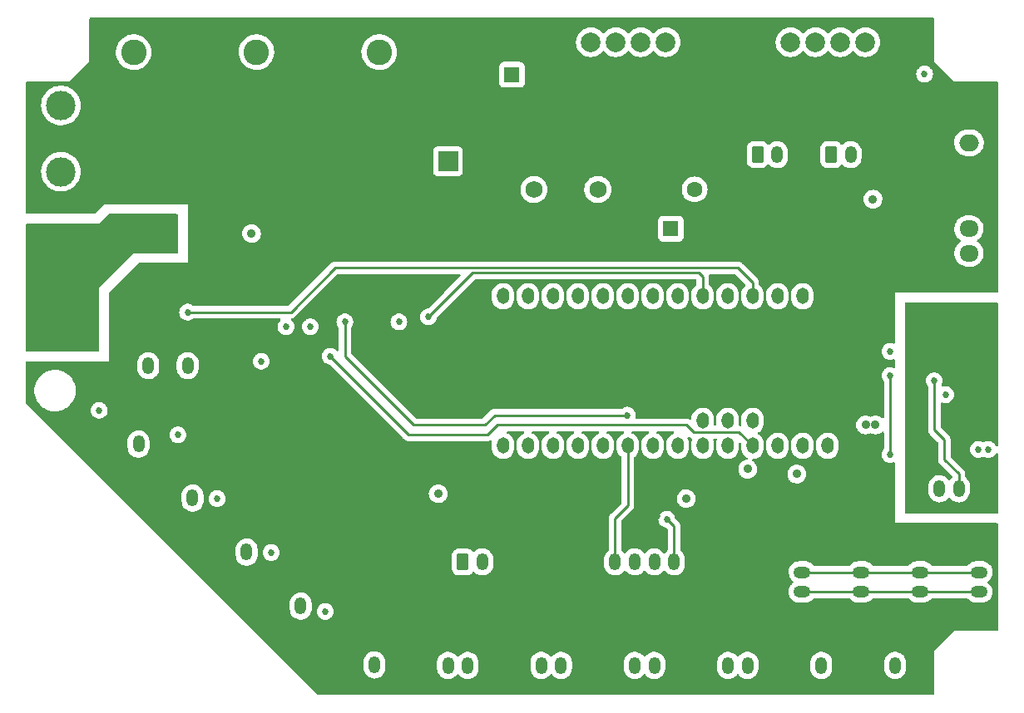
<source format=gbl>
G04 #@! TF.GenerationSoftware,KiCad,Pcbnew,6.0.9-8da3e8f707~116~ubuntu20.04.1*
G04 #@! TF.CreationDate,2022-11-14T19:44:17-05:00*
G04 #@! TF.ProjectId,psu_control,7073755f-636f-46e7-9472-6f6c2e6b6963,rev?*
G04 #@! TF.SameCoordinates,Original*
G04 #@! TF.FileFunction,Copper,L4,Bot*
G04 #@! TF.FilePolarity,Positive*
%FSLAX46Y46*%
G04 Gerber Fmt 4.6, Leading zero omitted, Abs format (unit mm)*
G04 Created by KiCad (PCBNEW 6.0.9-8da3e8f707~116~ubuntu20.04.1) date 2022-11-14 19:44:17*
%MOMM*%
%LPD*%
G01*
G04 APERTURE LIST*
G04 Aperture macros list*
%AMRoundRect*
0 Rectangle with rounded corners*
0 $1 Rounding radius*
0 $2 $3 $4 $5 $6 $7 $8 $9 X,Y pos of 4 corners*
0 Add a 4 corners polygon primitive as box body*
4,1,4,$2,$3,$4,$5,$6,$7,$8,$9,$2,$3,0*
0 Add four circle primitives for the rounded corners*
1,1,$1+$1,$2,$3*
1,1,$1+$1,$4,$5*
1,1,$1+$1,$6,$7*
1,1,$1+$1,$8,$9*
0 Add four rect primitives between the rounded corners*
20,1,$1+$1,$2,$3,$4,$5,0*
20,1,$1+$1,$4,$5,$6,$7,0*
20,1,$1+$1,$6,$7,$8,$9,0*
20,1,$1+$1,$8,$9,$2,$3,0*%
G04 Aperture macros list end*
G04 #@! TA.AperFunction,ComponentPad*
%ADD10RoundRect,0.250000X-0.625000X0.350000X-0.625000X-0.350000X0.625000X-0.350000X0.625000X0.350000X0*%
G04 #@! TD*
G04 #@! TA.AperFunction,ComponentPad*
%ADD11O,1.750000X1.200000*%
G04 #@! TD*
G04 #@! TA.AperFunction,ComponentPad*
%ADD12R,2.000000X2.000000*%
G04 #@! TD*
G04 #@! TA.AperFunction,ComponentPad*
%ADD13C,2.000000*%
G04 #@! TD*
G04 #@! TA.AperFunction,ComponentPad*
%ADD14RoundRect,0.250000X-0.750000X0.600000X-0.750000X-0.600000X0.750000X-0.600000X0.750000X0.600000X0*%
G04 #@! TD*
G04 #@! TA.AperFunction,ComponentPad*
%ADD15O,2.000000X1.700000*%
G04 #@! TD*
G04 #@! TA.AperFunction,ComponentPad*
%ADD16C,1.750000*%
G04 #@! TD*
G04 #@! TA.AperFunction,ComponentPad*
%ADD17RoundRect,0.250000X-0.350000X-0.625000X0.350000X-0.625000X0.350000X0.625000X-0.350000X0.625000X0*%
G04 #@! TD*
G04 #@! TA.AperFunction,ComponentPad*
%ADD18O,1.200000X1.750000*%
G04 #@! TD*
G04 #@! TA.AperFunction,ComponentPad*
%ADD19R,1.600000X1.600000*%
G04 #@! TD*
G04 #@! TA.AperFunction,ComponentPad*
%ADD20C,1.600000*%
G04 #@! TD*
G04 #@! TA.AperFunction,ComponentPad*
%ADD21C,2.600000*%
G04 #@! TD*
G04 #@! TA.AperFunction,ComponentPad*
%ADD22C,3.000000*%
G04 #@! TD*
G04 #@! TA.AperFunction,ComponentPad*
%ADD23RoundRect,0.250000X0.350000X0.625000X-0.350000X0.625000X-0.350000X-0.625000X0.350000X-0.625000X0*%
G04 #@! TD*
G04 #@! TA.AperFunction,ComponentPad*
%ADD24RoundRect,0.250000X-0.725000X0.600000X-0.725000X-0.600000X0.725000X-0.600000X0.725000X0.600000X0*%
G04 #@! TD*
G04 #@! TA.AperFunction,ComponentPad*
%ADD25O,1.950000X1.700000*%
G04 #@! TD*
G04 #@! TA.AperFunction,ComponentPad*
%ADD26O,1.270000X1.651000*%
G04 #@! TD*
G04 #@! TA.AperFunction,ViaPad*
%ADD27C,0.889000*%
G04 #@! TD*
G04 #@! TA.AperFunction,ViaPad*
%ADD28C,0.685800*%
G04 #@! TD*
G04 #@! TA.AperFunction,Conductor*
%ADD29C,0.254000*%
G04 #@! TD*
G04 APERTURE END LIST*
D10*
X112550000Y-70000000D03*
D11*
X112550000Y-72000000D03*
X112550000Y-74000000D03*
D12*
X58500000Y-30132323D03*
D13*
X58500000Y-35132323D03*
D14*
X111525000Y-25750000D03*
D15*
X111525000Y-28250000D03*
D16*
X67250000Y-33000000D03*
X73750000Y-33000000D03*
D17*
X49000000Y-81450000D03*
D18*
X51000000Y-81450000D03*
D10*
X100550000Y-70000000D03*
D11*
X100550000Y-72000000D03*
X100550000Y-74000000D03*
D19*
X81182380Y-37000000D03*
D20*
X78682380Y-37000000D03*
D17*
X26000000Y-50950000D03*
D18*
X28000000Y-50950000D03*
X30000000Y-50950000D03*
X32000000Y-50950000D03*
D21*
X56500000Y-19000000D03*
X51500000Y-19000000D03*
D10*
X94550000Y-70000000D03*
D11*
X94550000Y-72000000D03*
X94550000Y-74000000D03*
D17*
X66000000Y-81500000D03*
D18*
X68000000Y-81500000D03*
X70000000Y-81500000D03*
D13*
X73030000Y-18000000D03*
X78110000Y-18000000D03*
X80650000Y-18000000D03*
X75570000Y-18000000D03*
X85730000Y-18000000D03*
X83190000Y-18000000D03*
X88270000Y-18000000D03*
X90810000Y-18000000D03*
X95890000Y-18000000D03*
X98430000Y-18000000D03*
X93350000Y-18000000D03*
X100970000Y-18000000D03*
D17*
X41500000Y-75450000D03*
D18*
X43500000Y-75450000D03*
D17*
X90000000Y-29450000D03*
D18*
X92000000Y-29450000D03*
D17*
X85000000Y-81500000D03*
D18*
X87000000Y-81500000D03*
X89000000Y-81500000D03*
D10*
X106550000Y-70000000D03*
D11*
X106550000Y-72000000D03*
X106550000Y-74000000D03*
D21*
X44000000Y-19000000D03*
X39000000Y-19000000D03*
X31500000Y-19000000D03*
X26500000Y-19000000D03*
D17*
X75500000Y-81500000D03*
D18*
X77500000Y-81500000D03*
X79500000Y-81500000D03*
D17*
X94500000Y-81500000D03*
D18*
X96500000Y-81500000D03*
D17*
X36000000Y-69950000D03*
D18*
X38000000Y-69950000D03*
D17*
X102000000Y-81500000D03*
D18*
X104000000Y-81500000D03*
D17*
X25000000Y-58950000D03*
D18*
X27000000Y-58950000D03*
D20*
X83600000Y-33000000D03*
X85400000Y-28000000D03*
D19*
X65000000Y-21317621D03*
D20*
X65000000Y-23817621D03*
D22*
X19100000Y-24445000D03*
X19100000Y-31205000D03*
X19100000Y-40795000D03*
X19100000Y-47555000D03*
D17*
X73500000Y-70950000D03*
D18*
X75500000Y-70950000D03*
X77500000Y-70950000D03*
X79500000Y-70950000D03*
X81500000Y-70950000D03*
D23*
X112500000Y-63500000D03*
D18*
X110500000Y-63500000D03*
X108500000Y-63500000D03*
D24*
X111525000Y-34500000D03*
D25*
X111525000Y-37000000D03*
X111525000Y-39500000D03*
D17*
X60000000Y-70950000D03*
D18*
X62000000Y-70950000D03*
D26*
X94580000Y-43880000D03*
X92040000Y-43880000D03*
X89500000Y-43880000D03*
X86960000Y-43880000D03*
X92040000Y-59120000D03*
X84420000Y-43880000D03*
X81880000Y-43880000D03*
X79340000Y-43880000D03*
X76800000Y-43880000D03*
X74260000Y-43880000D03*
X71720000Y-43880000D03*
X69180000Y-43880000D03*
X66640000Y-43880000D03*
X64100000Y-43880000D03*
X64100000Y-59120000D03*
X66640000Y-59120000D03*
X69180000Y-59120000D03*
X71720000Y-59120000D03*
X74260000Y-59120000D03*
X76800000Y-59120000D03*
X79340000Y-59120000D03*
X81880000Y-59120000D03*
X84420000Y-59120000D03*
X86960000Y-59120000D03*
X89500000Y-59120000D03*
X86960000Y-56580000D03*
X84420000Y-56580000D03*
X89500000Y-56580000D03*
X97120000Y-43880000D03*
X94580000Y-59120000D03*
X97120000Y-59120000D03*
D17*
X56500000Y-81500000D03*
D18*
X58500000Y-81500000D03*
X60500000Y-81500000D03*
D17*
X97500000Y-29450000D03*
D18*
X99500000Y-29450000D03*
D17*
X30500000Y-64450000D03*
D18*
X32500000Y-64450000D03*
D27*
X38500000Y-37500000D03*
D28*
X39500000Y-50500000D03*
X46000000Y-76000000D03*
D27*
X57500000Y-64000000D03*
D28*
X53500000Y-46500000D03*
X113500000Y-59500000D03*
X31000000Y-58000000D03*
D27*
X89000000Y-61500000D03*
X82750000Y-64500000D03*
D28*
X40500000Y-70000000D03*
X23000000Y-55500000D03*
X44500000Y-47000000D03*
X109132930Y-53920706D03*
D27*
X94000000Y-62000000D03*
D28*
X42000000Y-47000000D03*
X35000000Y-64500000D03*
X112500000Y-59500000D03*
D27*
X64500000Y-64000000D03*
D28*
X110500000Y-53500000D03*
X111500000Y-54500000D03*
D27*
X84750000Y-64500000D03*
D28*
X46500000Y-74000000D03*
D27*
X104000000Y-35000000D03*
X107000000Y-45250000D03*
D28*
X60000000Y-56000000D03*
X98500000Y-33000000D03*
X60500000Y-17000000D03*
D27*
X92750000Y-37000000D03*
D28*
X29000000Y-45000000D03*
X36000000Y-57000000D03*
X36000000Y-62500000D03*
D27*
X105500000Y-29000000D03*
D28*
X37000000Y-46500000D03*
X110500000Y-54500000D03*
D27*
X34564200Y-39185800D03*
D28*
X79750000Y-66250000D03*
X104250000Y-18500000D03*
X41500000Y-68000000D03*
D27*
X113500000Y-49500000D03*
D28*
X110000000Y-59500000D03*
X111500000Y-53500000D03*
X35000000Y-48500000D03*
X41500000Y-52000000D03*
X55000000Y-43000000D03*
X102750000Y-41000000D03*
X111000000Y-59500000D03*
D27*
X93000000Y-39500000D03*
D28*
X93500000Y-34250000D03*
D27*
X30500000Y-38000000D03*
X27500000Y-36000000D03*
X27500000Y-38000000D03*
X29500000Y-36000000D03*
X29500000Y-39000000D03*
X29500000Y-37000000D03*
X28500000Y-36000000D03*
X28500000Y-37000000D03*
X29500000Y-38000000D03*
X28500000Y-39000000D03*
X30500000Y-39000000D03*
X28500000Y-38000000D03*
X27500000Y-39000000D03*
X30500000Y-37000000D03*
X30500000Y-36000000D03*
X27500000Y-37000000D03*
X101750000Y-34000000D03*
X102000000Y-57000000D03*
D28*
X103500000Y-49500000D03*
X107000000Y-21250000D03*
D27*
X101000000Y-57000000D03*
D28*
X48000000Y-46500000D03*
X76750000Y-56000000D03*
X46500000Y-50000000D03*
X108000000Y-52500000D03*
X103500000Y-60000000D03*
X103500000Y-51976500D03*
X32000000Y-45500000D03*
X56500000Y-46000000D03*
X80765713Y-66592540D03*
D29*
X55000000Y-57000000D02*
X53250000Y-55250000D01*
X53250000Y-55250000D02*
X48000000Y-50000000D01*
X106550000Y-72000000D02*
X112550000Y-72000000D01*
X63250000Y-56000000D02*
X62250000Y-57000000D01*
X94550000Y-72000000D02*
X100550000Y-72000000D01*
X48000000Y-50000000D02*
X48000000Y-46500000D01*
X76750000Y-56000000D02*
X63250000Y-56000000D01*
X62250000Y-57000000D02*
X55000000Y-57000000D01*
X100550000Y-72000000D02*
X106550000Y-72000000D01*
X88112500Y-57732500D02*
X83482500Y-57732500D01*
X100550000Y-74000000D02*
X94550000Y-74000000D01*
X89500000Y-59120000D02*
X88112500Y-57732500D01*
X83482500Y-57732500D02*
X82750000Y-57000000D01*
X54500000Y-58000000D02*
X46500000Y-50000000D01*
X62500000Y-58000000D02*
X54500000Y-58000000D01*
X112550000Y-74000000D02*
X106550000Y-74000000D01*
X63500000Y-57000000D02*
X62500000Y-58000000D01*
X82750000Y-57000000D02*
X63500000Y-57000000D01*
X106550000Y-74000000D02*
X100550000Y-74000000D01*
X75500000Y-66500000D02*
X76800000Y-65200000D01*
X75500000Y-70950000D02*
X75500000Y-66500000D01*
X76800000Y-65200000D02*
X76800000Y-59120000D01*
X108000000Y-57500000D02*
X109000000Y-58500000D01*
X110500000Y-62000000D02*
X110500000Y-63500000D01*
X109000000Y-58500000D02*
X109000000Y-60500000D01*
X109000000Y-60500000D02*
X110500000Y-62000000D01*
X108000000Y-52500000D02*
X108000000Y-57500000D01*
X103500000Y-55384798D02*
X103500000Y-60000000D01*
X103500000Y-55384798D02*
X103500000Y-51976500D01*
X89500000Y-43880000D02*
X89500000Y-42500000D01*
X88000000Y-41000000D02*
X47000000Y-41000000D01*
X32000000Y-45500000D02*
X42500000Y-45500000D01*
X47000000Y-41000000D02*
X42500000Y-45500000D01*
X89500000Y-42500000D02*
X88000000Y-41000000D01*
X84000000Y-41500000D02*
X84420000Y-41920000D01*
X61000000Y-41500000D02*
X84000000Y-41500000D01*
X84420000Y-41920000D02*
X84420000Y-43880000D01*
X56500000Y-46000000D02*
X61000000Y-41500000D01*
X81500000Y-67326827D02*
X81500000Y-70950000D01*
X80765713Y-66592540D02*
X81500000Y-67326827D01*
G04 #@! TA.AperFunction,Conductor*
G36*
X30942121Y-35520002D02*
G01*
X30988614Y-35573658D01*
X31000000Y-35626000D01*
X31000000Y-39374000D01*
X30979998Y-39442121D01*
X30926342Y-39488614D01*
X30874000Y-39500000D01*
X26500000Y-39500000D01*
X23000000Y-43000000D01*
X23000000Y-49374000D01*
X22979998Y-49442121D01*
X22926342Y-49488614D01*
X22874000Y-49500000D01*
X15634500Y-49500000D01*
X15566379Y-49479998D01*
X15519886Y-49426342D01*
X15508500Y-49374000D01*
X15508500Y-36626000D01*
X15528502Y-36557879D01*
X15582158Y-36511386D01*
X15634500Y-36500000D01*
X23000000Y-36500000D01*
X23963095Y-35536905D01*
X24025407Y-35502879D01*
X24052190Y-35500000D01*
X30874000Y-35500000D01*
X30942121Y-35520002D01*
G37*
G04 #@! TD.AperFunction*
G04 #@! TA.AperFunction,Conductor*
G36*
X114433621Y-44520002D02*
G01*
X114480114Y-44573658D01*
X114491500Y-44626000D01*
X114491500Y-59044290D01*
X114471498Y-59112411D01*
X114417842Y-59158904D01*
X114347568Y-59169008D01*
X114282988Y-59139514D01*
X114256381Y-59107290D01*
X114195892Y-59002521D01*
X114192591Y-58996803D01*
X114072836Y-58863801D01*
X114000000Y-58810882D01*
X113933387Y-58762485D01*
X113933386Y-58762484D01*
X113928045Y-58758604D01*
X113922017Y-58755920D01*
X113922015Y-58755919D01*
X113770577Y-58688495D01*
X113770576Y-58688495D01*
X113764546Y-58685810D01*
X113677016Y-58667205D01*
X113595943Y-58649972D01*
X113595939Y-58649972D01*
X113589486Y-58648600D01*
X113410514Y-58648600D01*
X113404061Y-58649972D01*
X113404057Y-58649972D01*
X113322984Y-58667205D01*
X113235454Y-58685810D01*
X113229424Y-58688495D01*
X113229423Y-58688495D01*
X113077985Y-58755919D01*
X113077983Y-58755920D01*
X113071955Y-58758604D01*
X113066614Y-58762485D01*
X113063002Y-58764570D01*
X112994006Y-58781309D01*
X112936998Y-58764570D01*
X112933386Y-58762485D01*
X112928045Y-58758604D01*
X112922017Y-58755920D01*
X112922015Y-58755919D01*
X112770577Y-58688495D01*
X112770576Y-58688495D01*
X112764546Y-58685810D01*
X112677016Y-58667205D01*
X112595943Y-58649972D01*
X112595939Y-58649972D01*
X112589486Y-58648600D01*
X112410514Y-58648600D01*
X112404061Y-58649972D01*
X112404057Y-58649972D01*
X112322984Y-58667205D01*
X112235454Y-58685810D01*
X112229424Y-58688495D01*
X112229423Y-58688495D01*
X112077985Y-58755919D01*
X112077983Y-58755920D01*
X112071955Y-58758604D01*
X112066614Y-58762484D01*
X112066613Y-58762485D01*
X112000001Y-58810882D01*
X111927164Y-58863801D01*
X111807409Y-58996803D01*
X111804108Y-59002521D01*
X111725015Y-59139514D01*
X111717923Y-59151797D01*
X111662618Y-59322009D01*
X111643910Y-59500000D01*
X111662618Y-59677991D01*
X111717923Y-59848203D01*
X111807409Y-60003197D01*
X111927164Y-60136199D01*
X111932506Y-60140080D01*
X111932508Y-60140082D01*
X112066613Y-60237515D01*
X112071955Y-60241396D01*
X112077983Y-60244080D01*
X112077985Y-60244081D01*
X112229423Y-60311505D01*
X112235454Y-60314190D01*
X112322984Y-60332795D01*
X112404057Y-60350028D01*
X112404061Y-60350028D01*
X112410514Y-60351400D01*
X112589486Y-60351400D01*
X112595939Y-60350028D01*
X112595943Y-60350028D01*
X112677016Y-60332795D01*
X112764546Y-60314190D01*
X112770577Y-60311505D01*
X112922015Y-60244081D01*
X112922017Y-60244080D01*
X112928045Y-60241396D01*
X112933386Y-60237515D01*
X112936998Y-60235430D01*
X113005994Y-60218691D01*
X113063002Y-60235430D01*
X113066614Y-60237515D01*
X113071955Y-60241396D01*
X113077983Y-60244080D01*
X113077985Y-60244081D01*
X113229423Y-60311505D01*
X113235454Y-60314190D01*
X113322984Y-60332795D01*
X113404057Y-60350028D01*
X113404061Y-60350028D01*
X113410514Y-60351400D01*
X113589486Y-60351400D01*
X113595939Y-60350028D01*
X113595943Y-60350028D01*
X113677016Y-60332795D01*
X113764546Y-60314190D01*
X113770577Y-60311505D01*
X113922015Y-60244081D01*
X113922017Y-60244080D01*
X113928045Y-60241396D01*
X113933387Y-60237515D01*
X114067492Y-60140082D01*
X114067494Y-60140080D01*
X114072836Y-60136199D01*
X114192591Y-60003197D01*
X114256381Y-59892710D01*
X114307764Y-59843717D01*
X114377477Y-59830281D01*
X114443388Y-59856667D01*
X114484570Y-59914500D01*
X114491500Y-59955710D01*
X114491500Y-65874000D01*
X114471498Y-65942121D01*
X114417842Y-65988614D01*
X114365500Y-66000000D01*
X105126000Y-66000000D01*
X105057879Y-65979998D01*
X105011386Y-65926342D01*
X105000000Y-65874000D01*
X105000000Y-52500000D01*
X107143910Y-52500000D01*
X107162618Y-52677991D01*
X107217923Y-52848203D01*
X107307409Y-53003197D01*
X107332137Y-53030660D01*
X107362853Y-53094666D01*
X107364500Y-53114969D01*
X107364500Y-57420980D01*
X107363970Y-57432214D01*
X107362292Y-57439719D01*
X107362541Y-57447638D01*
X107364438Y-57508012D01*
X107364500Y-57511969D01*
X107364500Y-57539983D01*
X107364996Y-57543908D01*
X107364996Y-57543909D01*
X107365008Y-57544004D01*
X107365941Y-57555849D01*
X107367335Y-57600205D01*
X107369547Y-57607817D01*
X107373013Y-57619748D01*
X107377023Y-57639112D01*
X107379573Y-57659299D01*
X107382489Y-57666663D01*
X107382490Y-57666668D01*
X107395907Y-57700556D01*
X107399752Y-57711785D01*
X107412131Y-57754393D01*
X107416169Y-57761220D01*
X107416170Y-57761223D01*
X107422488Y-57771906D01*
X107431188Y-57789664D01*
X107435761Y-57801215D01*
X107435765Y-57801221D01*
X107438681Y-57808588D01*
X107443339Y-57814999D01*
X107443340Y-57815001D01*
X107464764Y-57844488D01*
X107471281Y-57854410D01*
X107489826Y-57885768D01*
X107489829Y-57885772D01*
X107493866Y-57892598D01*
X107508250Y-57906982D01*
X107521091Y-57922016D01*
X107533058Y-57938487D01*
X107565264Y-57965130D01*
X107567250Y-57966773D01*
X107576031Y-57974763D01*
X108327596Y-58726329D01*
X108361621Y-58788641D01*
X108364500Y-58815424D01*
X108364500Y-60420980D01*
X108363970Y-60432214D01*
X108362292Y-60439719D01*
X108362541Y-60447638D01*
X108364438Y-60508012D01*
X108364500Y-60511969D01*
X108364500Y-60539983D01*
X108364996Y-60543908D01*
X108364996Y-60543909D01*
X108365008Y-60544004D01*
X108365941Y-60555849D01*
X108367335Y-60600205D01*
X108369547Y-60607817D01*
X108373013Y-60619748D01*
X108377023Y-60639112D01*
X108379573Y-60659299D01*
X108382489Y-60666663D01*
X108382490Y-60666668D01*
X108395907Y-60700556D01*
X108399752Y-60711785D01*
X108412131Y-60754393D01*
X108416169Y-60761220D01*
X108416170Y-60761223D01*
X108422488Y-60771906D01*
X108431188Y-60789664D01*
X108435761Y-60801215D01*
X108435765Y-60801221D01*
X108438681Y-60808588D01*
X108443339Y-60814999D01*
X108443340Y-60815001D01*
X108464764Y-60844488D01*
X108471281Y-60854410D01*
X108489826Y-60885768D01*
X108489829Y-60885772D01*
X108493866Y-60892598D01*
X108508250Y-60906982D01*
X108521091Y-60922016D01*
X108533058Y-60938487D01*
X108539166Y-60943540D01*
X108567255Y-60966777D01*
X108576035Y-60974767D01*
X109790265Y-62188997D01*
X109824291Y-62251309D01*
X109819226Y-62322124D01*
X109780237Y-62372831D01*
X109781820Y-62374665D01*
X109777275Y-62378588D01*
X109772389Y-62382054D01*
X109626119Y-62534850D01*
X109622868Y-62539885D01*
X109622866Y-62539888D01*
X109605254Y-62567163D01*
X109551499Y-62613540D01*
X109481203Y-62623493D01*
X109416686Y-62593861D01*
X109400317Y-62576647D01*
X109371443Y-62539888D01*
X109306396Y-62457080D01*
X109301865Y-62453148D01*
X109301862Y-62453145D01*
X109151167Y-62322379D01*
X109146637Y-62318448D01*
X109141451Y-62315448D01*
X109141447Y-62315445D01*
X108968742Y-62215533D01*
X108963546Y-62212527D01*
X108763729Y-62143139D01*
X108757794Y-62142278D01*
X108757792Y-62142278D01*
X108560336Y-62113648D01*
X108560333Y-62113648D01*
X108554396Y-62112787D01*
X108343101Y-62122567D01*
X108211923Y-62154181D01*
X108143299Y-62170719D01*
X108143297Y-62170720D01*
X108137466Y-62172125D01*
X108132008Y-62174607D01*
X108132004Y-62174608D01*
X108016959Y-62226916D01*
X107944913Y-62259674D01*
X107864500Y-62316715D01*
X107782806Y-62374665D01*
X107772389Y-62382054D01*
X107626119Y-62534850D01*
X107511380Y-62712548D01*
X107432314Y-62908737D01*
X107391772Y-63116337D01*
X107391500Y-63121899D01*
X107391500Y-63827846D01*
X107406548Y-63985566D01*
X107466092Y-64188534D01*
X107562942Y-64376580D01*
X107693604Y-64542920D01*
X107698135Y-64546852D01*
X107698138Y-64546855D01*
X107784058Y-64621412D01*
X107853363Y-64681552D01*
X107858549Y-64684552D01*
X107858553Y-64684555D01*
X107954957Y-64740326D01*
X108036454Y-64787473D01*
X108236271Y-64856861D01*
X108242206Y-64857722D01*
X108242208Y-64857722D01*
X108439664Y-64886352D01*
X108439667Y-64886352D01*
X108445604Y-64887213D01*
X108656899Y-64877433D01*
X108788077Y-64845819D01*
X108856701Y-64829281D01*
X108856703Y-64829280D01*
X108862534Y-64827875D01*
X108867992Y-64825393D01*
X108867996Y-64825392D01*
X108983041Y-64773084D01*
X109055087Y-64740326D01*
X109227611Y-64617946D01*
X109373881Y-64465150D01*
X109377688Y-64459255D01*
X109394746Y-64432837D01*
X109448501Y-64386460D01*
X109518797Y-64376507D01*
X109583314Y-64406139D01*
X109599681Y-64423351D01*
X109693604Y-64542920D01*
X109698135Y-64546852D01*
X109698138Y-64546855D01*
X109784058Y-64621412D01*
X109853363Y-64681552D01*
X109858549Y-64684552D01*
X109858553Y-64684555D01*
X109954957Y-64740326D01*
X110036454Y-64787473D01*
X110236271Y-64856861D01*
X110242206Y-64857722D01*
X110242208Y-64857722D01*
X110439664Y-64886352D01*
X110439667Y-64886352D01*
X110445604Y-64887213D01*
X110656899Y-64877433D01*
X110788077Y-64845819D01*
X110856701Y-64829281D01*
X110856703Y-64829280D01*
X110862534Y-64827875D01*
X110867992Y-64825393D01*
X110867996Y-64825392D01*
X110983041Y-64773084D01*
X111055087Y-64740326D01*
X111227611Y-64617946D01*
X111373881Y-64465150D01*
X111488620Y-64287452D01*
X111567686Y-64091263D01*
X111608228Y-63883663D01*
X111608500Y-63878101D01*
X111608500Y-63172154D01*
X111593452Y-63014434D01*
X111533908Y-62811466D01*
X111437058Y-62623420D01*
X111306396Y-62457080D01*
X111178918Y-62346460D01*
X111140579Y-62286709D01*
X111135500Y-62251297D01*
X111135500Y-62079020D01*
X111136029Y-62067791D01*
X111137708Y-62060281D01*
X111135562Y-61992001D01*
X111135500Y-61988044D01*
X111135500Y-61960017D01*
X111134989Y-61955971D01*
X111134057Y-61944136D01*
X111132913Y-61907722D01*
X111132664Y-61899795D01*
X111126987Y-61880254D01*
X111122978Y-61860894D01*
X111121421Y-61848566D01*
X111121420Y-61848563D01*
X111120427Y-61840701D01*
X111117510Y-61833335D01*
X111117509Y-61833329D01*
X111104091Y-61799439D01*
X111100246Y-61788210D01*
X111087869Y-61745607D01*
X111083836Y-61738788D01*
X111083834Y-61738783D01*
X111077510Y-61728091D01*
X111068813Y-61710341D01*
X111061319Y-61691412D01*
X111035240Y-61655517D01*
X111028722Y-61645595D01*
X111010170Y-61614224D01*
X111010166Y-61614219D01*
X111006134Y-61607401D01*
X110991747Y-61593014D01*
X110978906Y-61577980D01*
X110971602Y-61567927D01*
X110966942Y-61561513D01*
X110932750Y-61533227D01*
X110923971Y-61525238D01*
X109672405Y-60273672D01*
X109638379Y-60211360D01*
X109635500Y-60184577D01*
X109635500Y-58579032D01*
X109636030Y-58567793D01*
X109637709Y-58560281D01*
X109635562Y-58491969D01*
X109635500Y-58488012D01*
X109635500Y-58460017D01*
X109634992Y-58455994D01*
X109634059Y-58444152D01*
X109632914Y-58407718D01*
X109632665Y-58399796D01*
X109626988Y-58380257D01*
X109622979Y-58360896D01*
X109621422Y-58348568D01*
X109621419Y-58348558D01*
X109620427Y-58340701D01*
X109617509Y-58333330D01*
X109604094Y-58299446D01*
X109600249Y-58288219D01*
X109587869Y-58245607D01*
X109577510Y-58228091D01*
X109568813Y-58210341D01*
X109561319Y-58191412D01*
X109535238Y-58155514D01*
X109528722Y-58145594D01*
X109510173Y-58114229D01*
X109510171Y-58114226D01*
X109506135Y-58107402D01*
X109491747Y-58093014D01*
X109478906Y-58077980D01*
X109471602Y-58067927D01*
X109466942Y-58061513D01*
X109432750Y-58033227D01*
X109423971Y-58025238D01*
X108672405Y-57273672D01*
X108638379Y-57211360D01*
X108635500Y-57184577D01*
X108635500Y-54825233D01*
X108655502Y-54757112D01*
X108709158Y-54710619D01*
X108779432Y-54700515D01*
X108812748Y-54710126D01*
X108862349Y-54732210D01*
X108862357Y-54732213D01*
X108868384Y-54734896D01*
X108955914Y-54753501D01*
X109036987Y-54770734D01*
X109036991Y-54770734D01*
X109043444Y-54772106D01*
X109222416Y-54772106D01*
X109228869Y-54770734D01*
X109228873Y-54770734D01*
X109309946Y-54753501D01*
X109397476Y-54734896D01*
X109403509Y-54732210D01*
X109554945Y-54664787D01*
X109554947Y-54664786D01*
X109560975Y-54662102D01*
X109705766Y-54556905D01*
X109825521Y-54423903D01*
X109915007Y-54268909D01*
X109970312Y-54098697D01*
X109989020Y-53920706D01*
X109970312Y-53742715D01*
X109915007Y-53572503D01*
X109825521Y-53417509D01*
X109705766Y-53284507D01*
X109560975Y-53179310D01*
X109554947Y-53176626D01*
X109554945Y-53176625D01*
X109403507Y-53109201D01*
X109403506Y-53109201D01*
X109397476Y-53106516D01*
X109309946Y-53087911D01*
X109228873Y-53070678D01*
X109228869Y-53070678D01*
X109222416Y-53069306D01*
X109043444Y-53069306D01*
X109036991Y-53070678D01*
X109036987Y-53070678D01*
X108942996Y-53090657D01*
X108876820Y-53104723D01*
X108806030Y-53099321D01*
X108749398Y-53056504D01*
X108724904Y-52989867D01*
X108741505Y-52918476D01*
X108778773Y-52853926D01*
X108778774Y-52853925D01*
X108782077Y-52848203D01*
X108837382Y-52677991D01*
X108856090Y-52500000D01*
X108837382Y-52322009D01*
X108782077Y-52151797D01*
X108692591Y-51996803D01*
X108572836Y-51863801D01*
X108428045Y-51758604D01*
X108422017Y-51755920D01*
X108422015Y-51755919D01*
X108270577Y-51688495D01*
X108270576Y-51688495D01*
X108264546Y-51685810D01*
X108177016Y-51667205D01*
X108095943Y-51649972D01*
X108095939Y-51649972D01*
X108089486Y-51648600D01*
X107910514Y-51648600D01*
X107904061Y-51649972D01*
X107904057Y-51649972D01*
X107822984Y-51667205D01*
X107735454Y-51685810D01*
X107729424Y-51688495D01*
X107729423Y-51688495D01*
X107577985Y-51755919D01*
X107577983Y-51755920D01*
X107571955Y-51758604D01*
X107427164Y-51863801D01*
X107307409Y-51996803D01*
X107217923Y-52151797D01*
X107162618Y-52322009D01*
X107143910Y-52500000D01*
X105000000Y-52500000D01*
X105000000Y-44626000D01*
X105020002Y-44557879D01*
X105073658Y-44511386D01*
X105126000Y-44500000D01*
X114365500Y-44500000D01*
X114433621Y-44520002D01*
G37*
G04 #@! TD.AperFunction*
G04 #@! TA.AperFunction,Conductor*
G36*
X107942121Y-15528502D02*
G01*
X107988614Y-15582158D01*
X108000000Y-15634500D01*
X108000000Y-20000000D01*
X110000000Y-22000000D01*
X114365500Y-22000000D01*
X114433621Y-22020002D01*
X114480114Y-22073658D01*
X114491500Y-22126000D01*
X114491500Y-43374000D01*
X114471498Y-43442121D01*
X114417842Y-43488614D01*
X114365500Y-43500000D01*
X104000000Y-43500000D01*
X104000000Y-48596617D01*
X103979998Y-48664738D01*
X103926342Y-48711231D01*
X103856068Y-48721335D01*
X103822752Y-48711724D01*
X103770581Y-48688496D01*
X103770573Y-48688493D01*
X103764546Y-48685810D01*
X103665410Y-48664738D01*
X103595943Y-48649972D01*
X103595939Y-48649972D01*
X103589486Y-48648600D01*
X103410514Y-48648600D01*
X103404061Y-48649972D01*
X103404057Y-48649972D01*
X103334590Y-48664738D01*
X103235454Y-48685810D01*
X103229424Y-48688495D01*
X103229423Y-48688495D01*
X103077985Y-48755919D01*
X103077983Y-48755920D01*
X103071955Y-48758604D01*
X103066614Y-48762484D01*
X103066613Y-48762485D01*
X102940061Y-48854431D01*
X102927164Y-48863801D01*
X102807409Y-48996803D01*
X102717923Y-49151797D01*
X102662618Y-49322009D01*
X102661928Y-49328572D01*
X102661928Y-49328573D01*
X102649817Y-49443797D01*
X102643910Y-49500000D01*
X102644600Y-49506565D01*
X102653700Y-49593139D01*
X102662618Y-49677991D01*
X102664658Y-49684269D01*
X102664658Y-49684270D01*
X102672912Y-49709674D01*
X102717923Y-49848203D01*
X102721226Y-49853925D01*
X102721227Y-49853926D01*
X102729764Y-49868712D01*
X102807409Y-50003197D01*
X102927164Y-50136199D01*
X102932506Y-50140080D01*
X102932508Y-50140082D01*
X102993328Y-50184270D01*
X103071955Y-50241396D01*
X103077983Y-50244080D01*
X103077985Y-50244081D01*
X103223682Y-50308949D01*
X103235454Y-50314190D01*
X103322984Y-50332795D01*
X103404057Y-50350028D01*
X103404061Y-50350028D01*
X103410514Y-50351400D01*
X103589486Y-50351400D01*
X103595939Y-50350028D01*
X103595943Y-50350028D01*
X103677016Y-50332795D01*
X103764546Y-50314190D01*
X103770573Y-50311507D01*
X103770581Y-50311504D01*
X103822752Y-50288276D01*
X103893119Y-50278842D01*
X103957416Y-50308949D01*
X103995229Y-50369038D01*
X104000000Y-50403383D01*
X104000000Y-51073117D01*
X103979998Y-51141238D01*
X103926342Y-51187731D01*
X103856068Y-51197835D01*
X103822752Y-51188224D01*
X103770581Y-51164996D01*
X103770573Y-51164993D01*
X103764546Y-51162310D01*
X103665410Y-51141238D01*
X103595943Y-51126472D01*
X103595939Y-51126472D01*
X103589486Y-51125100D01*
X103410514Y-51125100D01*
X103404061Y-51126472D01*
X103404057Y-51126472D01*
X103334590Y-51141238D01*
X103235454Y-51162310D01*
X103229424Y-51164995D01*
X103229423Y-51164995D01*
X103077985Y-51232419D01*
X103077983Y-51232420D01*
X103071955Y-51235104D01*
X103066614Y-51238984D01*
X103066613Y-51238985D01*
X102943956Y-51328101D01*
X102927164Y-51340301D01*
X102922743Y-51345211D01*
X102922742Y-51345212D01*
X102880891Y-51391693D01*
X102807409Y-51473303D01*
X102717923Y-51628297D01*
X102696343Y-51694713D01*
X102682457Y-51737452D01*
X102662618Y-51798509D01*
X102661928Y-51805072D01*
X102661928Y-51805073D01*
X102659172Y-51831295D01*
X102643910Y-51976500D01*
X102662618Y-52154491D01*
X102717923Y-52324703D01*
X102721226Y-52330425D01*
X102721227Y-52330426D01*
X102724985Y-52336935D01*
X102807409Y-52479697D01*
X102832137Y-52507160D01*
X102862853Y-52571166D01*
X102864500Y-52591469D01*
X102864500Y-56210523D01*
X102844498Y-56278644D01*
X102790842Y-56325137D01*
X102720568Y-56335241D01*
X102658186Y-56307609D01*
X102604398Y-56263112D01*
X102540239Y-56210034D01*
X102540236Y-56210032D01*
X102535489Y-56206105D01*
X102371089Y-56117214D01*
X102281821Y-56089581D01*
X102198441Y-56063770D01*
X102198438Y-56063769D01*
X102192554Y-56061948D01*
X102186429Y-56061304D01*
X102186428Y-56061304D01*
X102012813Y-56043056D01*
X102012812Y-56043056D01*
X102006685Y-56042412D01*
X101888087Y-56053206D01*
X101826703Y-56058792D01*
X101826702Y-56058792D01*
X101820562Y-56059351D01*
X101814648Y-56061092D01*
X101814646Y-56061092D01*
X101692466Y-56097052D01*
X101641273Y-56112119D01*
X101635808Y-56114976D01*
X101635803Y-56114978D01*
X101558485Y-56155398D01*
X101488849Y-56169232D01*
X101440183Y-56154572D01*
X101376512Y-56120146D01*
X101376510Y-56120145D01*
X101371089Y-56117214D01*
X101281821Y-56089581D01*
X101198441Y-56063770D01*
X101198438Y-56063769D01*
X101192554Y-56061948D01*
X101186429Y-56061304D01*
X101186428Y-56061304D01*
X101012813Y-56043056D01*
X101012812Y-56043056D01*
X101006685Y-56042412D01*
X100888087Y-56053206D01*
X100826703Y-56058792D01*
X100826702Y-56058792D01*
X100820562Y-56059351D01*
X100814648Y-56061092D01*
X100814646Y-56061092D01*
X100692466Y-56097052D01*
X100641273Y-56112119D01*
X100475647Y-56198705D01*
X100329995Y-56315813D01*
X100209862Y-56458981D01*
X100206899Y-56464370D01*
X100206896Y-56464375D01*
X100163357Y-56543574D01*
X100119826Y-56622757D01*
X100063315Y-56800901D01*
X100042482Y-56986630D01*
X100042998Y-56992774D01*
X100057139Y-57161167D01*
X100058121Y-57172867D01*
X100109636Y-57352520D01*
X100149373Y-57429841D01*
X100186726Y-57502521D01*
X100195064Y-57518746D01*
X100198887Y-57523570D01*
X100198890Y-57523574D01*
X100282666Y-57629272D01*
X100311152Y-57665212D01*
X100315846Y-57669207D01*
X100437072Y-57772379D01*
X100453478Y-57786342D01*
X100616621Y-57877519D01*
X100794367Y-57935272D01*
X100979945Y-57957401D01*
X100986080Y-57956929D01*
X100986082Y-57956929D01*
X101042119Y-57952617D01*
X101166287Y-57943063D01*
X101346296Y-57892804D01*
X101351785Y-57890031D01*
X101351791Y-57890029D01*
X101442852Y-57844030D01*
X101512674Y-57831170D01*
X101561134Y-57846508D01*
X101611243Y-57874514D01*
X101611249Y-57874516D01*
X101616621Y-57877519D01*
X101794367Y-57935272D01*
X101979945Y-57957401D01*
X101986080Y-57956929D01*
X101986082Y-57956929D01*
X102042119Y-57952617D01*
X102166287Y-57943063D01*
X102346296Y-57892804D01*
X102351785Y-57890031D01*
X102351791Y-57890029D01*
X102442852Y-57844030D01*
X102513114Y-57808538D01*
X102533961Y-57792251D01*
X102660387Y-57693475D01*
X102662061Y-57695617D01*
X102714767Y-57668506D01*
X102785436Y-57675319D01*
X102841203Y-57719257D01*
X102864500Y-57792251D01*
X102864500Y-59385031D01*
X102844498Y-59453152D01*
X102832142Y-59469335D01*
X102807409Y-59496803D01*
X102717923Y-59651797D01*
X102715881Y-59658082D01*
X102688456Y-59742489D01*
X102662618Y-59822009D01*
X102643910Y-60000000D01*
X102644600Y-60006565D01*
X102652618Y-60082845D01*
X102662618Y-60177991D01*
X102664658Y-60184269D01*
X102664658Y-60184270D01*
X102681656Y-60236583D01*
X102717923Y-60348203D01*
X102807409Y-60503197D01*
X102811827Y-60508104D01*
X102811828Y-60508105D01*
X102857467Y-60558792D01*
X102927164Y-60636199D01*
X102932506Y-60640080D01*
X102932508Y-60640082D01*
X103023381Y-60706105D01*
X103071955Y-60741396D01*
X103077983Y-60744080D01*
X103077985Y-60744081D01*
X103223682Y-60808949D01*
X103235454Y-60814190D01*
X103309882Y-60830010D01*
X103404057Y-60850028D01*
X103404061Y-60850028D01*
X103410514Y-60851400D01*
X103589486Y-60851400D01*
X103595939Y-60850028D01*
X103595943Y-60850028D01*
X103690118Y-60830010D01*
X103764546Y-60814190D01*
X103770573Y-60811507D01*
X103770581Y-60811504D01*
X103822752Y-60788276D01*
X103893119Y-60778842D01*
X103957416Y-60808949D01*
X103995229Y-60869038D01*
X104000000Y-60903383D01*
X104000000Y-67000000D01*
X114365500Y-67000000D01*
X114433621Y-67020002D01*
X114480114Y-67073658D01*
X114491500Y-67126000D01*
X114491500Y-77874000D01*
X114471498Y-77942121D01*
X114417842Y-77988614D01*
X114365500Y-78000000D01*
X110000000Y-78000000D01*
X108000000Y-80000000D01*
X108000000Y-84365500D01*
X107979998Y-84433621D01*
X107926342Y-84480114D01*
X107874000Y-84491500D01*
X45262817Y-84491500D01*
X45194696Y-84471498D01*
X45173722Y-84454595D01*
X42496973Y-81777846D01*
X49891500Y-81777846D01*
X49906548Y-81935566D01*
X49966092Y-82138534D01*
X49968836Y-82143861D01*
X49968836Y-82143862D01*
X50042790Y-82287452D01*
X50062942Y-82326580D01*
X50193604Y-82492920D01*
X50198135Y-82496852D01*
X50198138Y-82496855D01*
X50284058Y-82571412D01*
X50353363Y-82631552D01*
X50358549Y-82634552D01*
X50358553Y-82634555D01*
X50454957Y-82690326D01*
X50536454Y-82737473D01*
X50736271Y-82806861D01*
X50742206Y-82807722D01*
X50742208Y-82807722D01*
X50939664Y-82836352D01*
X50939667Y-82836352D01*
X50945604Y-82837213D01*
X51156899Y-82827433D01*
X51288077Y-82795819D01*
X51356701Y-82779281D01*
X51356703Y-82779280D01*
X51362534Y-82777875D01*
X51367992Y-82775393D01*
X51367996Y-82775392D01*
X51520260Y-82706161D01*
X51555087Y-82690326D01*
X51727611Y-82567946D01*
X51873881Y-82415150D01*
X51988620Y-82237452D01*
X52047536Y-82091263D01*
X52065442Y-82046832D01*
X52065443Y-82046829D01*
X52067686Y-82041263D01*
X52108228Y-81833663D01*
X52108500Y-81828101D01*
X52108500Y-81827846D01*
X57391500Y-81827846D01*
X57406548Y-81985566D01*
X57466092Y-82188534D01*
X57468836Y-82193861D01*
X57468836Y-82193862D01*
X57539619Y-82331295D01*
X57562942Y-82376580D01*
X57693604Y-82542920D01*
X57698135Y-82546852D01*
X57698138Y-82546855D01*
X57784058Y-82621412D01*
X57853363Y-82681552D01*
X57858549Y-82684552D01*
X57858553Y-82684555D01*
X57954957Y-82740326D01*
X58036454Y-82787473D01*
X58236271Y-82856861D01*
X58242206Y-82857722D01*
X58242208Y-82857722D01*
X58439664Y-82886352D01*
X58439667Y-82886352D01*
X58445604Y-82887213D01*
X58656899Y-82877433D01*
X58788077Y-82845819D01*
X58856701Y-82829281D01*
X58856703Y-82829280D01*
X58862534Y-82827875D01*
X58867992Y-82825393D01*
X58867996Y-82825392D01*
X58983041Y-82773084D01*
X59055087Y-82740326D01*
X59227611Y-82617946D01*
X59373881Y-82465150D01*
X59377688Y-82459255D01*
X59394746Y-82432837D01*
X59448501Y-82386460D01*
X59518797Y-82376507D01*
X59583314Y-82406139D01*
X59599681Y-82423351D01*
X59693604Y-82542920D01*
X59698135Y-82546852D01*
X59698138Y-82546855D01*
X59784058Y-82621412D01*
X59853363Y-82681552D01*
X59858549Y-82684552D01*
X59858553Y-82684555D01*
X59954957Y-82740326D01*
X60036454Y-82787473D01*
X60236271Y-82856861D01*
X60242206Y-82857722D01*
X60242208Y-82857722D01*
X60439664Y-82886352D01*
X60439667Y-82886352D01*
X60445604Y-82887213D01*
X60656899Y-82877433D01*
X60788077Y-82845819D01*
X60856701Y-82829281D01*
X60856703Y-82829280D01*
X60862534Y-82827875D01*
X60867992Y-82825393D01*
X60867996Y-82825392D01*
X60983041Y-82773084D01*
X61055087Y-82740326D01*
X61227611Y-82617946D01*
X61373881Y-82465150D01*
X61488620Y-82287452D01*
X61546488Y-82143862D01*
X61565442Y-82096832D01*
X61565443Y-82096829D01*
X61567686Y-82091263D01*
X61608228Y-81883663D01*
X61608500Y-81878101D01*
X61608500Y-81827846D01*
X66891500Y-81827846D01*
X66906548Y-81985566D01*
X66966092Y-82188534D01*
X66968836Y-82193861D01*
X66968836Y-82193862D01*
X67039619Y-82331295D01*
X67062942Y-82376580D01*
X67193604Y-82542920D01*
X67198135Y-82546852D01*
X67198138Y-82546855D01*
X67284058Y-82621412D01*
X67353363Y-82681552D01*
X67358549Y-82684552D01*
X67358553Y-82684555D01*
X67454957Y-82740326D01*
X67536454Y-82787473D01*
X67736271Y-82856861D01*
X67742206Y-82857722D01*
X67742208Y-82857722D01*
X67939664Y-82886352D01*
X67939667Y-82886352D01*
X67945604Y-82887213D01*
X68156899Y-82877433D01*
X68288077Y-82845819D01*
X68356701Y-82829281D01*
X68356703Y-82829280D01*
X68362534Y-82827875D01*
X68367992Y-82825393D01*
X68367996Y-82825392D01*
X68483041Y-82773084D01*
X68555087Y-82740326D01*
X68727611Y-82617946D01*
X68873881Y-82465150D01*
X68877688Y-82459255D01*
X68894746Y-82432837D01*
X68948501Y-82386460D01*
X69018797Y-82376507D01*
X69083314Y-82406139D01*
X69099681Y-82423351D01*
X69193604Y-82542920D01*
X69198135Y-82546852D01*
X69198138Y-82546855D01*
X69284058Y-82621412D01*
X69353363Y-82681552D01*
X69358549Y-82684552D01*
X69358553Y-82684555D01*
X69454957Y-82740326D01*
X69536454Y-82787473D01*
X69736271Y-82856861D01*
X69742206Y-82857722D01*
X69742208Y-82857722D01*
X69939664Y-82886352D01*
X69939667Y-82886352D01*
X69945604Y-82887213D01*
X70156899Y-82877433D01*
X70288077Y-82845819D01*
X70356701Y-82829281D01*
X70356703Y-82829280D01*
X70362534Y-82827875D01*
X70367992Y-82825393D01*
X70367996Y-82825392D01*
X70483041Y-82773084D01*
X70555087Y-82740326D01*
X70727611Y-82617946D01*
X70873881Y-82465150D01*
X70988620Y-82287452D01*
X71046488Y-82143862D01*
X71065442Y-82096832D01*
X71065443Y-82096829D01*
X71067686Y-82091263D01*
X71108228Y-81883663D01*
X71108500Y-81878101D01*
X71108500Y-81827846D01*
X76391500Y-81827846D01*
X76406548Y-81985566D01*
X76466092Y-82188534D01*
X76468836Y-82193861D01*
X76468836Y-82193862D01*
X76539619Y-82331295D01*
X76562942Y-82376580D01*
X76693604Y-82542920D01*
X76698135Y-82546852D01*
X76698138Y-82546855D01*
X76784058Y-82621412D01*
X76853363Y-82681552D01*
X76858549Y-82684552D01*
X76858553Y-82684555D01*
X76954957Y-82740326D01*
X77036454Y-82787473D01*
X77236271Y-82856861D01*
X77242206Y-82857722D01*
X77242208Y-82857722D01*
X77439664Y-82886352D01*
X77439667Y-82886352D01*
X77445604Y-82887213D01*
X77656899Y-82877433D01*
X77788077Y-82845819D01*
X77856701Y-82829281D01*
X77856703Y-82829280D01*
X77862534Y-82827875D01*
X77867992Y-82825393D01*
X77867996Y-82825392D01*
X77983041Y-82773084D01*
X78055087Y-82740326D01*
X78227611Y-82617946D01*
X78373881Y-82465150D01*
X78377688Y-82459255D01*
X78394746Y-82432837D01*
X78448501Y-82386460D01*
X78518797Y-82376507D01*
X78583314Y-82406139D01*
X78599681Y-82423351D01*
X78693604Y-82542920D01*
X78698135Y-82546852D01*
X78698138Y-82546855D01*
X78784058Y-82621412D01*
X78853363Y-82681552D01*
X78858549Y-82684552D01*
X78858553Y-82684555D01*
X78954957Y-82740326D01*
X79036454Y-82787473D01*
X79236271Y-82856861D01*
X79242206Y-82857722D01*
X79242208Y-82857722D01*
X79439664Y-82886352D01*
X79439667Y-82886352D01*
X79445604Y-82887213D01*
X79656899Y-82877433D01*
X79788077Y-82845819D01*
X79856701Y-82829281D01*
X79856703Y-82829280D01*
X79862534Y-82827875D01*
X79867992Y-82825393D01*
X79867996Y-82825392D01*
X79983041Y-82773084D01*
X80055087Y-82740326D01*
X80227611Y-82617946D01*
X80373881Y-82465150D01*
X80488620Y-82287452D01*
X80546488Y-82143862D01*
X80565442Y-82096832D01*
X80565443Y-82096829D01*
X80567686Y-82091263D01*
X80608228Y-81883663D01*
X80608500Y-81878101D01*
X80608500Y-81827846D01*
X85891500Y-81827846D01*
X85906548Y-81985566D01*
X85966092Y-82188534D01*
X85968836Y-82193861D01*
X85968836Y-82193862D01*
X86039619Y-82331295D01*
X86062942Y-82376580D01*
X86193604Y-82542920D01*
X86198135Y-82546852D01*
X86198138Y-82546855D01*
X86284058Y-82621412D01*
X86353363Y-82681552D01*
X86358549Y-82684552D01*
X86358553Y-82684555D01*
X86454957Y-82740326D01*
X86536454Y-82787473D01*
X86736271Y-82856861D01*
X86742206Y-82857722D01*
X86742208Y-82857722D01*
X86939664Y-82886352D01*
X86939667Y-82886352D01*
X86945604Y-82887213D01*
X87156899Y-82877433D01*
X87288077Y-82845819D01*
X87356701Y-82829281D01*
X87356703Y-82829280D01*
X87362534Y-82827875D01*
X87367992Y-82825393D01*
X87367996Y-82825392D01*
X87483041Y-82773084D01*
X87555087Y-82740326D01*
X87727611Y-82617946D01*
X87873881Y-82465150D01*
X87877688Y-82459255D01*
X87894746Y-82432837D01*
X87948501Y-82386460D01*
X88018797Y-82376507D01*
X88083314Y-82406139D01*
X88099681Y-82423351D01*
X88193604Y-82542920D01*
X88198135Y-82546852D01*
X88198138Y-82546855D01*
X88284058Y-82621412D01*
X88353363Y-82681552D01*
X88358549Y-82684552D01*
X88358553Y-82684555D01*
X88454957Y-82740326D01*
X88536454Y-82787473D01*
X88736271Y-82856861D01*
X88742206Y-82857722D01*
X88742208Y-82857722D01*
X88939664Y-82886352D01*
X88939667Y-82886352D01*
X88945604Y-82887213D01*
X89156899Y-82877433D01*
X89288077Y-82845819D01*
X89356701Y-82829281D01*
X89356703Y-82829280D01*
X89362534Y-82827875D01*
X89367992Y-82825393D01*
X89367996Y-82825392D01*
X89483041Y-82773084D01*
X89555087Y-82740326D01*
X89727611Y-82617946D01*
X89873881Y-82465150D01*
X89988620Y-82287452D01*
X90046488Y-82143862D01*
X90065442Y-82096832D01*
X90065443Y-82096829D01*
X90067686Y-82091263D01*
X90108228Y-81883663D01*
X90108500Y-81878101D01*
X90108500Y-81827846D01*
X95391500Y-81827846D01*
X95406548Y-81985566D01*
X95466092Y-82188534D01*
X95468836Y-82193861D01*
X95468836Y-82193862D01*
X95539619Y-82331295D01*
X95562942Y-82376580D01*
X95693604Y-82542920D01*
X95698135Y-82546852D01*
X95698138Y-82546855D01*
X95784058Y-82621412D01*
X95853363Y-82681552D01*
X95858549Y-82684552D01*
X95858553Y-82684555D01*
X95954957Y-82740326D01*
X96036454Y-82787473D01*
X96236271Y-82856861D01*
X96242206Y-82857722D01*
X96242208Y-82857722D01*
X96439664Y-82886352D01*
X96439667Y-82886352D01*
X96445604Y-82887213D01*
X96656899Y-82877433D01*
X96788077Y-82845819D01*
X96856701Y-82829281D01*
X96856703Y-82829280D01*
X96862534Y-82827875D01*
X96867992Y-82825393D01*
X96867996Y-82825392D01*
X96983041Y-82773084D01*
X97055087Y-82740326D01*
X97227611Y-82617946D01*
X97373881Y-82465150D01*
X97488620Y-82287452D01*
X97546488Y-82143862D01*
X97565442Y-82096832D01*
X97565443Y-82096829D01*
X97567686Y-82091263D01*
X97608228Y-81883663D01*
X97608500Y-81878101D01*
X97608500Y-81827846D01*
X102891500Y-81827846D01*
X102906548Y-81985566D01*
X102966092Y-82188534D01*
X102968836Y-82193861D01*
X102968836Y-82193862D01*
X103039619Y-82331295D01*
X103062942Y-82376580D01*
X103193604Y-82542920D01*
X103198135Y-82546852D01*
X103198138Y-82546855D01*
X103284058Y-82621412D01*
X103353363Y-82681552D01*
X103358549Y-82684552D01*
X103358553Y-82684555D01*
X103454957Y-82740326D01*
X103536454Y-82787473D01*
X103736271Y-82856861D01*
X103742206Y-82857722D01*
X103742208Y-82857722D01*
X103939664Y-82886352D01*
X103939667Y-82886352D01*
X103945604Y-82887213D01*
X104156899Y-82877433D01*
X104288077Y-82845819D01*
X104356701Y-82829281D01*
X104356703Y-82829280D01*
X104362534Y-82827875D01*
X104367992Y-82825393D01*
X104367996Y-82825392D01*
X104483041Y-82773084D01*
X104555087Y-82740326D01*
X104727611Y-82617946D01*
X104873881Y-82465150D01*
X104988620Y-82287452D01*
X105046488Y-82143862D01*
X105065442Y-82096832D01*
X105065443Y-82096829D01*
X105067686Y-82091263D01*
X105108228Y-81883663D01*
X105108500Y-81878101D01*
X105108500Y-81172154D01*
X105093452Y-81014434D01*
X105033908Y-80811466D01*
X104960077Y-80668114D01*
X104939804Y-80628751D01*
X104939802Y-80628748D01*
X104937058Y-80623420D01*
X104806396Y-80457080D01*
X104801865Y-80453148D01*
X104801862Y-80453145D01*
X104665198Y-80334554D01*
X104646637Y-80318448D01*
X104641451Y-80315448D01*
X104641447Y-80315445D01*
X104468742Y-80215533D01*
X104463546Y-80212527D01*
X104263729Y-80143139D01*
X104257794Y-80142278D01*
X104257792Y-80142278D01*
X104060336Y-80113648D01*
X104060333Y-80113648D01*
X104054396Y-80112787D01*
X103843101Y-80122567D01*
X103711923Y-80154181D01*
X103643299Y-80170719D01*
X103643297Y-80170720D01*
X103637466Y-80172125D01*
X103632008Y-80174607D01*
X103632004Y-80174608D01*
X103516959Y-80226916D01*
X103444913Y-80259674D01*
X103272389Y-80382054D01*
X103126119Y-80534850D01*
X103011380Y-80712548D01*
X103009137Y-80718114D01*
X102950091Y-80864627D01*
X102932314Y-80908737D01*
X102891772Y-81116337D01*
X102891500Y-81121899D01*
X102891500Y-81827846D01*
X97608500Y-81827846D01*
X97608500Y-81172154D01*
X97593452Y-81014434D01*
X97533908Y-80811466D01*
X97460077Y-80668114D01*
X97439804Y-80628751D01*
X97439802Y-80628748D01*
X97437058Y-80623420D01*
X97306396Y-80457080D01*
X97301865Y-80453148D01*
X97301862Y-80453145D01*
X97165198Y-80334554D01*
X97146637Y-80318448D01*
X97141451Y-80315448D01*
X97141447Y-80315445D01*
X96968742Y-80215533D01*
X96963546Y-80212527D01*
X96763729Y-80143139D01*
X96757794Y-80142278D01*
X96757792Y-80142278D01*
X96560336Y-80113648D01*
X96560333Y-80113648D01*
X96554396Y-80112787D01*
X96343101Y-80122567D01*
X96211923Y-80154181D01*
X96143299Y-80170719D01*
X96143297Y-80170720D01*
X96137466Y-80172125D01*
X96132008Y-80174607D01*
X96132004Y-80174608D01*
X96016959Y-80226916D01*
X95944913Y-80259674D01*
X95772389Y-80382054D01*
X95626119Y-80534850D01*
X95511380Y-80712548D01*
X95509137Y-80718114D01*
X95450091Y-80864627D01*
X95432314Y-80908737D01*
X95391772Y-81116337D01*
X95391500Y-81121899D01*
X95391500Y-81827846D01*
X90108500Y-81827846D01*
X90108500Y-81172154D01*
X90093452Y-81014434D01*
X90033908Y-80811466D01*
X89960077Y-80668114D01*
X89939804Y-80628751D01*
X89939802Y-80628748D01*
X89937058Y-80623420D01*
X89806396Y-80457080D01*
X89801865Y-80453148D01*
X89801862Y-80453145D01*
X89665198Y-80334554D01*
X89646637Y-80318448D01*
X89641451Y-80315448D01*
X89641447Y-80315445D01*
X89468742Y-80215533D01*
X89463546Y-80212527D01*
X89263729Y-80143139D01*
X89257794Y-80142278D01*
X89257792Y-80142278D01*
X89060336Y-80113648D01*
X89060333Y-80113648D01*
X89054396Y-80112787D01*
X88843101Y-80122567D01*
X88711923Y-80154181D01*
X88643299Y-80170719D01*
X88643297Y-80170720D01*
X88637466Y-80172125D01*
X88632008Y-80174607D01*
X88632004Y-80174608D01*
X88516959Y-80226916D01*
X88444913Y-80259674D01*
X88272389Y-80382054D01*
X88126119Y-80534850D01*
X88122868Y-80539885D01*
X88122866Y-80539888D01*
X88105254Y-80567163D01*
X88051499Y-80613540D01*
X87981203Y-80623493D01*
X87916686Y-80593861D01*
X87900317Y-80576647D01*
X87894079Y-80568705D01*
X87806396Y-80457080D01*
X87801865Y-80453148D01*
X87801862Y-80453145D01*
X87665198Y-80334554D01*
X87646637Y-80318448D01*
X87641451Y-80315448D01*
X87641447Y-80315445D01*
X87468742Y-80215533D01*
X87463546Y-80212527D01*
X87263729Y-80143139D01*
X87257794Y-80142278D01*
X87257792Y-80142278D01*
X87060336Y-80113648D01*
X87060333Y-80113648D01*
X87054396Y-80112787D01*
X86843101Y-80122567D01*
X86711923Y-80154181D01*
X86643299Y-80170719D01*
X86643297Y-80170720D01*
X86637466Y-80172125D01*
X86632008Y-80174607D01*
X86632004Y-80174608D01*
X86516959Y-80226916D01*
X86444913Y-80259674D01*
X86272389Y-80382054D01*
X86126119Y-80534850D01*
X86011380Y-80712548D01*
X86009137Y-80718114D01*
X85950091Y-80864627D01*
X85932314Y-80908737D01*
X85891772Y-81116337D01*
X85891500Y-81121899D01*
X85891500Y-81827846D01*
X80608500Y-81827846D01*
X80608500Y-81172154D01*
X80593452Y-81014434D01*
X80533908Y-80811466D01*
X80460077Y-80668114D01*
X80439804Y-80628751D01*
X80439802Y-80628748D01*
X80437058Y-80623420D01*
X80306396Y-80457080D01*
X80301865Y-80453148D01*
X80301862Y-80453145D01*
X80165198Y-80334554D01*
X80146637Y-80318448D01*
X80141451Y-80315448D01*
X80141447Y-80315445D01*
X79968742Y-80215533D01*
X79963546Y-80212527D01*
X79763729Y-80143139D01*
X79757794Y-80142278D01*
X79757792Y-80142278D01*
X79560336Y-80113648D01*
X79560333Y-80113648D01*
X79554396Y-80112787D01*
X79343101Y-80122567D01*
X79211923Y-80154181D01*
X79143299Y-80170719D01*
X79143297Y-80170720D01*
X79137466Y-80172125D01*
X79132008Y-80174607D01*
X79132004Y-80174608D01*
X79016959Y-80226916D01*
X78944913Y-80259674D01*
X78772389Y-80382054D01*
X78626119Y-80534850D01*
X78622868Y-80539885D01*
X78622866Y-80539888D01*
X78605254Y-80567163D01*
X78551499Y-80613540D01*
X78481203Y-80623493D01*
X78416686Y-80593861D01*
X78400317Y-80576647D01*
X78394079Y-80568705D01*
X78306396Y-80457080D01*
X78301865Y-80453148D01*
X78301862Y-80453145D01*
X78165198Y-80334554D01*
X78146637Y-80318448D01*
X78141451Y-80315448D01*
X78141447Y-80315445D01*
X77968742Y-80215533D01*
X77963546Y-80212527D01*
X77763729Y-80143139D01*
X77757794Y-80142278D01*
X77757792Y-80142278D01*
X77560336Y-80113648D01*
X77560333Y-80113648D01*
X77554396Y-80112787D01*
X77343101Y-80122567D01*
X77211923Y-80154181D01*
X77143299Y-80170719D01*
X77143297Y-80170720D01*
X77137466Y-80172125D01*
X77132008Y-80174607D01*
X77132004Y-80174608D01*
X77016959Y-80226916D01*
X76944913Y-80259674D01*
X76772389Y-80382054D01*
X76626119Y-80534850D01*
X76511380Y-80712548D01*
X76509137Y-80718114D01*
X76450091Y-80864627D01*
X76432314Y-80908737D01*
X76391772Y-81116337D01*
X76391500Y-81121899D01*
X76391500Y-81827846D01*
X71108500Y-81827846D01*
X71108500Y-81172154D01*
X71093452Y-81014434D01*
X71033908Y-80811466D01*
X70960077Y-80668114D01*
X70939804Y-80628751D01*
X70939802Y-80628748D01*
X70937058Y-80623420D01*
X70806396Y-80457080D01*
X70801865Y-80453148D01*
X70801862Y-80453145D01*
X70665198Y-80334554D01*
X70646637Y-80318448D01*
X70641451Y-80315448D01*
X70641447Y-80315445D01*
X70468742Y-80215533D01*
X70463546Y-80212527D01*
X70263729Y-80143139D01*
X70257794Y-80142278D01*
X70257792Y-80142278D01*
X70060336Y-80113648D01*
X70060333Y-80113648D01*
X70054396Y-80112787D01*
X69843101Y-80122567D01*
X69711923Y-80154181D01*
X69643299Y-80170719D01*
X69643297Y-80170720D01*
X69637466Y-80172125D01*
X69632008Y-80174607D01*
X69632004Y-80174608D01*
X69516959Y-80226916D01*
X69444913Y-80259674D01*
X69272389Y-80382054D01*
X69126119Y-80534850D01*
X69122868Y-80539885D01*
X69122866Y-80539888D01*
X69105254Y-80567163D01*
X69051499Y-80613540D01*
X68981203Y-80623493D01*
X68916686Y-80593861D01*
X68900317Y-80576647D01*
X68894079Y-80568705D01*
X68806396Y-80457080D01*
X68801865Y-80453148D01*
X68801862Y-80453145D01*
X68665198Y-80334554D01*
X68646637Y-80318448D01*
X68641451Y-80315448D01*
X68641447Y-80315445D01*
X68468742Y-80215533D01*
X68463546Y-80212527D01*
X68263729Y-80143139D01*
X68257794Y-80142278D01*
X68257792Y-80142278D01*
X68060336Y-80113648D01*
X68060333Y-80113648D01*
X68054396Y-80112787D01*
X67843101Y-80122567D01*
X67711923Y-80154181D01*
X67643299Y-80170719D01*
X67643297Y-80170720D01*
X67637466Y-80172125D01*
X67632008Y-80174607D01*
X67632004Y-80174608D01*
X67516959Y-80226916D01*
X67444913Y-80259674D01*
X67272389Y-80382054D01*
X67126119Y-80534850D01*
X67011380Y-80712548D01*
X67009137Y-80718114D01*
X66950091Y-80864627D01*
X66932314Y-80908737D01*
X66891772Y-81116337D01*
X66891500Y-81121899D01*
X66891500Y-81827846D01*
X61608500Y-81827846D01*
X61608500Y-81172154D01*
X61593452Y-81014434D01*
X61533908Y-80811466D01*
X61460077Y-80668114D01*
X61439804Y-80628751D01*
X61439802Y-80628748D01*
X61437058Y-80623420D01*
X61306396Y-80457080D01*
X61301865Y-80453148D01*
X61301862Y-80453145D01*
X61165198Y-80334554D01*
X61146637Y-80318448D01*
X61141451Y-80315448D01*
X61141447Y-80315445D01*
X60968742Y-80215533D01*
X60963546Y-80212527D01*
X60763729Y-80143139D01*
X60757794Y-80142278D01*
X60757792Y-80142278D01*
X60560336Y-80113648D01*
X60560333Y-80113648D01*
X60554396Y-80112787D01*
X60343101Y-80122567D01*
X60211923Y-80154181D01*
X60143299Y-80170719D01*
X60143297Y-80170720D01*
X60137466Y-80172125D01*
X60132008Y-80174607D01*
X60132004Y-80174608D01*
X60016959Y-80226916D01*
X59944913Y-80259674D01*
X59772389Y-80382054D01*
X59626119Y-80534850D01*
X59622868Y-80539885D01*
X59622866Y-80539888D01*
X59605254Y-80567163D01*
X59551499Y-80613540D01*
X59481203Y-80623493D01*
X59416686Y-80593861D01*
X59400317Y-80576647D01*
X59394079Y-80568705D01*
X59306396Y-80457080D01*
X59301865Y-80453148D01*
X59301862Y-80453145D01*
X59165198Y-80334554D01*
X59146637Y-80318448D01*
X59141451Y-80315448D01*
X59141447Y-80315445D01*
X58968742Y-80215533D01*
X58963546Y-80212527D01*
X58763729Y-80143139D01*
X58757794Y-80142278D01*
X58757792Y-80142278D01*
X58560336Y-80113648D01*
X58560333Y-80113648D01*
X58554396Y-80112787D01*
X58343101Y-80122567D01*
X58211923Y-80154181D01*
X58143299Y-80170719D01*
X58143297Y-80170720D01*
X58137466Y-80172125D01*
X58132008Y-80174607D01*
X58132004Y-80174608D01*
X58016959Y-80226916D01*
X57944913Y-80259674D01*
X57772389Y-80382054D01*
X57626119Y-80534850D01*
X57511380Y-80712548D01*
X57509137Y-80718114D01*
X57450091Y-80864627D01*
X57432314Y-80908737D01*
X57391772Y-81116337D01*
X57391500Y-81121899D01*
X57391500Y-81827846D01*
X52108500Y-81827846D01*
X52108500Y-81122154D01*
X52093452Y-80964434D01*
X52033908Y-80761466D01*
X52031164Y-80756138D01*
X51939804Y-80578751D01*
X51939802Y-80578748D01*
X51937058Y-80573420D01*
X51806396Y-80407080D01*
X51801865Y-80403148D01*
X51801862Y-80403145D01*
X51651167Y-80272379D01*
X51646637Y-80268448D01*
X51641451Y-80265448D01*
X51641447Y-80265445D01*
X51468742Y-80165533D01*
X51463546Y-80162527D01*
X51263729Y-80093139D01*
X51257794Y-80092278D01*
X51257792Y-80092278D01*
X51060336Y-80063648D01*
X51060333Y-80063648D01*
X51054396Y-80062787D01*
X50843101Y-80072567D01*
X50711923Y-80104181D01*
X50643299Y-80120719D01*
X50643297Y-80120720D01*
X50637466Y-80122125D01*
X50632008Y-80124607D01*
X50632004Y-80124608D01*
X50530590Y-80170719D01*
X50444913Y-80209674D01*
X50272389Y-80332054D01*
X50126119Y-80484850D01*
X50011380Y-80662548D01*
X49991230Y-80712548D01*
X49951365Y-80811466D01*
X49932314Y-80858737D01*
X49891772Y-81066337D01*
X49891500Y-81071899D01*
X49891500Y-81777846D01*
X42496973Y-81777846D01*
X36496973Y-75777846D01*
X42391500Y-75777846D01*
X42406548Y-75935566D01*
X42466092Y-76138534D01*
X42468836Y-76143861D01*
X42468836Y-76143862D01*
X42489648Y-76184270D01*
X42562942Y-76326580D01*
X42693604Y-76492920D01*
X42698135Y-76496852D01*
X42698138Y-76496855D01*
X42784058Y-76571412D01*
X42853363Y-76631552D01*
X42858549Y-76634552D01*
X42858553Y-76634555D01*
X42954957Y-76690326D01*
X43036454Y-76737473D01*
X43236271Y-76806861D01*
X43242206Y-76807722D01*
X43242208Y-76807722D01*
X43439664Y-76836352D01*
X43439667Y-76836352D01*
X43445604Y-76837213D01*
X43656899Y-76827433D01*
X43788077Y-76795819D01*
X43856701Y-76779281D01*
X43856703Y-76779280D01*
X43862534Y-76777875D01*
X43867992Y-76775393D01*
X43867996Y-76775392D01*
X43983041Y-76723084D01*
X44055087Y-76690326D01*
X44227611Y-76567946D01*
X44373881Y-76415150D01*
X44488620Y-76237452D01*
X44567686Y-76041263D01*
X44575744Y-76000000D01*
X45143910Y-76000000D01*
X45162618Y-76177991D01*
X45217923Y-76348203D01*
X45307409Y-76503197D01*
X45427164Y-76636199D01*
X45432506Y-76640080D01*
X45432508Y-76640082D01*
X45562418Y-76734467D01*
X45571955Y-76741396D01*
X45577983Y-76744080D01*
X45577985Y-76744081D01*
X45729423Y-76811505D01*
X45735454Y-76814190D01*
X45822984Y-76832795D01*
X45904057Y-76850028D01*
X45904061Y-76850028D01*
X45910514Y-76851400D01*
X46089486Y-76851400D01*
X46095939Y-76850028D01*
X46095943Y-76850028D01*
X46177016Y-76832795D01*
X46264546Y-76814190D01*
X46270577Y-76811505D01*
X46422015Y-76744081D01*
X46422017Y-76744080D01*
X46428045Y-76741396D01*
X46437582Y-76734467D01*
X46567492Y-76640082D01*
X46567494Y-76640080D01*
X46572836Y-76636199D01*
X46692591Y-76503197D01*
X46782077Y-76348203D01*
X46837382Y-76177991D01*
X46856090Y-76000000D01*
X46848689Y-75929589D01*
X46838072Y-75828573D01*
X46838072Y-75828572D01*
X46837382Y-75822009D01*
X46782077Y-75651797D01*
X46692591Y-75496803D01*
X46572836Y-75363801D01*
X46428045Y-75258604D01*
X46422017Y-75255920D01*
X46422015Y-75255919D01*
X46270577Y-75188495D01*
X46270576Y-75188495D01*
X46264546Y-75185810D01*
X46177016Y-75167205D01*
X46095943Y-75149972D01*
X46095939Y-75149972D01*
X46089486Y-75148600D01*
X45910514Y-75148600D01*
X45904061Y-75149972D01*
X45904057Y-75149972D01*
X45822984Y-75167205D01*
X45735454Y-75185810D01*
X45729424Y-75188495D01*
X45729423Y-75188495D01*
X45577985Y-75255919D01*
X45577983Y-75255920D01*
X45571955Y-75258604D01*
X45427164Y-75363801D01*
X45307409Y-75496803D01*
X45217923Y-75651797D01*
X45162618Y-75822009D01*
X45161928Y-75828572D01*
X45161928Y-75828573D01*
X45151311Y-75929589D01*
X45143910Y-76000000D01*
X44575744Y-76000000D01*
X44608228Y-75833663D01*
X44608500Y-75828101D01*
X44608500Y-75122154D01*
X44593452Y-74964434D01*
X44533908Y-74761466D01*
X44479333Y-74655502D01*
X44439804Y-74578751D01*
X44439802Y-74578748D01*
X44437058Y-74573420D01*
X44306396Y-74407080D01*
X44301865Y-74403148D01*
X44301862Y-74403145D01*
X44151167Y-74272379D01*
X44146637Y-74268448D01*
X44141451Y-74265448D01*
X44141447Y-74265445D01*
X43968742Y-74165533D01*
X43963546Y-74162527D01*
X43763729Y-74093139D01*
X43757794Y-74092278D01*
X43757792Y-74092278D01*
X43560336Y-74063648D01*
X43560333Y-74063648D01*
X43554396Y-74062787D01*
X43343101Y-74072567D01*
X43211923Y-74104181D01*
X43143299Y-74120719D01*
X43143297Y-74120720D01*
X43137466Y-74122125D01*
X43132008Y-74124607D01*
X43132004Y-74124608D01*
X43016959Y-74176916D01*
X42944913Y-74209674D01*
X42772389Y-74332054D01*
X42626119Y-74484850D01*
X42511380Y-74662548D01*
X42432314Y-74858737D01*
X42391772Y-75066337D01*
X42391500Y-75071899D01*
X42391500Y-75777846D01*
X36496973Y-75777846D01*
X34664731Y-73945604D01*
X93162787Y-73945604D01*
X93172567Y-74156899D01*
X93173971Y-74162724D01*
X93173971Y-74162725D01*
X93200398Y-74272379D01*
X93222125Y-74362534D01*
X93224607Y-74367992D01*
X93224608Y-74367996D01*
X93268053Y-74463546D01*
X93309674Y-74555087D01*
X93432054Y-74727611D01*
X93584850Y-74873881D01*
X93762548Y-74988620D01*
X93768114Y-74990863D01*
X93953168Y-75065442D01*
X93953171Y-75065443D01*
X93958737Y-75067686D01*
X94166337Y-75108228D01*
X94171899Y-75108500D01*
X94877846Y-75108500D01*
X95035566Y-75093452D01*
X95238534Y-75033908D01*
X95322111Y-74990863D01*
X95421249Y-74939804D01*
X95421252Y-74939802D01*
X95426580Y-74937058D01*
X95592920Y-74806396D01*
X95703540Y-74678918D01*
X95763291Y-74640579D01*
X95798703Y-74635500D01*
X99301612Y-74635500D01*
X99369733Y-74655502D01*
X99404382Y-74688601D01*
X99428584Y-74722721D01*
X99428591Y-74722729D01*
X99432054Y-74727611D01*
X99584850Y-74873881D01*
X99762548Y-74988620D01*
X99768114Y-74990863D01*
X99953168Y-75065442D01*
X99953171Y-75065443D01*
X99958737Y-75067686D01*
X100166337Y-75108228D01*
X100171899Y-75108500D01*
X100877846Y-75108500D01*
X101035566Y-75093452D01*
X101238534Y-75033908D01*
X101322111Y-74990863D01*
X101421249Y-74939804D01*
X101421252Y-74939802D01*
X101426580Y-74937058D01*
X101592920Y-74806396D01*
X101703540Y-74678918D01*
X101763291Y-74640579D01*
X101798703Y-74635500D01*
X105301612Y-74635500D01*
X105369733Y-74655502D01*
X105404382Y-74688601D01*
X105428584Y-74722721D01*
X105428591Y-74722729D01*
X105432054Y-74727611D01*
X105584850Y-74873881D01*
X105762548Y-74988620D01*
X105768114Y-74990863D01*
X105953168Y-75065442D01*
X105953171Y-75065443D01*
X105958737Y-75067686D01*
X106166337Y-75108228D01*
X106171899Y-75108500D01*
X106877846Y-75108500D01*
X107035566Y-75093452D01*
X107238534Y-75033908D01*
X107322111Y-74990863D01*
X107421249Y-74939804D01*
X107421252Y-74939802D01*
X107426580Y-74937058D01*
X107592920Y-74806396D01*
X107703540Y-74678918D01*
X107763291Y-74640579D01*
X107798703Y-74635500D01*
X111301612Y-74635500D01*
X111369733Y-74655502D01*
X111404382Y-74688601D01*
X111428584Y-74722721D01*
X111428591Y-74722729D01*
X111432054Y-74727611D01*
X111584850Y-74873881D01*
X111762548Y-74988620D01*
X111768114Y-74990863D01*
X111953168Y-75065442D01*
X111953171Y-75065443D01*
X111958737Y-75067686D01*
X112166337Y-75108228D01*
X112171899Y-75108500D01*
X112877846Y-75108500D01*
X113035566Y-75093452D01*
X113238534Y-75033908D01*
X113322111Y-74990863D01*
X113421249Y-74939804D01*
X113421252Y-74939802D01*
X113426580Y-74937058D01*
X113592920Y-74806396D01*
X113596852Y-74801865D01*
X113596855Y-74801862D01*
X113727621Y-74651167D01*
X113731552Y-74646637D01*
X113734552Y-74641451D01*
X113734555Y-74641447D01*
X113834467Y-74468742D01*
X113837473Y-74463546D01*
X113906861Y-74263729D01*
X113927597Y-74120719D01*
X113936352Y-74060336D01*
X113936352Y-74060333D01*
X113937213Y-74054396D01*
X113927433Y-73843101D01*
X113877875Y-73637466D01*
X113834525Y-73542122D01*
X113792806Y-73450368D01*
X113790326Y-73444913D01*
X113667946Y-73272389D01*
X113515150Y-73126119D01*
X113509255Y-73122312D01*
X113482837Y-73105254D01*
X113436460Y-73051499D01*
X113426507Y-72981203D01*
X113456139Y-72916686D01*
X113473353Y-72900317D01*
X113480446Y-72894746D01*
X113592920Y-72806396D01*
X113596852Y-72801865D01*
X113596855Y-72801862D01*
X113727621Y-72651167D01*
X113731552Y-72646637D01*
X113734552Y-72641451D01*
X113734555Y-72641447D01*
X113834467Y-72468742D01*
X113837473Y-72463546D01*
X113906861Y-72263729D01*
X113911104Y-72234467D01*
X113936352Y-72060336D01*
X113936352Y-72060333D01*
X113937213Y-72054396D01*
X113927433Y-71843101D01*
X113894511Y-71706497D01*
X113879281Y-71643299D01*
X113879280Y-71643297D01*
X113877875Y-71637466D01*
X113834525Y-71542122D01*
X113792806Y-71450368D01*
X113790326Y-71444913D01*
X113695618Y-71311399D01*
X113671412Y-71277275D01*
X113671411Y-71277274D01*
X113667946Y-71272389D01*
X113515150Y-71126119D01*
X113337452Y-71011380D01*
X113277354Y-70987160D01*
X113146832Y-70934558D01*
X113146829Y-70934557D01*
X113141263Y-70932314D01*
X112933663Y-70891772D01*
X112928101Y-70891500D01*
X112222154Y-70891500D01*
X112064434Y-70906548D01*
X111861466Y-70966092D01*
X111856139Y-70968836D01*
X111856138Y-70968836D01*
X111678751Y-71060196D01*
X111678748Y-71060198D01*
X111673420Y-71062942D01*
X111507080Y-71193604D01*
X111396460Y-71321082D01*
X111336709Y-71359421D01*
X111301297Y-71364500D01*
X107798388Y-71364500D01*
X107730267Y-71344498D01*
X107695618Y-71311399D01*
X107671416Y-71277279D01*
X107671409Y-71277271D01*
X107667946Y-71272389D01*
X107515150Y-71126119D01*
X107337452Y-71011380D01*
X107277354Y-70987160D01*
X107146832Y-70934558D01*
X107146829Y-70934557D01*
X107141263Y-70932314D01*
X106933663Y-70891772D01*
X106928101Y-70891500D01*
X106222154Y-70891500D01*
X106064434Y-70906548D01*
X105861466Y-70966092D01*
X105856139Y-70968836D01*
X105856138Y-70968836D01*
X105678751Y-71060196D01*
X105678748Y-71060198D01*
X105673420Y-71062942D01*
X105507080Y-71193604D01*
X105396460Y-71321082D01*
X105336709Y-71359421D01*
X105301297Y-71364500D01*
X101798388Y-71364500D01*
X101730267Y-71344498D01*
X101695618Y-71311399D01*
X101671416Y-71277279D01*
X101671409Y-71277271D01*
X101667946Y-71272389D01*
X101515150Y-71126119D01*
X101337452Y-71011380D01*
X101277354Y-70987160D01*
X101146832Y-70934558D01*
X101146829Y-70934557D01*
X101141263Y-70932314D01*
X100933663Y-70891772D01*
X100928101Y-70891500D01*
X100222154Y-70891500D01*
X100064434Y-70906548D01*
X99861466Y-70966092D01*
X99856139Y-70968836D01*
X99856138Y-70968836D01*
X99678751Y-71060196D01*
X99678748Y-71060198D01*
X99673420Y-71062942D01*
X99507080Y-71193604D01*
X99396460Y-71321082D01*
X99336709Y-71359421D01*
X99301297Y-71364500D01*
X95798388Y-71364500D01*
X95730267Y-71344498D01*
X95695618Y-71311399D01*
X95671416Y-71277279D01*
X95671409Y-71277271D01*
X95667946Y-71272389D01*
X95515150Y-71126119D01*
X95337452Y-71011380D01*
X95277354Y-70987160D01*
X95146832Y-70934558D01*
X95146829Y-70934557D01*
X95141263Y-70932314D01*
X94933663Y-70891772D01*
X94928101Y-70891500D01*
X94222154Y-70891500D01*
X94064434Y-70906548D01*
X93861466Y-70966092D01*
X93856139Y-70968836D01*
X93856138Y-70968836D01*
X93678751Y-71060196D01*
X93678748Y-71060198D01*
X93673420Y-71062942D01*
X93507080Y-71193604D01*
X93503150Y-71198133D01*
X93503145Y-71198138D01*
X93396462Y-71321080D01*
X93368448Y-71353363D01*
X93365448Y-71358549D01*
X93365445Y-71358553D01*
X93364943Y-71359421D01*
X93262527Y-71536454D01*
X93193139Y-71736271D01*
X93192278Y-71742206D01*
X93192278Y-71742208D01*
X93163912Y-71937847D01*
X93162787Y-71945604D01*
X93172567Y-72156899D01*
X93173971Y-72162724D01*
X93173971Y-72162725D01*
X93216023Y-72337213D01*
X93222125Y-72362534D01*
X93224607Y-72367992D01*
X93224608Y-72367996D01*
X93268053Y-72463546D01*
X93309674Y-72555087D01*
X93432054Y-72727611D01*
X93584850Y-72873881D01*
X93589888Y-72877134D01*
X93617163Y-72894746D01*
X93663540Y-72948501D01*
X93673493Y-73018797D01*
X93643861Y-73083314D01*
X93626649Y-73099681D01*
X93507080Y-73193604D01*
X93503150Y-73198133D01*
X93503145Y-73198138D01*
X93396462Y-73321080D01*
X93368448Y-73353363D01*
X93365448Y-73358549D01*
X93365445Y-73358553D01*
X93364943Y-73359421D01*
X93262527Y-73536454D01*
X93193139Y-73736271D01*
X93162787Y-73945604D01*
X34664731Y-73945604D01*
X32344527Y-71625400D01*
X58891500Y-71625400D01*
X58891837Y-71628646D01*
X58891837Y-71628650D01*
X58893416Y-71643862D01*
X58902474Y-71731166D01*
X58904655Y-71737702D01*
X58904655Y-71737704D01*
X58932528Y-71821249D01*
X58958450Y-71898946D01*
X59051522Y-72049348D01*
X59176697Y-72174305D01*
X59182927Y-72178145D01*
X59182928Y-72178146D01*
X59320090Y-72262694D01*
X59327262Y-72267115D01*
X59352217Y-72275392D01*
X59488611Y-72320632D01*
X59488613Y-72320632D01*
X59495139Y-72322797D01*
X59501975Y-72323497D01*
X59501978Y-72323498D01*
X59540386Y-72327433D01*
X59599600Y-72333500D01*
X60400400Y-72333500D01*
X60403646Y-72333163D01*
X60403650Y-72333163D01*
X60499308Y-72323238D01*
X60499312Y-72323237D01*
X60506166Y-72322526D01*
X60512702Y-72320345D01*
X60512704Y-72320345D01*
X60647443Y-72275392D01*
X60673946Y-72266550D01*
X60824348Y-72173478D01*
X60949305Y-72048303D01*
X60981075Y-71996764D01*
X61033846Y-71949271D01*
X61103918Y-71937847D01*
X61169042Y-71966121D01*
X61187418Y-71985045D01*
X61193604Y-71992920D01*
X61198135Y-71996852D01*
X61198138Y-71996855D01*
X61284058Y-72071412D01*
X61353363Y-72131552D01*
X61358549Y-72134552D01*
X61358553Y-72134555D01*
X61454957Y-72190326D01*
X61536454Y-72237473D01*
X61736271Y-72306861D01*
X61742206Y-72307722D01*
X61742208Y-72307722D01*
X61939664Y-72336352D01*
X61939667Y-72336352D01*
X61945604Y-72337213D01*
X62156899Y-72327433D01*
X62288077Y-72295819D01*
X62356701Y-72279281D01*
X62356703Y-72279280D01*
X62362534Y-72277875D01*
X62367992Y-72275393D01*
X62367996Y-72275392D01*
X62483041Y-72223084D01*
X62555087Y-72190326D01*
X62727611Y-72067946D01*
X62873881Y-71915150D01*
X62988620Y-71737452D01*
X63067686Y-71541263D01*
X63108228Y-71333663D01*
X63108500Y-71328101D01*
X63108500Y-70622154D01*
X63093452Y-70464434D01*
X63033908Y-70261466D01*
X62998905Y-70193503D01*
X62939804Y-70078751D01*
X62939802Y-70078748D01*
X62937058Y-70073420D01*
X62806396Y-69907080D01*
X62801865Y-69903148D01*
X62801862Y-69903145D01*
X62651167Y-69772379D01*
X62646637Y-69768448D01*
X62641451Y-69765448D01*
X62641447Y-69765445D01*
X62468742Y-69665533D01*
X62463546Y-69662527D01*
X62263729Y-69593139D01*
X62257794Y-69592278D01*
X62257792Y-69592278D01*
X62060336Y-69563648D01*
X62060333Y-69563648D01*
X62054396Y-69562787D01*
X61843101Y-69572567D01*
X61711923Y-69604181D01*
X61643299Y-69620719D01*
X61643297Y-69620720D01*
X61637466Y-69622125D01*
X61632008Y-69624607D01*
X61632004Y-69624608D01*
X61516959Y-69676916D01*
X61444913Y-69709674D01*
X61272389Y-69832054D01*
X61268247Y-69836381D01*
X61268241Y-69836386D01*
X61181194Y-69927317D01*
X61119639Y-69962694D01*
X61048730Y-69959175D01*
X60990979Y-69917879D01*
X60983032Y-69906491D01*
X60948478Y-69850652D01*
X60823303Y-69725695D01*
X60793289Y-69707194D01*
X60678968Y-69636725D01*
X60678966Y-69636724D01*
X60672738Y-69632885D01*
X60512254Y-69579655D01*
X60511389Y-69579368D01*
X60511387Y-69579368D01*
X60504861Y-69577203D01*
X60498025Y-69576503D01*
X60498022Y-69576502D01*
X60453094Y-69571899D01*
X60400400Y-69566500D01*
X59599600Y-69566500D01*
X59596354Y-69566837D01*
X59596350Y-69566837D01*
X59500692Y-69576762D01*
X59500688Y-69576763D01*
X59493834Y-69577474D01*
X59487298Y-69579655D01*
X59487296Y-69579655D01*
X59368856Y-69619170D01*
X59326054Y-69633450D01*
X59175652Y-69726522D01*
X59050695Y-69851697D01*
X59046855Y-69857927D01*
X59046854Y-69857928D01*
X59009900Y-69917879D01*
X58957885Y-70002262D01*
X58902203Y-70170139D01*
X58891500Y-70274600D01*
X58891500Y-71625400D01*
X32344527Y-71625400D01*
X30996973Y-70277846D01*
X36891500Y-70277846D01*
X36906548Y-70435566D01*
X36966092Y-70638534D01*
X36968836Y-70643861D01*
X36968836Y-70643862D01*
X37056561Y-70814190D01*
X37062942Y-70826580D01*
X37193604Y-70992920D01*
X37198135Y-70996852D01*
X37198138Y-70996855D01*
X37284058Y-71071412D01*
X37353363Y-71131552D01*
X37358549Y-71134552D01*
X37358553Y-71134555D01*
X37468452Y-71198133D01*
X37536454Y-71237473D01*
X37736271Y-71306861D01*
X37742206Y-71307722D01*
X37742208Y-71307722D01*
X37939664Y-71336352D01*
X37939667Y-71336352D01*
X37945604Y-71337213D01*
X38156899Y-71327433D01*
X38288077Y-71295819D01*
X38356701Y-71279281D01*
X38356703Y-71279280D01*
X38362534Y-71277875D01*
X38367992Y-71275393D01*
X38367996Y-71275392D01*
X38547877Y-71193604D01*
X38555087Y-71190326D01*
X38727611Y-71067946D01*
X38873881Y-70915150D01*
X38988620Y-70737452D01*
X39054714Y-70573451D01*
X39065442Y-70546832D01*
X39065443Y-70546829D01*
X39067686Y-70541263D01*
X39108228Y-70333663D01*
X39108500Y-70328101D01*
X39108500Y-70000000D01*
X39643910Y-70000000D01*
X39644600Y-70006565D01*
X39661107Y-70163611D01*
X39662618Y-70177991D01*
X39717923Y-70348203D01*
X39807409Y-70503197D01*
X39811827Y-70508104D01*
X39811828Y-70508105D01*
X39869268Y-70571899D01*
X39927164Y-70636199D01*
X39932506Y-70640080D01*
X39932508Y-70640082D01*
X40066613Y-70737515D01*
X40071955Y-70741396D01*
X40077983Y-70744080D01*
X40077985Y-70744081D01*
X40229423Y-70811505D01*
X40235454Y-70814190D01*
X40293745Y-70826580D01*
X40404057Y-70850028D01*
X40404061Y-70850028D01*
X40410514Y-70851400D01*
X40589486Y-70851400D01*
X40595939Y-70850028D01*
X40595943Y-70850028D01*
X40706255Y-70826580D01*
X40764546Y-70814190D01*
X40770577Y-70811505D01*
X40922015Y-70744081D01*
X40922017Y-70744080D01*
X40928045Y-70741396D01*
X40933387Y-70737515D01*
X41067492Y-70640082D01*
X41067494Y-70640080D01*
X41072836Y-70636199D01*
X41130732Y-70571899D01*
X41188172Y-70508105D01*
X41188173Y-70508104D01*
X41192591Y-70503197D01*
X41282077Y-70348203D01*
X41337382Y-70177991D01*
X41338894Y-70163611D01*
X41355400Y-70006565D01*
X41356090Y-70000000D01*
X41338438Y-69832054D01*
X41338072Y-69828573D01*
X41338072Y-69828572D01*
X41337382Y-69822009D01*
X41282077Y-69651797D01*
X41266380Y-69624608D01*
X41240260Y-69579368D01*
X41192591Y-69496803D01*
X41158263Y-69458677D01*
X41077258Y-69368712D01*
X41077257Y-69368711D01*
X41072836Y-69363801D01*
X40928045Y-69258604D01*
X40922017Y-69255920D01*
X40922015Y-69255919D01*
X40770577Y-69188495D01*
X40770576Y-69188495D01*
X40764546Y-69185810D01*
X40677016Y-69167205D01*
X40595943Y-69149972D01*
X40595939Y-69149972D01*
X40589486Y-69148600D01*
X40410514Y-69148600D01*
X40404061Y-69149972D01*
X40404057Y-69149972D01*
X40322984Y-69167205D01*
X40235454Y-69185810D01*
X40229424Y-69188495D01*
X40229423Y-69188495D01*
X40077985Y-69255919D01*
X40077983Y-69255920D01*
X40071955Y-69258604D01*
X39927164Y-69363801D01*
X39922743Y-69368711D01*
X39922742Y-69368712D01*
X39841738Y-69458677D01*
X39807409Y-69496803D01*
X39759740Y-69579368D01*
X39733621Y-69624608D01*
X39717923Y-69651797D01*
X39662618Y-69822009D01*
X39661928Y-69828572D01*
X39661928Y-69828573D01*
X39661562Y-69832054D01*
X39643910Y-70000000D01*
X39108500Y-70000000D01*
X39108500Y-69622154D01*
X39093452Y-69464434D01*
X39033908Y-69261466D01*
X39031051Y-69255919D01*
X38939804Y-69078751D01*
X38939802Y-69078748D01*
X38937058Y-69073420D01*
X38806396Y-68907080D01*
X38801865Y-68903148D01*
X38801862Y-68903145D01*
X38651167Y-68772379D01*
X38646637Y-68768448D01*
X38641451Y-68765448D01*
X38641447Y-68765445D01*
X38468742Y-68665533D01*
X38463546Y-68662527D01*
X38263729Y-68593139D01*
X38257794Y-68592278D01*
X38257792Y-68592278D01*
X38060336Y-68563648D01*
X38060333Y-68563648D01*
X38054396Y-68562787D01*
X37843101Y-68572567D01*
X37711923Y-68604181D01*
X37643299Y-68620719D01*
X37643297Y-68620720D01*
X37637466Y-68622125D01*
X37632008Y-68624607D01*
X37632004Y-68624608D01*
X37516959Y-68676916D01*
X37444913Y-68709674D01*
X37272389Y-68832054D01*
X37126119Y-68984850D01*
X37011380Y-69162548D01*
X37009137Y-69168114D01*
X36972669Y-69258604D01*
X36932314Y-69358737D01*
X36891772Y-69566337D01*
X36891500Y-69571899D01*
X36891500Y-70277846D01*
X30996973Y-70277846D01*
X25496973Y-64777846D01*
X31391500Y-64777846D01*
X31406548Y-64935566D01*
X31466092Y-65138534D01*
X31468836Y-65143861D01*
X31468836Y-65143862D01*
X31556561Y-65314190D01*
X31562942Y-65326580D01*
X31693604Y-65492920D01*
X31698135Y-65496852D01*
X31698138Y-65496855D01*
X31827198Y-65608847D01*
X31853363Y-65631552D01*
X31858549Y-65634552D01*
X31858553Y-65634555D01*
X32020665Y-65728339D01*
X32036454Y-65737473D01*
X32236271Y-65806861D01*
X32242206Y-65807722D01*
X32242208Y-65807722D01*
X32439664Y-65836352D01*
X32439667Y-65836352D01*
X32445604Y-65837213D01*
X32656899Y-65827433D01*
X32788077Y-65795819D01*
X32856701Y-65779281D01*
X32856703Y-65779280D01*
X32862534Y-65777875D01*
X32867992Y-65775393D01*
X32867996Y-65775392D01*
X32983041Y-65723084D01*
X33055087Y-65690326D01*
X33227611Y-65567946D01*
X33373881Y-65415150D01*
X33488620Y-65237452D01*
X33567686Y-65041263D01*
X33608228Y-64833663D01*
X33608500Y-64828101D01*
X33608500Y-64500000D01*
X34143910Y-64500000D01*
X34144600Y-64506565D01*
X34147089Y-64530241D01*
X34162618Y-64677991D01*
X34164658Y-64684269D01*
X34164658Y-64684270D01*
X34182872Y-64740326D01*
X34217923Y-64848203D01*
X34221226Y-64853925D01*
X34221227Y-64853926D01*
X34240445Y-64887213D01*
X34307409Y-65003197D01*
X34311827Y-65008104D01*
X34311828Y-65008105D01*
X34346526Y-65046641D01*
X34427164Y-65136199D01*
X34432506Y-65140080D01*
X34432508Y-65140082D01*
X34566613Y-65237515D01*
X34571955Y-65241396D01*
X34577983Y-65244080D01*
X34577985Y-65244081D01*
X34714242Y-65304746D01*
X34735454Y-65314190D01*
X34793745Y-65326580D01*
X34904057Y-65350028D01*
X34904061Y-65350028D01*
X34910514Y-65351400D01*
X35089486Y-65351400D01*
X35095939Y-65350028D01*
X35095943Y-65350028D01*
X35206255Y-65326580D01*
X35264546Y-65314190D01*
X35285758Y-65304746D01*
X35422015Y-65244081D01*
X35422017Y-65244080D01*
X35428045Y-65241396D01*
X35433387Y-65237515D01*
X35567492Y-65140082D01*
X35567494Y-65140080D01*
X35572836Y-65136199D01*
X35653474Y-65046641D01*
X35688172Y-65008105D01*
X35688173Y-65008104D01*
X35692591Y-65003197D01*
X35759555Y-64887213D01*
X35778773Y-64853926D01*
X35778774Y-64853925D01*
X35782077Y-64848203D01*
X35817128Y-64740326D01*
X35835342Y-64684270D01*
X35835342Y-64684269D01*
X35837382Y-64677991D01*
X35852912Y-64530241D01*
X35855400Y-64506565D01*
X35856090Y-64500000D01*
X35844475Y-64389495D01*
X35838072Y-64328573D01*
X35838072Y-64328572D01*
X35837382Y-64322009D01*
X35834780Y-64313999D01*
X35799701Y-64206037D01*
X35782077Y-64151797D01*
X35692591Y-63996803D01*
X35683431Y-63986630D01*
X56542482Y-63986630D01*
X56542998Y-63992774D01*
X56556352Y-64151797D01*
X56558121Y-64172867D01*
X56609636Y-64352520D01*
X56631392Y-64394852D01*
X56667520Y-64465150D01*
X56695064Y-64518746D01*
X56698887Y-64523570D01*
X56698890Y-64523574D01*
X56773689Y-64617946D01*
X56811152Y-64665212D01*
X56815846Y-64669207D01*
X56939979Y-64774853D01*
X56953478Y-64786342D01*
X57116621Y-64877519D01*
X57294367Y-64935272D01*
X57479945Y-64957401D01*
X57486080Y-64956929D01*
X57486082Y-64956929D01*
X57542119Y-64952617D01*
X57666287Y-64943063D01*
X57846296Y-64892804D01*
X57851785Y-64890031D01*
X57851791Y-64890029D01*
X57947033Y-64841918D01*
X58013114Y-64808538D01*
X58041524Y-64786342D01*
X58065486Y-64767621D01*
X58160387Y-64693475D01*
X58164413Y-64688811D01*
X58164416Y-64688808D01*
X58278480Y-64556663D01*
X58282507Y-64551998D01*
X58374821Y-64389495D01*
X58379118Y-64376580D01*
X58431867Y-64218009D01*
X58433814Y-64212157D01*
X58442162Y-64146074D01*
X58456796Y-64030241D01*
X58456797Y-64030232D01*
X58457238Y-64026738D01*
X58457611Y-64000000D01*
X58439373Y-63813999D01*
X58435419Y-63800901D01*
X58400256Y-63684438D01*
X58385355Y-63635083D01*
X58297615Y-63470066D01*
X58284727Y-63454264D01*
X58183388Y-63330010D01*
X58183385Y-63330007D01*
X58179493Y-63325235D01*
X58174744Y-63321306D01*
X58040239Y-63210034D01*
X58040236Y-63210032D01*
X58035489Y-63206105D01*
X57871089Y-63117214D01*
X57781821Y-63089581D01*
X57698441Y-63063770D01*
X57698438Y-63063769D01*
X57692554Y-63061948D01*
X57686429Y-63061304D01*
X57686428Y-63061304D01*
X57512813Y-63043056D01*
X57512812Y-63043056D01*
X57506685Y-63042412D01*
X57388087Y-63053206D01*
X57326703Y-63058792D01*
X57326702Y-63058792D01*
X57320562Y-63059351D01*
X57314648Y-63061092D01*
X57314646Y-63061092D01*
X57276599Y-63072290D01*
X57141273Y-63112119D01*
X57135808Y-63114976D01*
X57048615Y-63160559D01*
X56975647Y-63198705D01*
X56829995Y-63315813D01*
X56709862Y-63458981D01*
X56706899Y-63464370D01*
X56706896Y-63464375D01*
X56653726Y-63561092D01*
X56619826Y-63622757D01*
X56617965Y-63628624D01*
X56617964Y-63628626D01*
X56596639Y-63695851D01*
X56563315Y-63800901D01*
X56542482Y-63986630D01*
X35683431Y-63986630D01*
X35658263Y-63958677D01*
X35577258Y-63868712D01*
X35577257Y-63868711D01*
X35572836Y-63863801D01*
X35523349Y-63827846D01*
X35433387Y-63762485D01*
X35433386Y-63762484D01*
X35428045Y-63758604D01*
X35422017Y-63755920D01*
X35422015Y-63755919D01*
X35270577Y-63688495D01*
X35270576Y-63688495D01*
X35264546Y-63685810D01*
X35177016Y-63667205D01*
X35095943Y-63649972D01*
X35095939Y-63649972D01*
X35089486Y-63648600D01*
X34910514Y-63648600D01*
X34904061Y-63649972D01*
X34904057Y-63649972D01*
X34822984Y-63667205D01*
X34735454Y-63685810D01*
X34729424Y-63688495D01*
X34729423Y-63688495D01*
X34577985Y-63755919D01*
X34577983Y-63755920D01*
X34571955Y-63758604D01*
X34566614Y-63762484D01*
X34566613Y-63762485D01*
X34476652Y-63827846D01*
X34427164Y-63863801D01*
X34422743Y-63868711D01*
X34422742Y-63868712D01*
X34341738Y-63958677D01*
X34307409Y-63996803D01*
X34217923Y-64151797D01*
X34200299Y-64206037D01*
X34165221Y-64313999D01*
X34162618Y-64322009D01*
X34161928Y-64328572D01*
X34161928Y-64328573D01*
X34155525Y-64389495D01*
X34143910Y-64500000D01*
X33608500Y-64500000D01*
X33608500Y-64122154D01*
X33593452Y-63964434D01*
X33533908Y-63761466D01*
X33500114Y-63695851D01*
X33439804Y-63578751D01*
X33439802Y-63578748D01*
X33437058Y-63573420D01*
X33306396Y-63407080D01*
X33301865Y-63403148D01*
X33301862Y-63403145D01*
X33151167Y-63272379D01*
X33146637Y-63268448D01*
X33141451Y-63265448D01*
X33141447Y-63265445D01*
X32968742Y-63165533D01*
X32963546Y-63162527D01*
X32763729Y-63093139D01*
X32757794Y-63092278D01*
X32757792Y-63092278D01*
X32560336Y-63063648D01*
X32560333Y-63063648D01*
X32554396Y-63062787D01*
X32343101Y-63072567D01*
X32211923Y-63104181D01*
X32143299Y-63120719D01*
X32143297Y-63120720D01*
X32137466Y-63122125D01*
X32132008Y-63124607D01*
X32132004Y-63124608D01*
X32016959Y-63176916D01*
X31944913Y-63209674D01*
X31772389Y-63332054D01*
X31768247Y-63336381D01*
X31645720Y-63464375D01*
X31626119Y-63484850D01*
X31511380Y-63662548D01*
X31509137Y-63668114D01*
X31445816Y-63825235D01*
X31432314Y-63858737D01*
X31391772Y-64066337D01*
X31391500Y-64071899D01*
X31391500Y-64777846D01*
X25496973Y-64777846D01*
X19996973Y-59277846D01*
X25891500Y-59277846D01*
X25906548Y-59435566D01*
X25966092Y-59638534D01*
X26062942Y-59826580D01*
X26193604Y-59992920D01*
X26198135Y-59996852D01*
X26198138Y-59996855D01*
X26318162Y-60101006D01*
X26353363Y-60131552D01*
X26358549Y-60134552D01*
X26358553Y-60134555D01*
X26452869Y-60189118D01*
X26536454Y-60237473D01*
X26736271Y-60306861D01*
X26742206Y-60307722D01*
X26742208Y-60307722D01*
X26939664Y-60336352D01*
X26939667Y-60336352D01*
X26945604Y-60337213D01*
X27156899Y-60327433D01*
X27288077Y-60295819D01*
X27356701Y-60279281D01*
X27356703Y-60279280D01*
X27362534Y-60277875D01*
X27367992Y-60275393D01*
X27367996Y-60275392D01*
X27494954Y-60217667D01*
X27555087Y-60190326D01*
X27712128Y-60078929D01*
X27722725Y-60071412D01*
X27722726Y-60071411D01*
X27727611Y-60067946D01*
X27873881Y-59915150D01*
X27988620Y-59737452D01*
X28067686Y-59541263D01*
X28108228Y-59333663D01*
X28108500Y-59328101D01*
X28108500Y-58622154D01*
X28093452Y-58464434D01*
X28033908Y-58261466D01*
X28010631Y-58216271D01*
X27939804Y-58078751D01*
X27939802Y-58078748D01*
X27937058Y-58073420D01*
X27879386Y-58000000D01*
X30143910Y-58000000D01*
X30162618Y-58177991D01*
X30164658Y-58184269D01*
X30164658Y-58184270D01*
X30178508Y-58226896D01*
X30217923Y-58348203D01*
X30307409Y-58503197D01*
X30311827Y-58508104D01*
X30311828Y-58508105D01*
X30421990Y-58630453D01*
X30427164Y-58636199D01*
X30432506Y-58640080D01*
X30432508Y-58640082D01*
X30535152Y-58714657D01*
X30571955Y-58741396D01*
X30577983Y-58744080D01*
X30577985Y-58744081D01*
X30728024Y-58810882D01*
X30735454Y-58814190D01*
X30815471Y-58831198D01*
X30904057Y-58850028D01*
X30904061Y-58850028D01*
X30910514Y-58851400D01*
X31089486Y-58851400D01*
X31095939Y-58850028D01*
X31095943Y-58850028D01*
X31184529Y-58831198D01*
X31264546Y-58814190D01*
X31271976Y-58810882D01*
X31422015Y-58744081D01*
X31422017Y-58744080D01*
X31428045Y-58741396D01*
X31464848Y-58714657D01*
X31567492Y-58640082D01*
X31567494Y-58640080D01*
X31572836Y-58636199D01*
X31578010Y-58630453D01*
X31688172Y-58508105D01*
X31688173Y-58508104D01*
X31692591Y-58503197D01*
X31782077Y-58348203D01*
X31821492Y-58226896D01*
X31835342Y-58184270D01*
X31835342Y-58184269D01*
X31837382Y-58177991D01*
X31856090Y-58000000D01*
X31850106Y-57943063D01*
X31838072Y-57828573D01*
X31838072Y-57828572D01*
X31837382Y-57822009D01*
X31832515Y-57807028D01*
X31800715Y-57709158D01*
X31782077Y-57651797D01*
X31766380Y-57624608D01*
X31736333Y-57572567D01*
X31692591Y-57496803D01*
X31632299Y-57429841D01*
X31577258Y-57368712D01*
X31577257Y-57368711D01*
X31572836Y-57363801D01*
X31564848Y-57357997D01*
X31433387Y-57262485D01*
X31433386Y-57262484D01*
X31428045Y-57258604D01*
X31422017Y-57255920D01*
X31422015Y-57255919D01*
X31270577Y-57188495D01*
X31270576Y-57188495D01*
X31264546Y-57185810D01*
X31174767Y-57166727D01*
X31095943Y-57149972D01*
X31095939Y-57149972D01*
X31089486Y-57148600D01*
X30910514Y-57148600D01*
X30904061Y-57149972D01*
X30904057Y-57149972D01*
X30825233Y-57166727D01*
X30735454Y-57185810D01*
X30729424Y-57188495D01*
X30729423Y-57188495D01*
X30577985Y-57255919D01*
X30577983Y-57255920D01*
X30571955Y-57258604D01*
X30566614Y-57262484D01*
X30566613Y-57262485D01*
X30435153Y-57357997D01*
X30427164Y-57363801D01*
X30422743Y-57368711D01*
X30422742Y-57368712D01*
X30367702Y-57429841D01*
X30307409Y-57496803D01*
X30263667Y-57572567D01*
X30233621Y-57624608D01*
X30217923Y-57651797D01*
X30199285Y-57709158D01*
X30167486Y-57807028D01*
X30162618Y-57822009D01*
X30161928Y-57828572D01*
X30161928Y-57828573D01*
X30149894Y-57943063D01*
X30143910Y-58000000D01*
X27879386Y-58000000D01*
X27806396Y-57907080D01*
X27801865Y-57903148D01*
X27801862Y-57903145D01*
X27651167Y-57772379D01*
X27646637Y-57768448D01*
X27641451Y-57765448D01*
X27641447Y-57765445D01*
X27468742Y-57665533D01*
X27463546Y-57662527D01*
X27263729Y-57593139D01*
X27257794Y-57592278D01*
X27257792Y-57592278D01*
X27060336Y-57563648D01*
X27060333Y-57563648D01*
X27054396Y-57562787D01*
X26843101Y-57572567D01*
X26711923Y-57604181D01*
X26643299Y-57620719D01*
X26643297Y-57620720D01*
X26637466Y-57622125D01*
X26632008Y-57624607D01*
X26632004Y-57624608D01*
X26535457Y-57668506D01*
X26444913Y-57709674D01*
X26272389Y-57832054D01*
X26172882Y-57936001D01*
X26153094Y-57956672D01*
X26126119Y-57984850D01*
X26011380Y-58162548D01*
X26009137Y-58168114D01*
X25939583Y-58340701D01*
X25932314Y-58358737D01*
X25891772Y-58566337D01*
X25891500Y-58571899D01*
X25891500Y-59277846D01*
X19996973Y-59277846D01*
X15545405Y-54826278D01*
X15511379Y-54763966D01*
X15508500Y-54737183D01*
X15508500Y-53632703D01*
X16390743Y-53632703D01*
X16428268Y-53917734D01*
X16504129Y-54195036D01*
X16505813Y-54198984D01*
X16601750Y-54423903D01*
X16616923Y-54459476D01*
X16628693Y-54479142D01*
X16730933Y-54649972D01*
X16764561Y-54706161D01*
X16944313Y-54930528D01*
X17152851Y-55128423D01*
X17318413Y-55247392D01*
X17375471Y-55288392D01*
X17386317Y-55296186D01*
X17390112Y-55298195D01*
X17390113Y-55298196D01*
X17411869Y-55309715D01*
X17640392Y-55430712D01*
X17910373Y-55529511D01*
X18191264Y-55590755D01*
X18219841Y-55593004D01*
X18414282Y-55608307D01*
X18414291Y-55608307D01*
X18416739Y-55608500D01*
X18572271Y-55608500D01*
X18574407Y-55608354D01*
X18574418Y-55608354D01*
X18782548Y-55594165D01*
X18782554Y-55594164D01*
X18786825Y-55593873D01*
X18791020Y-55593004D01*
X18791022Y-55593004D01*
X18927583Y-55564724D01*
X19068342Y-55535574D01*
X19168799Y-55500000D01*
X22143910Y-55500000D01*
X22162618Y-55677991D01*
X22217923Y-55848203D01*
X22307409Y-56003197D01*
X22311827Y-56008104D01*
X22311828Y-56008105D01*
X22408429Y-56115392D01*
X22427164Y-56136199D01*
X22432506Y-56140080D01*
X22432508Y-56140082D01*
X22566613Y-56237515D01*
X22571955Y-56241396D01*
X22577983Y-56244080D01*
X22577985Y-56244081D01*
X22683013Y-56290842D01*
X22735454Y-56314190D01*
X22798520Y-56327595D01*
X22904057Y-56350028D01*
X22904061Y-56350028D01*
X22910514Y-56351400D01*
X23089486Y-56351400D01*
X23095939Y-56350028D01*
X23095943Y-56350028D01*
X23201480Y-56327595D01*
X23264546Y-56314190D01*
X23316987Y-56290842D01*
X23422015Y-56244081D01*
X23422017Y-56244080D01*
X23428045Y-56241396D01*
X23433387Y-56237515D01*
X23567492Y-56140082D01*
X23567494Y-56140080D01*
X23572836Y-56136199D01*
X23591571Y-56115392D01*
X23688172Y-56008105D01*
X23688173Y-56008104D01*
X23692591Y-56003197D01*
X23782077Y-55848203D01*
X23837382Y-55677991D01*
X23856090Y-55500000D01*
X23849536Y-55437641D01*
X23838072Y-55328573D01*
X23838072Y-55328572D01*
X23837382Y-55322009D01*
X23833388Y-55309715D01*
X23784119Y-55158082D01*
X23782077Y-55151797D01*
X23777684Y-55144187D01*
X23747168Y-55091332D01*
X23692591Y-54996803D01*
X23635571Y-54933475D01*
X23577258Y-54868712D01*
X23577257Y-54868711D01*
X23572836Y-54863801D01*
X23521191Y-54826278D01*
X23433387Y-54762485D01*
X23433386Y-54762484D01*
X23428045Y-54758604D01*
X23422017Y-54755920D01*
X23422015Y-54755919D01*
X23270577Y-54688495D01*
X23270576Y-54688495D01*
X23264546Y-54685810D01*
X23177016Y-54667205D01*
X23095943Y-54649972D01*
X23095939Y-54649972D01*
X23089486Y-54648600D01*
X22910514Y-54648600D01*
X22904061Y-54649972D01*
X22904057Y-54649972D01*
X22822984Y-54667205D01*
X22735454Y-54685810D01*
X22729424Y-54688495D01*
X22729423Y-54688495D01*
X22577985Y-54755919D01*
X22577983Y-54755920D01*
X22571955Y-54758604D01*
X22566614Y-54762484D01*
X22566613Y-54762485D01*
X22478810Y-54826278D01*
X22427164Y-54863801D01*
X22422743Y-54868711D01*
X22422742Y-54868712D01*
X22364430Y-54933475D01*
X22307409Y-54996803D01*
X22252832Y-55091332D01*
X22222317Y-55144187D01*
X22217923Y-55151797D01*
X22215881Y-55158082D01*
X22166613Y-55309715D01*
X22162618Y-55322009D01*
X22161928Y-55328572D01*
X22161928Y-55328573D01*
X22150464Y-55437641D01*
X22143910Y-55500000D01*
X19168799Y-55500000D01*
X19339343Y-55439607D01*
X19594812Y-55307750D01*
X19598313Y-55305289D01*
X19598317Y-55305287D01*
X19807768Y-55158082D01*
X19830023Y-55142441D01*
X19944015Y-55036513D01*
X20037479Y-54949661D01*
X20037481Y-54949658D01*
X20040622Y-54946740D01*
X20222713Y-54724268D01*
X20372927Y-54479142D01*
X20488483Y-54215898D01*
X20567244Y-53939406D01*
X20607751Y-53654784D01*
X20607845Y-53636951D01*
X20609235Y-53371583D01*
X20609235Y-53371576D01*
X20609257Y-53367297D01*
X20571732Y-53082266D01*
X20495871Y-52804964D01*
X20383077Y-52540524D01*
X20261398Y-52337213D01*
X20237643Y-52297521D01*
X20237640Y-52297517D01*
X20235439Y-52293839D01*
X20055687Y-52069472D01*
X19897628Y-51919480D01*
X19850258Y-51874527D01*
X19850255Y-51874525D01*
X19847149Y-51871577D01*
X19613683Y-51703814D01*
X19591843Y-51692250D01*
X19509402Y-51648600D01*
X19359608Y-51569288D01*
X19089627Y-51470489D01*
X18808736Y-51409245D01*
X18777685Y-51406801D01*
X18585718Y-51391693D01*
X18585709Y-51391693D01*
X18583261Y-51391500D01*
X18427729Y-51391500D01*
X18425593Y-51391646D01*
X18425582Y-51391646D01*
X18217452Y-51405835D01*
X18217446Y-51405836D01*
X18213175Y-51406127D01*
X18208980Y-51406996D01*
X18208978Y-51406996D01*
X18072416Y-51435277D01*
X17931658Y-51464426D01*
X17660657Y-51560393D01*
X17405188Y-51692250D01*
X17401687Y-51694711D01*
X17401683Y-51694713D01*
X17340872Y-51737452D01*
X17169977Y-51857559D01*
X17154892Y-51871577D01*
X17029389Y-51988202D01*
X16959378Y-52053260D01*
X16777287Y-52275732D01*
X16627073Y-52520858D01*
X16511517Y-52784102D01*
X16432756Y-53060594D01*
X16392249Y-53345216D01*
X16392227Y-53349505D01*
X16392226Y-53349512D01*
X16391870Y-53417509D01*
X16390743Y-53632703D01*
X15508500Y-53632703D01*
X15508500Y-51277846D01*
X26891500Y-51277846D01*
X26906548Y-51435566D01*
X26966092Y-51638534D01*
X26968836Y-51643861D01*
X26968836Y-51643862D01*
X27045251Y-51792230D01*
X27062942Y-51826580D01*
X27193604Y-51992920D01*
X27198135Y-51996852D01*
X27198138Y-51996855D01*
X27334802Y-52115446D01*
X27353363Y-52131552D01*
X27358549Y-52134552D01*
X27358553Y-52134555D01*
X27454957Y-52190326D01*
X27536454Y-52237473D01*
X27736271Y-52306861D01*
X27742206Y-52307722D01*
X27742208Y-52307722D01*
X27939664Y-52336352D01*
X27939667Y-52336352D01*
X27945604Y-52337213D01*
X28156899Y-52327433D01*
X28296293Y-52293839D01*
X28356701Y-52279281D01*
X28356703Y-52279280D01*
X28362534Y-52277875D01*
X28367992Y-52275393D01*
X28367996Y-52275392D01*
X28483041Y-52223084D01*
X28555087Y-52190326D01*
X28687120Y-52096669D01*
X28722725Y-52071412D01*
X28722726Y-52071411D01*
X28727611Y-52067946D01*
X28873881Y-51915150D01*
X28988620Y-51737452D01*
X29030801Y-51632786D01*
X29065442Y-51546832D01*
X29065443Y-51546829D01*
X29067686Y-51541263D01*
X29108228Y-51333663D01*
X29108500Y-51328101D01*
X29108500Y-51277846D01*
X30891500Y-51277846D01*
X30906548Y-51435566D01*
X30966092Y-51638534D01*
X30968836Y-51643861D01*
X30968836Y-51643862D01*
X31045251Y-51792230D01*
X31062942Y-51826580D01*
X31193604Y-51992920D01*
X31198135Y-51996852D01*
X31198138Y-51996855D01*
X31334802Y-52115446D01*
X31353363Y-52131552D01*
X31358549Y-52134552D01*
X31358553Y-52134555D01*
X31454957Y-52190326D01*
X31536454Y-52237473D01*
X31736271Y-52306861D01*
X31742206Y-52307722D01*
X31742208Y-52307722D01*
X31939664Y-52336352D01*
X31939667Y-52336352D01*
X31945604Y-52337213D01*
X32156899Y-52327433D01*
X32296293Y-52293839D01*
X32356701Y-52279281D01*
X32356703Y-52279280D01*
X32362534Y-52277875D01*
X32367992Y-52275393D01*
X32367996Y-52275392D01*
X32483041Y-52223084D01*
X32555087Y-52190326D01*
X32687120Y-52096669D01*
X32722725Y-52071412D01*
X32722726Y-52071411D01*
X32727611Y-52067946D01*
X32873881Y-51915150D01*
X32988620Y-51737452D01*
X33030801Y-51632786D01*
X33065442Y-51546832D01*
X33065443Y-51546829D01*
X33067686Y-51541263D01*
X33108228Y-51333663D01*
X33108500Y-51328101D01*
X33108500Y-50622154D01*
X33096845Y-50500000D01*
X38643910Y-50500000D01*
X38644600Y-50506565D01*
X38658634Y-50640082D01*
X38662618Y-50677991D01*
X38717923Y-50848203D01*
X38807409Y-51003197D01*
X38927164Y-51136199D01*
X38932506Y-51140080D01*
X38932508Y-51140082D01*
X39059599Y-51232419D01*
X39071955Y-51241396D01*
X39077983Y-51244080D01*
X39077985Y-51244081D01*
X39229423Y-51311505D01*
X39235454Y-51314190D01*
X39306344Y-51329258D01*
X39404057Y-51350028D01*
X39404061Y-51350028D01*
X39410514Y-51351400D01*
X39589486Y-51351400D01*
X39595939Y-51350028D01*
X39595943Y-51350028D01*
X39693656Y-51329258D01*
X39764546Y-51314190D01*
X39770577Y-51311505D01*
X39922015Y-51244081D01*
X39922017Y-51244080D01*
X39928045Y-51241396D01*
X39940401Y-51232419D01*
X40067492Y-51140082D01*
X40067494Y-51140080D01*
X40072836Y-51136199D01*
X40192591Y-51003197D01*
X40282077Y-50848203D01*
X40337382Y-50677991D01*
X40341367Y-50640082D01*
X40355400Y-50506565D01*
X40356090Y-50500000D01*
X40337382Y-50322009D01*
X40334842Y-50314190D01*
X40284119Y-50158082D01*
X40282077Y-50151797D01*
X40273072Y-50136199D01*
X40198227Y-50006565D01*
X40194437Y-50000000D01*
X45643910Y-50000000D01*
X45644600Y-50006565D01*
X45658634Y-50140082D01*
X45662618Y-50177991D01*
X45717923Y-50348203D01*
X45807409Y-50503197D01*
X45811827Y-50508104D01*
X45811828Y-50508105D01*
X45869268Y-50571899D01*
X45927164Y-50636199D01*
X45932506Y-50640080D01*
X45932508Y-50640082D01*
X45993328Y-50684270D01*
X46071955Y-50741396D01*
X46077983Y-50744080D01*
X46077985Y-50744081D01*
X46229423Y-50811505D01*
X46235454Y-50814190D01*
X46410514Y-50851400D01*
X46413653Y-50851400D01*
X46478122Y-50877921D01*
X46488394Y-50887126D01*
X53994745Y-58393477D01*
X54002322Y-58401803D01*
X54006447Y-58408303D01*
X54012225Y-58413729D01*
X54012226Y-58413730D01*
X54056281Y-58455100D01*
X54059123Y-58457855D01*
X54078906Y-58477638D01*
X54082114Y-58480126D01*
X54091143Y-58487837D01*
X54123494Y-58518217D01*
X54130443Y-58522037D01*
X54141329Y-58528022D01*
X54157853Y-58538876D01*
X54173933Y-58551349D01*
X54196972Y-58561319D01*
X54214650Y-58568969D01*
X54225311Y-58574192D01*
X54257247Y-58591749D01*
X54257252Y-58591751D01*
X54264197Y-58595569D01*
X54271871Y-58597539D01*
X54271878Y-58597542D01*
X54283913Y-58600632D01*
X54302618Y-58607036D01*
X54314013Y-58611967D01*
X54321292Y-58615117D01*
X54336401Y-58617510D01*
X54365127Y-58622060D01*
X54376740Y-58624465D01*
X54419718Y-58635500D01*
X54440065Y-58635500D01*
X54459777Y-58637051D01*
X54479879Y-58640235D01*
X54487771Y-58639489D01*
X54524056Y-58636059D01*
X54535914Y-58635500D01*
X62420980Y-58635500D01*
X62432214Y-58636030D01*
X62439719Y-58637708D01*
X62508012Y-58635562D01*
X62511969Y-58635500D01*
X62539983Y-58635500D01*
X62543908Y-58635004D01*
X62543909Y-58635004D01*
X62544004Y-58634992D01*
X62555849Y-58634059D01*
X62585670Y-58633122D01*
X62592282Y-58632914D01*
X62592283Y-58632914D01*
X62600205Y-58632665D01*
X62619749Y-58626987D01*
X62639112Y-58622977D01*
X62651440Y-58621420D01*
X62651442Y-58621420D01*
X62659299Y-58620427D01*
X62666663Y-58617511D01*
X62666668Y-58617510D01*
X62700556Y-58604093D01*
X62711785Y-58600248D01*
X62728465Y-58595402D01*
X62754393Y-58587869D01*
X62761220Y-58583831D01*
X62761223Y-58583830D01*
X62771906Y-58577512D01*
X62789666Y-58568811D01*
X62804705Y-58562857D01*
X62875405Y-58556379D01*
X62938384Y-58589153D01*
X62973647Y-58650773D01*
X62976213Y-58694817D01*
X62963562Y-58801704D01*
X62956937Y-58857685D01*
X62956500Y-58861374D01*
X62956500Y-59363816D01*
X62970831Y-59519779D01*
X63027877Y-59722049D01*
X63120829Y-59910537D01*
X63124283Y-59915163D01*
X63124284Y-59915164D01*
X63238372Y-60067946D01*
X63246573Y-60078929D01*
X63250807Y-60082843D01*
X63250809Y-60082845D01*
X63369765Y-60192806D01*
X63400899Y-60221586D01*
X63578638Y-60333731D01*
X63773837Y-60411608D01*
X63779494Y-60412733D01*
X63779500Y-60412735D01*
X63974293Y-60451481D01*
X63974295Y-60451481D01*
X63979960Y-60452608D01*
X63985735Y-60452684D01*
X63985739Y-60452684D01*
X64090999Y-60454062D01*
X64190102Y-60455359D01*
X64195799Y-60454380D01*
X64195800Y-60454380D01*
X64391531Y-60420747D01*
X64391532Y-60420747D01*
X64397228Y-60419768D01*
X64594399Y-60347028D01*
X64602988Y-60341918D01*
X64770047Y-60242528D01*
X64770048Y-60242527D01*
X64775012Y-60239574D01*
X64933019Y-60101006D01*
X65010125Y-60003197D01*
X65059550Y-59940502D01*
X65059551Y-59940500D01*
X65063128Y-59935963D01*
X65074079Y-59915150D01*
X65158290Y-59755090D01*
X65158291Y-59755088D01*
X65160982Y-59749973D01*
X65223304Y-59549266D01*
X65243500Y-59378626D01*
X65243500Y-58876184D01*
X65229169Y-58720221D01*
X65206568Y-58640082D01*
X65194570Y-58597542D01*
X65172123Y-58517951D01*
X65079171Y-58329463D01*
X65060554Y-58304531D01*
X64956880Y-58165695D01*
X64956879Y-58165694D01*
X64953427Y-58161071D01*
X64949191Y-58157155D01*
X64803341Y-58022333D01*
X64803338Y-58022331D01*
X64799101Y-58018414D01*
X64621362Y-57906269D01*
X64551834Y-57878530D01*
X64495974Y-57834709D01*
X64472674Y-57767645D01*
X64489330Y-57698630D01*
X64540654Y-57649575D01*
X64598524Y-57635500D01*
X66137933Y-57635500D01*
X66206054Y-57655502D01*
X66252547Y-57709158D01*
X66262651Y-57779432D01*
X66233157Y-57844012D01*
X66181544Y-57879712D01*
X66145601Y-57892972D01*
X66140640Y-57895924D01*
X66140639Y-57895924D01*
X66038100Y-57956929D01*
X65964988Y-58000426D01*
X65806981Y-58138994D01*
X65789577Y-58161071D01*
X65696617Y-58278991D01*
X65676872Y-58304037D01*
X65674181Y-58309153D01*
X65674179Y-58309155D01*
X65584227Y-58480126D01*
X65579018Y-58490027D01*
X65516696Y-58690734D01*
X65496500Y-58861374D01*
X65496500Y-59363816D01*
X65510831Y-59519779D01*
X65567877Y-59722049D01*
X65660829Y-59910537D01*
X65664283Y-59915163D01*
X65664284Y-59915164D01*
X65778372Y-60067946D01*
X65786573Y-60078929D01*
X65790807Y-60082843D01*
X65790809Y-60082845D01*
X65909765Y-60192806D01*
X65940899Y-60221586D01*
X66118638Y-60333731D01*
X66313837Y-60411608D01*
X66319494Y-60412733D01*
X66319500Y-60412735D01*
X66514293Y-60451481D01*
X66514295Y-60451481D01*
X66519960Y-60452608D01*
X66525735Y-60452684D01*
X66525739Y-60452684D01*
X66630999Y-60454062D01*
X66730102Y-60455359D01*
X66735799Y-60454380D01*
X66735800Y-60454380D01*
X66931531Y-60420747D01*
X66931532Y-60420747D01*
X66937228Y-60419768D01*
X67134399Y-60347028D01*
X67142988Y-60341918D01*
X67310047Y-60242528D01*
X67310048Y-60242527D01*
X67315012Y-60239574D01*
X67473019Y-60101006D01*
X67550125Y-60003197D01*
X67599550Y-59940502D01*
X67599551Y-59940500D01*
X67603128Y-59935963D01*
X67614079Y-59915150D01*
X67698290Y-59755090D01*
X67698291Y-59755088D01*
X67700982Y-59749973D01*
X67763304Y-59549266D01*
X67783500Y-59378626D01*
X67783500Y-58876184D01*
X67769169Y-58720221D01*
X67746568Y-58640082D01*
X67734570Y-58597542D01*
X67712123Y-58517951D01*
X67619171Y-58329463D01*
X67600554Y-58304531D01*
X67496880Y-58165695D01*
X67496879Y-58165694D01*
X67493427Y-58161071D01*
X67489191Y-58157155D01*
X67343341Y-58022333D01*
X67343338Y-58022331D01*
X67339101Y-58018414D01*
X67161362Y-57906269D01*
X67091834Y-57878530D01*
X67035974Y-57834709D01*
X67012674Y-57767645D01*
X67029330Y-57698630D01*
X67080654Y-57649575D01*
X67138524Y-57635500D01*
X68677933Y-57635500D01*
X68746054Y-57655502D01*
X68792547Y-57709158D01*
X68802651Y-57779432D01*
X68773157Y-57844012D01*
X68721544Y-57879712D01*
X68685601Y-57892972D01*
X68680640Y-57895924D01*
X68680639Y-57895924D01*
X68578100Y-57956929D01*
X68504988Y-58000426D01*
X68346981Y-58138994D01*
X68329577Y-58161071D01*
X68236617Y-58278991D01*
X68216872Y-58304037D01*
X68214181Y-58309153D01*
X68214179Y-58309155D01*
X68124227Y-58480126D01*
X68119018Y-58490027D01*
X68056696Y-58690734D01*
X68036500Y-58861374D01*
X68036500Y-59363816D01*
X68050831Y-59519779D01*
X68107877Y-59722049D01*
X68200829Y-59910537D01*
X68204283Y-59915163D01*
X68204284Y-59915164D01*
X68318372Y-60067946D01*
X68326573Y-60078929D01*
X68330807Y-60082843D01*
X68330809Y-60082845D01*
X68449765Y-60192806D01*
X68480899Y-60221586D01*
X68658638Y-60333731D01*
X68853837Y-60411608D01*
X68859494Y-60412733D01*
X68859500Y-60412735D01*
X69054293Y-60451481D01*
X69054295Y-60451481D01*
X69059960Y-60452608D01*
X69065735Y-60452684D01*
X69065739Y-60452684D01*
X69170999Y-60454062D01*
X69270102Y-60455359D01*
X69275799Y-60454380D01*
X69275800Y-60454380D01*
X69471531Y-60420747D01*
X69471532Y-60420747D01*
X69477228Y-60419768D01*
X69674399Y-60347028D01*
X69682988Y-60341918D01*
X69850047Y-60242528D01*
X69850048Y-60242527D01*
X69855012Y-60239574D01*
X70013019Y-60101006D01*
X70090125Y-60003197D01*
X70139550Y-59940502D01*
X70139551Y-59940500D01*
X70143128Y-59935963D01*
X70154079Y-59915150D01*
X70238290Y-59755090D01*
X70238291Y-59755088D01*
X70240982Y-59749973D01*
X70303304Y-59549266D01*
X70323500Y-59378626D01*
X70323500Y-58876184D01*
X70309169Y-58720221D01*
X70286568Y-58640082D01*
X70274570Y-58597542D01*
X70252123Y-58517951D01*
X70159171Y-58329463D01*
X70140554Y-58304531D01*
X70036880Y-58165695D01*
X70036879Y-58165694D01*
X70033427Y-58161071D01*
X70029191Y-58157155D01*
X69883341Y-58022333D01*
X69883338Y-58022331D01*
X69879101Y-58018414D01*
X69701362Y-57906269D01*
X69631834Y-57878530D01*
X69575974Y-57834709D01*
X69552674Y-57767645D01*
X69569330Y-57698630D01*
X69620654Y-57649575D01*
X69678524Y-57635500D01*
X71217933Y-57635500D01*
X71286054Y-57655502D01*
X71332547Y-57709158D01*
X71342651Y-57779432D01*
X71313157Y-57844012D01*
X71261544Y-57879712D01*
X71225601Y-57892972D01*
X71220640Y-57895924D01*
X71220639Y-57895924D01*
X71118100Y-57956929D01*
X71044988Y-58000426D01*
X70886981Y-58138994D01*
X70869577Y-58161071D01*
X70776617Y-58278991D01*
X70756872Y-58304037D01*
X70754181Y-58309153D01*
X70754179Y-58309155D01*
X70664227Y-58480126D01*
X70659018Y-58490027D01*
X70596696Y-58690734D01*
X70576500Y-58861374D01*
X70576500Y-59363816D01*
X70590831Y-59519779D01*
X70647877Y-59722049D01*
X70740829Y-59910537D01*
X70744283Y-59915163D01*
X70744284Y-59915164D01*
X70858372Y-60067946D01*
X70866573Y-60078929D01*
X70870807Y-60082843D01*
X70870809Y-60082845D01*
X70989765Y-60192806D01*
X71020899Y-60221586D01*
X71198638Y-60333731D01*
X71393837Y-60411608D01*
X71399494Y-60412733D01*
X71399500Y-60412735D01*
X71594293Y-60451481D01*
X71594295Y-60451481D01*
X71599960Y-60452608D01*
X71605735Y-60452684D01*
X71605739Y-60452684D01*
X71710999Y-60454062D01*
X71810102Y-60455359D01*
X71815799Y-60454380D01*
X71815800Y-60454380D01*
X72011531Y-60420747D01*
X72011532Y-60420747D01*
X72017228Y-60419768D01*
X72214399Y-60347028D01*
X72222988Y-60341918D01*
X72390047Y-60242528D01*
X72390048Y-60242527D01*
X72395012Y-60239574D01*
X72553019Y-60101006D01*
X72630125Y-60003197D01*
X72679550Y-59940502D01*
X72679551Y-59940500D01*
X72683128Y-59935963D01*
X72694079Y-59915150D01*
X72778290Y-59755090D01*
X72778291Y-59755088D01*
X72780982Y-59749973D01*
X72843304Y-59549266D01*
X72863500Y-59378626D01*
X72863500Y-58876184D01*
X72849169Y-58720221D01*
X72826568Y-58640082D01*
X72814570Y-58597542D01*
X72792123Y-58517951D01*
X72699171Y-58329463D01*
X72680554Y-58304531D01*
X72576880Y-58165695D01*
X72576879Y-58165694D01*
X72573427Y-58161071D01*
X72569191Y-58157155D01*
X72423341Y-58022333D01*
X72423338Y-58022331D01*
X72419101Y-58018414D01*
X72241362Y-57906269D01*
X72171834Y-57878530D01*
X72115974Y-57834709D01*
X72092674Y-57767645D01*
X72109330Y-57698630D01*
X72160654Y-57649575D01*
X72218524Y-57635500D01*
X73757933Y-57635500D01*
X73826054Y-57655502D01*
X73872547Y-57709158D01*
X73882651Y-57779432D01*
X73853157Y-57844012D01*
X73801544Y-57879712D01*
X73765601Y-57892972D01*
X73760640Y-57895924D01*
X73760639Y-57895924D01*
X73658100Y-57956929D01*
X73584988Y-58000426D01*
X73426981Y-58138994D01*
X73409577Y-58161071D01*
X73316617Y-58278991D01*
X73296872Y-58304037D01*
X73294181Y-58309153D01*
X73294179Y-58309155D01*
X73204227Y-58480126D01*
X73199018Y-58490027D01*
X73136696Y-58690734D01*
X73116500Y-58861374D01*
X73116500Y-59363816D01*
X73130831Y-59519779D01*
X73187877Y-59722049D01*
X73280829Y-59910537D01*
X73284283Y-59915163D01*
X73284284Y-59915164D01*
X73398372Y-60067946D01*
X73406573Y-60078929D01*
X73410807Y-60082843D01*
X73410809Y-60082845D01*
X73529765Y-60192806D01*
X73560899Y-60221586D01*
X73738638Y-60333731D01*
X73933837Y-60411608D01*
X73939494Y-60412733D01*
X73939500Y-60412735D01*
X74134293Y-60451481D01*
X74134295Y-60451481D01*
X74139960Y-60452608D01*
X74145735Y-60452684D01*
X74145739Y-60452684D01*
X74250999Y-60454062D01*
X74350102Y-60455359D01*
X74355799Y-60454380D01*
X74355800Y-60454380D01*
X74551531Y-60420747D01*
X74551532Y-60420747D01*
X74557228Y-60419768D01*
X74754399Y-60347028D01*
X74762988Y-60341918D01*
X74930047Y-60242528D01*
X74930048Y-60242527D01*
X74935012Y-60239574D01*
X75093019Y-60101006D01*
X75170125Y-60003197D01*
X75219550Y-59940502D01*
X75219551Y-59940500D01*
X75223128Y-59935963D01*
X75234079Y-59915150D01*
X75318290Y-59755090D01*
X75318291Y-59755088D01*
X75320982Y-59749973D01*
X75383304Y-59549266D01*
X75403500Y-59378626D01*
X75403500Y-58876184D01*
X75389169Y-58720221D01*
X75366568Y-58640082D01*
X75354570Y-58597542D01*
X75332123Y-58517951D01*
X75239171Y-58329463D01*
X75220554Y-58304531D01*
X75116880Y-58165695D01*
X75116879Y-58165694D01*
X75113427Y-58161071D01*
X75109191Y-58157155D01*
X74963341Y-58022333D01*
X74963338Y-58022331D01*
X74959101Y-58018414D01*
X74781362Y-57906269D01*
X74711834Y-57878530D01*
X74655974Y-57834709D01*
X74632674Y-57767645D01*
X74649330Y-57698630D01*
X74700654Y-57649575D01*
X74758524Y-57635500D01*
X76297933Y-57635500D01*
X76366054Y-57655502D01*
X76412547Y-57709158D01*
X76422651Y-57779432D01*
X76393157Y-57844012D01*
X76341544Y-57879712D01*
X76305601Y-57892972D01*
X76300640Y-57895924D01*
X76300639Y-57895924D01*
X76198100Y-57956929D01*
X76124988Y-58000426D01*
X75966981Y-58138994D01*
X75949577Y-58161071D01*
X75856617Y-58278991D01*
X75836872Y-58304037D01*
X75834181Y-58309153D01*
X75834179Y-58309155D01*
X75744227Y-58480126D01*
X75739018Y-58490027D01*
X75676696Y-58690734D01*
X75656500Y-58861374D01*
X75656500Y-59363816D01*
X75670831Y-59519779D01*
X75727877Y-59722049D01*
X75820829Y-59910537D01*
X75824283Y-59915163D01*
X75824284Y-59915164D01*
X75938372Y-60067946D01*
X75946573Y-60078929D01*
X75950807Y-60082843D01*
X75950809Y-60082845D01*
X76069765Y-60192806D01*
X76100899Y-60221586D01*
X76105783Y-60224667D01*
X76110366Y-60228184D01*
X76109665Y-60229098D01*
X76152671Y-60277899D01*
X76164500Y-60331199D01*
X76164500Y-64884577D01*
X76144498Y-64952698D01*
X76127595Y-64973672D01*
X75106517Y-65994750D01*
X75098191Y-66002326D01*
X75091697Y-66006447D01*
X75086274Y-66012222D01*
X75044915Y-66056265D01*
X75042160Y-66059107D01*
X75022361Y-66078906D01*
X75019937Y-66082031D01*
X75019929Y-66082040D01*
X75019863Y-66082126D01*
X75012155Y-66091151D01*
X74981783Y-66123494D01*
X74977965Y-66130438D01*
X74977964Y-66130440D01*
X74971978Y-66141329D01*
X74961127Y-66157847D01*
X74948650Y-66173933D01*
X74931024Y-66214666D01*
X74925807Y-66225314D01*
X74904431Y-66264197D01*
X74902460Y-66271872D01*
X74902458Y-66271878D01*
X74899369Y-66283911D01*
X74892966Y-66302613D01*
X74884883Y-66321292D01*
X74883644Y-66329117D01*
X74877940Y-66365127D01*
X74875535Y-66376740D01*
X74864500Y-66419718D01*
X74864500Y-66440065D01*
X74862949Y-66459776D01*
X74859765Y-66479879D01*
X74860511Y-66487771D01*
X74863941Y-66524056D01*
X74864500Y-66535914D01*
X74864500Y-69701612D01*
X74844498Y-69769733D01*
X74811399Y-69804382D01*
X74777279Y-69828584D01*
X74777271Y-69828591D01*
X74772389Y-69832054D01*
X74626119Y-69984850D01*
X74511380Y-70162548D01*
X74509137Y-70168114D01*
X74444661Y-70328101D01*
X74432314Y-70358737D01*
X74391772Y-70566337D01*
X74391500Y-70571899D01*
X74391500Y-71277846D01*
X74406548Y-71435566D01*
X74466092Y-71638534D01*
X74468836Y-71643861D01*
X74468836Y-71643862D01*
X74519488Y-71742208D01*
X74562942Y-71826580D01*
X74693604Y-71992920D01*
X74698135Y-71996852D01*
X74698138Y-71996855D01*
X74784058Y-72071412D01*
X74853363Y-72131552D01*
X74858549Y-72134552D01*
X74858553Y-72134555D01*
X74954957Y-72190326D01*
X75036454Y-72237473D01*
X75236271Y-72306861D01*
X75242206Y-72307722D01*
X75242208Y-72307722D01*
X75439664Y-72336352D01*
X75439667Y-72336352D01*
X75445604Y-72337213D01*
X75656899Y-72327433D01*
X75788077Y-72295819D01*
X75856701Y-72279281D01*
X75856703Y-72279280D01*
X75862534Y-72277875D01*
X75867992Y-72275393D01*
X75867996Y-72275392D01*
X75983041Y-72223084D01*
X76055087Y-72190326D01*
X76227611Y-72067946D01*
X76373881Y-71915150D01*
X76385124Y-71897738D01*
X76394746Y-71882837D01*
X76448501Y-71836460D01*
X76518797Y-71826507D01*
X76583314Y-71856139D01*
X76599681Y-71873351D01*
X76693604Y-71992920D01*
X76698135Y-71996852D01*
X76698138Y-71996855D01*
X76784058Y-72071412D01*
X76853363Y-72131552D01*
X76858549Y-72134552D01*
X76858553Y-72134555D01*
X76954957Y-72190326D01*
X77036454Y-72237473D01*
X77236271Y-72306861D01*
X77242206Y-72307722D01*
X77242208Y-72307722D01*
X77439664Y-72336352D01*
X77439667Y-72336352D01*
X77445604Y-72337213D01*
X77656899Y-72327433D01*
X77788077Y-72295819D01*
X77856701Y-72279281D01*
X77856703Y-72279280D01*
X77862534Y-72277875D01*
X77867992Y-72275393D01*
X77867996Y-72275392D01*
X77983041Y-72223084D01*
X78055087Y-72190326D01*
X78227611Y-72067946D01*
X78373881Y-71915150D01*
X78385124Y-71897738D01*
X78394746Y-71882837D01*
X78448501Y-71836460D01*
X78518797Y-71826507D01*
X78583314Y-71856139D01*
X78599681Y-71873351D01*
X78693604Y-71992920D01*
X78698135Y-71996852D01*
X78698138Y-71996855D01*
X78784058Y-72071412D01*
X78853363Y-72131552D01*
X78858549Y-72134552D01*
X78858553Y-72134555D01*
X78954957Y-72190326D01*
X79036454Y-72237473D01*
X79236271Y-72306861D01*
X79242206Y-72307722D01*
X79242208Y-72307722D01*
X79439664Y-72336352D01*
X79439667Y-72336352D01*
X79445604Y-72337213D01*
X79656899Y-72327433D01*
X79788077Y-72295819D01*
X79856701Y-72279281D01*
X79856703Y-72279280D01*
X79862534Y-72277875D01*
X79867992Y-72275393D01*
X79867996Y-72275392D01*
X79983041Y-72223084D01*
X80055087Y-72190326D01*
X80227611Y-72067946D01*
X80373881Y-71915150D01*
X80385124Y-71897738D01*
X80394746Y-71882837D01*
X80448501Y-71836460D01*
X80518797Y-71826507D01*
X80583314Y-71856139D01*
X80599681Y-71873351D01*
X80693604Y-71992920D01*
X80698135Y-71996852D01*
X80698138Y-71996855D01*
X80784058Y-72071412D01*
X80853363Y-72131552D01*
X80858549Y-72134552D01*
X80858553Y-72134555D01*
X80954957Y-72190326D01*
X81036454Y-72237473D01*
X81236271Y-72306861D01*
X81242206Y-72307722D01*
X81242208Y-72307722D01*
X81439664Y-72336352D01*
X81439667Y-72336352D01*
X81445604Y-72337213D01*
X81656899Y-72327433D01*
X81788077Y-72295819D01*
X81856701Y-72279281D01*
X81856703Y-72279280D01*
X81862534Y-72277875D01*
X81867992Y-72275393D01*
X81867996Y-72275392D01*
X81983041Y-72223084D01*
X82055087Y-72190326D01*
X82227611Y-72067946D01*
X82373881Y-71915150D01*
X82488620Y-71737452D01*
X82567686Y-71541263D01*
X82608228Y-71333663D01*
X82608500Y-71328101D01*
X82608500Y-70622154D01*
X82593452Y-70464434D01*
X82533908Y-70261466D01*
X82498905Y-70193503D01*
X82439804Y-70078751D01*
X82439802Y-70078748D01*
X82437058Y-70073420D01*
X82306396Y-69907080D01*
X82178918Y-69796460D01*
X82140579Y-69736709D01*
X82135500Y-69701297D01*
X82135500Y-67405859D01*
X82136030Y-67394620D01*
X82137709Y-67387108D01*
X82135562Y-67318796D01*
X82135500Y-67314839D01*
X82135500Y-67286844D01*
X82134992Y-67282821D01*
X82134059Y-67270979D01*
X82132914Y-67234547D01*
X82132665Y-67226622D01*
X82126987Y-67207078D01*
X82122977Y-67187715D01*
X82121420Y-67175387D01*
X82121420Y-67175385D01*
X82120427Y-67167528D01*
X82117511Y-67160164D01*
X82117510Y-67160159D01*
X82104093Y-67126271D01*
X82100248Y-67115042D01*
X82090080Y-67080046D01*
X82087869Y-67072434D01*
X82077510Y-67054918D01*
X82068813Y-67037168D01*
X82061319Y-67018239D01*
X82035238Y-66982341D01*
X82028722Y-66972421D01*
X82010173Y-66941056D01*
X82010171Y-66941053D01*
X82006135Y-66934229D01*
X81991747Y-66919841D01*
X81978906Y-66904807D01*
X81971602Y-66894754D01*
X81966942Y-66888340D01*
X81932750Y-66860054D01*
X81923971Y-66852065D01*
X81648346Y-66576440D01*
X81614320Y-66514128D01*
X81612131Y-66500516D01*
X81603785Y-66421113D01*
X81603785Y-66421112D01*
X81603095Y-66414549D01*
X81547790Y-66244337D01*
X81458304Y-66089343D01*
X81451729Y-66082040D01*
X81342971Y-65961252D01*
X81342970Y-65961251D01*
X81338549Y-65956341D01*
X81193758Y-65851144D01*
X81187730Y-65848460D01*
X81187728Y-65848459D01*
X81036290Y-65781035D01*
X81036289Y-65781035D01*
X81030259Y-65778350D01*
X80942729Y-65759745D01*
X80861656Y-65742512D01*
X80861652Y-65742512D01*
X80855199Y-65741140D01*
X80676227Y-65741140D01*
X80669774Y-65742512D01*
X80669770Y-65742512D01*
X80588697Y-65759745D01*
X80501167Y-65778350D01*
X80495137Y-65781035D01*
X80495136Y-65781035D01*
X80343698Y-65848459D01*
X80343696Y-65848460D01*
X80337668Y-65851144D01*
X80192877Y-65956341D01*
X80188456Y-65961251D01*
X80188455Y-65961252D01*
X80079698Y-66082040D01*
X80073122Y-66089343D01*
X79983636Y-66244337D01*
X79928331Y-66414549D01*
X79927641Y-66421112D01*
X79927641Y-66421113D01*
X79923577Y-66459776D01*
X79909623Y-66592540D01*
X79928331Y-66770531D01*
X79983636Y-66940743D01*
X80073122Y-67095737D01*
X80077540Y-67100644D01*
X80077541Y-67100645D01*
X80144839Y-67175387D01*
X80192877Y-67228739D01*
X80198219Y-67232620D01*
X80198221Y-67232622D01*
X80278310Y-67290810D01*
X80337668Y-67333936D01*
X80343696Y-67336620D01*
X80343698Y-67336621D01*
X80479290Y-67396990D01*
X80501167Y-67406730D01*
X80676227Y-67443940D01*
X80679366Y-67443940D01*
X80743835Y-67470461D01*
X80754106Y-67479666D01*
X80827595Y-67553155D01*
X80861621Y-67615467D01*
X80864500Y-67642250D01*
X80864500Y-69701612D01*
X80844498Y-69769733D01*
X80811399Y-69804382D01*
X80777279Y-69828584D01*
X80777271Y-69828591D01*
X80772389Y-69832054D01*
X80626119Y-69984850D01*
X80622868Y-69989885D01*
X80622866Y-69989888D01*
X80605254Y-70017163D01*
X80551499Y-70063540D01*
X80481203Y-70073493D01*
X80416686Y-70043861D01*
X80400317Y-70026647D01*
X80386620Y-70009209D01*
X80306396Y-69907080D01*
X80301865Y-69903148D01*
X80301862Y-69903145D01*
X80151167Y-69772379D01*
X80146637Y-69768448D01*
X80141451Y-69765448D01*
X80141447Y-69765445D01*
X79968742Y-69665533D01*
X79963546Y-69662527D01*
X79763729Y-69593139D01*
X79757794Y-69592278D01*
X79757792Y-69592278D01*
X79560336Y-69563648D01*
X79560333Y-69563648D01*
X79554396Y-69562787D01*
X79343101Y-69572567D01*
X79211923Y-69604181D01*
X79143299Y-69620719D01*
X79143297Y-69620720D01*
X79137466Y-69622125D01*
X79132008Y-69624607D01*
X79132004Y-69624608D01*
X79016959Y-69676916D01*
X78944913Y-69709674D01*
X78772389Y-69832054D01*
X78626119Y-69984850D01*
X78622868Y-69989885D01*
X78622866Y-69989888D01*
X78605254Y-70017163D01*
X78551499Y-70063540D01*
X78481203Y-70073493D01*
X78416686Y-70043861D01*
X78400317Y-70026647D01*
X78386620Y-70009209D01*
X78306396Y-69907080D01*
X78301865Y-69903148D01*
X78301862Y-69903145D01*
X78151167Y-69772379D01*
X78146637Y-69768448D01*
X78141451Y-69765448D01*
X78141447Y-69765445D01*
X77968742Y-69665533D01*
X77963546Y-69662527D01*
X77763729Y-69593139D01*
X77757794Y-69592278D01*
X77757792Y-69592278D01*
X77560336Y-69563648D01*
X77560333Y-69563648D01*
X77554396Y-69562787D01*
X77343101Y-69572567D01*
X77211923Y-69604181D01*
X77143299Y-69620719D01*
X77143297Y-69620720D01*
X77137466Y-69622125D01*
X77132008Y-69624607D01*
X77132004Y-69624608D01*
X77016959Y-69676916D01*
X76944913Y-69709674D01*
X76772389Y-69832054D01*
X76626119Y-69984850D01*
X76622868Y-69989885D01*
X76622866Y-69989888D01*
X76605254Y-70017163D01*
X76551499Y-70063540D01*
X76481203Y-70073493D01*
X76416686Y-70043861D01*
X76400317Y-70026647D01*
X76386620Y-70009209D01*
X76306396Y-69907080D01*
X76178918Y-69796460D01*
X76140579Y-69736709D01*
X76135500Y-69701297D01*
X76135500Y-66815422D01*
X76155502Y-66747301D01*
X76172405Y-66726327D01*
X76673419Y-66225314D01*
X77193483Y-65705250D01*
X77201809Y-65697674D01*
X77208303Y-65693553D01*
X77255086Y-65643734D01*
X77257840Y-65640893D01*
X77277639Y-65621094D01*
X77280068Y-65617963D01*
X77280072Y-65617958D01*
X77280139Y-65617872D01*
X77287847Y-65608847D01*
X77312792Y-65582283D01*
X77318217Y-65576506D01*
X77322035Y-65569561D01*
X77322038Y-65569557D01*
X77328026Y-65558666D01*
X77338878Y-65542145D01*
X77340847Y-65539606D01*
X77351350Y-65526066D01*
X77368971Y-65485345D01*
X77374192Y-65474689D01*
X77391748Y-65442755D01*
X77391750Y-65442749D01*
X77395569Y-65435803D01*
X77397540Y-65428128D01*
X77397542Y-65428122D01*
X77400631Y-65416089D01*
X77407034Y-65397387D01*
X77415117Y-65378708D01*
X77416357Y-65370882D01*
X77416358Y-65370877D01*
X77422060Y-65334880D01*
X77424466Y-65323260D01*
X77433528Y-65287963D01*
X77433528Y-65287962D01*
X77435500Y-65280282D01*
X77435500Y-65259934D01*
X77437051Y-65240223D01*
X77438995Y-65227949D01*
X77440235Y-65220120D01*
X77436059Y-65175944D01*
X77435500Y-65164086D01*
X77435500Y-64486630D01*
X81792482Y-64486630D01*
X81793312Y-64496513D01*
X81807073Y-64660381D01*
X81808121Y-64672867D01*
X81859636Y-64852520D01*
X81878913Y-64890029D01*
X81913163Y-64956672D01*
X81945064Y-65018746D01*
X81948887Y-65023570D01*
X81948890Y-65023574D01*
X82034264Y-65131288D01*
X82061152Y-65165212D01*
X82065846Y-65169207D01*
X82196358Y-65280282D01*
X82203478Y-65286342D01*
X82366621Y-65377519D01*
X82544367Y-65435272D01*
X82729945Y-65457401D01*
X82736080Y-65456929D01*
X82736082Y-65456929D01*
X82792119Y-65452617D01*
X82916287Y-65443063D01*
X83096296Y-65392804D01*
X83101785Y-65390031D01*
X83101791Y-65390029D01*
X83180978Y-65350028D01*
X83263114Y-65308538D01*
X83291524Y-65286342D01*
X83325324Y-65259934D01*
X83410387Y-65193475D01*
X83414413Y-65188811D01*
X83414416Y-65188808D01*
X83528480Y-65056663D01*
X83532507Y-65051998D01*
X83624821Y-64889495D01*
X83636654Y-64853926D01*
X83681867Y-64718009D01*
X83683814Y-64712157D01*
X83705194Y-64542920D01*
X83706796Y-64530241D01*
X83706797Y-64530232D01*
X83707238Y-64526738D01*
X83707611Y-64500000D01*
X83689373Y-64313999D01*
X83685419Y-64300901D01*
X83651493Y-64188534D01*
X83635355Y-64135083D01*
X83547615Y-63970066D01*
X83538574Y-63958981D01*
X83433388Y-63830010D01*
X83433385Y-63830007D01*
X83429493Y-63825235D01*
X83424744Y-63821306D01*
X83290239Y-63710034D01*
X83290236Y-63710032D01*
X83285489Y-63706105D01*
X83121089Y-63617214D01*
X82996836Y-63578751D01*
X82948441Y-63563770D01*
X82948438Y-63563769D01*
X82942554Y-63561948D01*
X82936429Y-63561304D01*
X82936428Y-63561304D01*
X82762813Y-63543056D01*
X82762812Y-63543056D01*
X82756685Y-63542412D01*
X82638087Y-63553206D01*
X82576703Y-63558792D01*
X82576702Y-63558792D01*
X82570562Y-63559351D01*
X82564648Y-63561092D01*
X82564646Y-63561092D01*
X82538780Y-63568705D01*
X82391273Y-63612119D01*
X82385808Y-63614976D01*
X82252938Y-63684438D01*
X82225647Y-63698705D01*
X82079995Y-63815813D01*
X81959862Y-63958981D01*
X81956899Y-63964370D01*
X81956896Y-63964375D01*
X81903294Y-64061879D01*
X81869826Y-64122757D01*
X81813315Y-64300901D01*
X81792482Y-64486630D01*
X77435500Y-64486630D01*
X77435500Y-60331315D01*
X77455502Y-60263194D01*
X77478420Y-60236585D01*
X77633019Y-60101006D01*
X77710125Y-60003197D01*
X77759550Y-59940502D01*
X77759551Y-59940500D01*
X77763128Y-59935963D01*
X77774079Y-59915150D01*
X77858290Y-59755090D01*
X77858291Y-59755088D01*
X77860982Y-59749973D01*
X77923304Y-59549266D01*
X77943500Y-59378626D01*
X77943500Y-58876184D01*
X77929169Y-58720221D01*
X77906568Y-58640082D01*
X77894570Y-58597542D01*
X77872123Y-58517951D01*
X77779171Y-58329463D01*
X77760554Y-58304531D01*
X77656880Y-58165695D01*
X77656879Y-58165694D01*
X77653427Y-58161071D01*
X77649191Y-58157155D01*
X77503341Y-58022333D01*
X77503338Y-58022331D01*
X77499101Y-58018414D01*
X77321362Y-57906269D01*
X77251834Y-57878530D01*
X77195974Y-57834709D01*
X77172674Y-57767645D01*
X77189330Y-57698630D01*
X77240654Y-57649575D01*
X77298524Y-57635500D01*
X78837933Y-57635500D01*
X78906054Y-57655502D01*
X78952547Y-57709158D01*
X78962651Y-57779432D01*
X78933157Y-57844012D01*
X78881544Y-57879712D01*
X78845601Y-57892972D01*
X78840640Y-57895924D01*
X78840639Y-57895924D01*
X78738100Y-57956929D01*
X78664988Y-58000426D01*
X78506981Y-58138994D01*
X78489577Y-58161071D01*
X78396617Y-58278991D01*
X78376872Y-58304037D01*
X78374181Y-58309153D01*
X78374179Y-58309155D01*
X78284227Y-58480126D01*
X78279018Y-58490027D01*
X78216696Y-58690734D01*
X78196500Y-58861374D01*
X78196500Y-59363816D01*
X78210831Y-59519779D01*
X78267877Y-59722049D01*
X78360829Y-59910537D01*
X78364283Y-59915163D01*
X78364284Y-59915164D01*
X78478372Y-60067946D01*
X78486573Y-60078929D01*
X78490807Y-60082843D01*
X78490809Y-60082845D01*
X78609765Y-60192806D01*
X78640899Y-60221586D01*
X78818638Y-60333731D01*
X79013837Y-60411608D01*
X79019494Y-60412733D01*
X79019500Y-60412735D01*
X79214293Y-60451481D01*
X79214295Y-60451481D01*
X79219960Y-60452608D01*
X79225735Y-60452684D01*
X79225739Y-60452684D01*
X79330999Y-60454062D01*
X79430102Y-60455359D01*
X79435799Y-60454380D01*
X79435800Y-60454380D01*
X79631531Y-60420747D01*
X79631532Y-60420747D01*
X79637228Y-60419768D01*
X79834399Y-60347028D01*
X79842988Y-60341918D01*
X80010047Y-60242528D01*
X80010048Y-60242527D01*
X80015012Y-60239574D01*
X80173019Y-60101006D01*
X80250125Y-60003197D01*
X80299550Y-59940502D01*
X80299551Y-59940500D01*
X80303128Y-59935963D01*
X80314079Y-59915150D01*
X80398290Y-59755090D01*
X80398291Y-59755088D01*
X80400982Y-59749973D01*
X80463304Y-59549266D01*
X80483500Y-59378626D01*
X80483500Y-58876184D01*
X80469169Y-58720221D01*
X80446568Y-58640082D01*
X80434570Y-58597542D01*
X80412123Y-58517951D01*
X80319171Y-58329463D01*
X80300554Y-58304531D01*
X80196880Y-58165695D01*
X80196879Y-58165694D01*
X80193427Y-58161071D01*
X80189191Y-58157155D01*
X80043341Y-58022333D01*
X80043338Y-58022331D01*
X80039101Y-58018414D01*
X79861362Y-57906269D01*
X79791834Y-57878530D01*
X79735974Y-57834709D01*
X79712674Y-57767645D01*
X79729330Y-57698630D01*
X79780654Y-57649575D01*
X79838524Y-57635500D01*
X81377933Y-57635500D01*
X81446054Y-57655502D01*
X81492547Y-57709158D01*
X81502651Y-57779432D01*
X81473157Y-57844012D01*
X81421544Y-57879712D01*
X81385601Y-57892972D01*
X81380640Y-57895924D01*
X81380639Y-57895924D01*
X81278100Y-57956929D01*
X81204988Y-58000426D01*
X81046981Y-58138994D01*
X81029577Y-58161071D01*
X80936617Y-58278991D01*
X80916872Y-58304037D01*
X80914181Y-58309153D01*
X80914179Y-58309155D01*
X80824227Y-58480126D01*
X80819018Y-58490027D01*
X80756696Y-58690734D01*
X80736500Y-58861374D01*
X80736500Y-59363816D01*
X80750831Y-59519779D01*
X80807877Y-59722049D01*
X80900829Y-59910537D01*
X80904283Y-59915163D01*
X80904284Y-59915164D01*
X81018372Y-60067946D01*
X81026573Y-60078929D01*
X81030807Y-60082843D01*
X81030809Y-60082845D01*
X81149765Y-60192806D01*
X81180899Y-60221586D01*
X81358638Y-60333731D01*
X81553837Y-60411608D01*
X81559494Y-60412733D01*
X81559500Y-60412735D01*
X81754293Y-60451481D01*
X81754295Y-60451481D01*
X81759960Y-60452608D01*
X81765735Y-60452684D01*
X81765739Y-60452684D01*
X81870999Y-60454062D01*
X81970102Y-60455359D01*
X81975799Y-60454380D01*
X81975800Y-60454380D01*
X82171531Y-60420747D01*
X82171532Y-60420747D01*
X82177228Y-60419768D01*
X82374399Y-60347028D01*
X82382988Y-60341918D01*
X82550047Y-60242528D01*
X82550048Y-60242527D01*
X82555012Y-60239574D01*
X82713019Y-60101006D01*
X82790125Y-60003197D01*
X82839550Y-59940502D01*
X82839551Y-59940500D01*
X82843128Y-59935963D01*
X82854079Y-59915150D01*
X82938290Y-59755090D01*
X82938291Y-59755088D01*
X82940982Y-59749973D01*
X83003304Y-59549266D01*
X83023500Y-59378626D01*
X83023500Y-58876184D01*
X83009169Y-58720221D01*
X82986568Y-58640082D01*
X82974570Y-58597542D01*
X82952123Y-58517951D01*
X82926968Y-58466942D01*
X82881368Y-58374473D01*
X82869178Y-58304531D01*
X82896738Y-58239101D01*
X82955296Y-58198958D01*
X83026261Y-58196847D01*
X83080627Y-58226895D01*
X83105994Y-58250717D01*
X83112943Y-58254537D01*
X83123829Y-58260522D01*
X83140353Y-58271376D01*
X83156433Y-58283849D01*
X83163710Y-58286998D01*
X83197150Y-58301469D01*
X83207811Y-58306692D01*
X83239747Y-58324249D01*
X83239752Y-58324251D01*
X83246697Y-58328069D01*
X83254371Y-58330039D01*
X83254378Y-58330042D01*
X83266413Y-58333132D01*
X83285123Y-58339538D01*
X83287619Y-58340618D01*
X83342190Y-58386032D01*
X83363546Y-58453741D01*
X83357903Y-58493617D01*
X83309779Y-58648600D01*
X83296696Y-58690734D01*
X83276500Y-58861374D01*
X83276500Y-59363816D01*
X83290831Y-59519779D01*
X83347877Y-59722049D01*
X83440829Y-59910537D01*
X83444283Y-59915163D01*
X83444284Y-59915164D01*
X83558372Y-60067946D01*
X83566573Y-60078929D01*
X83570807Y-60082843D01*
X83570809Y-60082845D01*
X83689765Y-60192806D01*
X83720899Y-60221586D01*
X83898638Y-60333731D01*
X84093837Y-60411608D01*
X84099494Y-60412733D01*
X84099500Y-60412735D01*
X84294293Y-60451481D01*
X84294295Y-60451481D01*
X84299960Y-60452608D01*
X84305735Y-60452684D01*
X84305739Y-60452684D01*
X84410999Y-60454062D01*
X84510102Y-60455359D01*
X84515799Y-60454380D01*
X84515800Y-60454380D01*
X84711531Y-60420747D01*
X84711532Y-60420747D01*
X84717228Y-60419768D01*
X84914399Y-60347028D01*
X84922988Y-60341918D01*
X85090047Y-60242528D01*
X85090048Y-60242527D01*
X85095012Y-60239574D01*
X85253019Y-60101006D01*
X85330125Y-60003197D01*
X85379550Y-59940502D01*
X85379551Y-59940500D01*
X85383128Y-59935963D01*
X85394079Y-59915150D01*
X85478290Y-59755090D01*
X85478291Y-59755088D01*
X85480982Y-59749973D01*
X85543304Y-59549266D01*
X85563500Y-59378626D01*
X85563500Y-58876184D01*
X85549169Y-58720221D01*
X85539297Y-58685215D01*
X85495014Y-58528201D01*
X85495774Y-58457209D01*
X85534795Y-58397897D01*
X85599688Y-58369098D01*
X85616283Y-58368000D01*
X85765850Y-58368000D01*
X85833971Y-58388002D01*
X85880464Y-58441658D01*
X85890568Y-58511932D01*
X85886182Y-58531365D01*
X85836696Y-58690734D01*
X85816500Y-58861374D01*
X85816500Y-59363816D01*
X85830831Y-59519779D01*
X85887877Y-59722049D01*
X85980829Y-59910537D01*
X85984283Y-59915163D01*
X85984284Y-59915164D01*
X86098372Y-60067946D01*
X86106573Y-60078929D01*
X86110807Y-60082843D01*
X86110809Y-60082845D01*
X86229765Y-60192806D01*
X86260899Y-60221586D01*
X86438638Y-60333731D01*
X86633837Y-60411608D01*
X86639494Y-60412733D01*
X86639500Y-60412735D01*
X86834293Y-60451481D01*
X86834295Y-60451481D01*
X86839960Y-60452608D01*
X86845735Y-60452684D01*
X86845739Y-60452684D01*
X86950999Y-60454062D01*
X87050102Y-60455359D01*
X87055799Y-60454380D01*
X87055800Y-60454380D01*
X87251531Y-60420747D01*
X87251532Y-60420747D01*
X87257228Y-60419768D01*
X87454399Y-60347028D01*
X87462988Y-60341918D01*
X87630047Y-60242528D01*
X87630048Y-60242527D01*
X87635012Y-60239574D01*
X87793019Y-60101006D01*
X87870125Y-60003197D01*
X87919550Y-59940502D01*
X87919551Y-59940500D01*
X87923128Y-59935963D01*
X87934079Y-59915150D01*
X88018290Y-59755090D01*
X88018291Y-59755088D01*
X88020982Y-59749973D01*
X88083304Y-59549266D01*
X88103500Y-59378626D01*
X88103500Y-58926422D01*
X88123502Y-58858301D01*
X88177158Y-58811808D01*
X88247432Y-58801704D01*
X88312012Y-58831198D01*
X88318595Y-58837327D01*
X88319595Y-58838327D01*
X88353621Y-58900639D01*
X88356500Y-58927422D01*
X88356500Y-59363816D01*
X88370831Y-59519779D01*
X88427877Y-59722049D01*
X88520829Y-59910537D01*
X88524283Y-59915163D01*
X88524284Y-59915164D01*
X88638372Y-60067946D01*
X88646573Y-60078929D01*
X88650807Y-60082843D01*
X88650809Y-60082845D01*
X88769765Y-60192806D01*
X88800899Y-60221586D01*
X88956852Y-60319985D01*
X89003790Y-60373251D01*
X89014479Y-60443438D01*
X88985525Y-60508262D01*
X88926120Y-60547142D01*
X88901036Y-60552027D01*
X88826703Y-60558792D01*
X88826702Y-60558792D01*
X88820562Y-60559351D01*
X88814648Y-60561092D01*
X88814646Y-60561092D01*
X88811738Y-60561948D01*
X88641273Y-60612119D01*
X88635808Y-60614976D01*
X88488605Y-60691931D01*
X88475647Y-60698705D01*
X88329995Y-60815813D01*
X88209862Y-60958981D01*
X88206899Y-60964370D01*
X88206896Y-60964375D01*
X88153726Y-61061092D01*
X88119826Y-61122757D01*
X88063315Y-61300901D01*
X88042482Y-61486630D01*
X88042998Y-61492774D01*
X88055444Y-61640983D01*
X88058121Y-61672867D01*
X88109636Y-61852520D01*
X88131392Y-61894852D01*
X88180306Y-61990029D01*
X88195064Y-62018746D01*
X88198887Y-62023570D01*
X88198890Y-62023574D01*
X88269600Y-62112787D01*
X88311152Y-62165212D01*
X88315846Y-62169207D01*
X88348819Y-62197269D01*
X88453478Y-62286342D01*
X88616621Y-62377519D01*
X88794367Y-62435272D01*
X88979945Y-62457401D01*
X88986080Y-62456929D01*
X88986082Y-62456929D01*
X89042119Y-62452617D01*
X89166287Y-62443063D01*
X89346296Y-62392804D01*
X89351785Y-62390031D01*
X89351791Y-62390029D01*
X89437764Y-62346600D01*
X89513114Y-62308538D01*
X89541524Y-62286342D01*
X89575657Y-62259674D01*
X89660387Y-62193475D01*
X89664413Y-62188811D01*
X89664416Y-62188808D01*
X89778480Y-62056663D01*
X89782507Y-62051998D01*
X89819641Y-61986630D01*
X93042482Y-61986630D01*
X93042998Y-61992774D01*
X93057073Y-62160381D01*
X93058121Y-62172867D01*
X93109636Y-62352520D01*
X93128913Y-62390029D01*
X93163163Y-62456672D01*
X93195064Y-62518746D01*
X93198887Y-62523570D01*
X93198890Y-62523574D01*
X93278028Y-62623420D01*
X93311152Y-62665212D01*
X93315846Y-62669207D01*
X93348819Y-62697269D01*
X93453478Y-62786342D01*
X93616621Y-62877519D01*
X93794367Y-62935272D01*
X93979945Y-62957401D01*
X93986080Y-62956929D01*
X93986082Y-62956929D01*
X94042119Y-62952617D01*
X94166287Y-62943063D01*
X94346296Y-62892804D01*
X94351785Y-62890031D01*
X94351791Y-62890029D01*
X94429159Y-62850947D01*
X94513114Y-62808538D01*
X94541524Y-62786342D01*
X94596354Y-62743503D01*
X94660387Y-62693475D01*
X94664413Y-62688811D01*
X94664416Y-62688808D01*
X94778480Y-62556663D01*
X94782507Y-62551998D01*
X94874821Y-62389495D01*
X94877297Y-62382054D01*
X94931867Y-62218009D01*
X94933814Y-62212157D01*
X94945132Y-62122567D01*
X94956796Y-62030241D01*
X94956797Y-62030232D01*
X94957238Y-62026738D01*
X94957611Y-62000000D01*
X94939373Y-61813999D01*
X94935419Y-61800901D01*
X94902362Y-61691412D01*
X94885355Y-61635083D01*
X94797615Y-61470066D01*
X94784727Y-61454264D01*
X94683388Y-61330010D01*
X94683385Y-61330007D01*
X94679493Y-61325235D01*
X94674744Y-61321306D01*
X94540239Y-61210034D01*
X94540236Y-61210032D01*
X94535489Y-61206105D01*
X94371089Y-61117214D01*
X94281822Y-61089581D01*
X94198441Y-61063770D01*
X94198438Y-61063769D01*
X94192554Y-61061948D01*
X94186429Y-61061304D01*
X94186428Y-61061304D01*
X94012813Y-61043056D01*
X94012812Y-61043056D01*
X94006685Y-61042412D01*
X93888087Y-61053206D01*
X93826703Y-61058792D01*
X93826702Y-61058792D01*
X93820562Y-61059351D01*
X93814648Y-61061092D01*
X93814646Y-61061092D01*
X93692466Y-61097052D01*
X93641273Y-61112119D01*
X93635808Y-61114976D01*
X93586061Y-61140983D01*
X93475647Y-61198705D01*
X93329995Y-61315813D01*
X93209862Y-61458981D01*
X93206899Y-61464370D01*
X93206896Y-61464375D01*
X93153495Y-61561513D01*
X93119826Y-61622757D01*
X93063315Y-61800901D01*
X93042482Y-61986630D01*
X89819641Y-61986630D01*
X89874821Y-61889495D01*
X89881063Y-61870733D01*
X89906615Y-61793920D01*
X89933814Y-61712157D01*
X89941577Y-61650707D01*
X89956796Y-61530241D01*
X89956797Y-61530232D01*
X89957238Y-61526738D01*
X89957611Y-61500000D01*
X89939373Y-61313999D01*
X89935419Y-61300901D01*
X89887136Y-61140983D01*
X89885355Y-61135083D01*
X89797615Y-60970066D01*
X89751886Y-60913997D01*
X89683388Y-60830010D01*
X89683385Y-60830007D01*
X89679493Y-60825235D01*
X89674744Y-60821306D01*
X89540239Y-60710034D01*
X89540236Y-60710032D01*
X89535489Y-60706105D01*
X89530064Y-60703172D01*
X89530060Y-60703169D01*
X89509277Y-60691931D01*
X89458868Y-60641936D01*
X89443491Y-60572625D01*
X89468028Y-60506003D01*
X89524688Y-60463223D01*
X89570856Y-60455107D01*
X89590102Y-60455359D01*
X89595799Y-60454380D01*
X89595800Y-60454380D01*
X89791531Y-60420747D01*
X89791532Y-60420747D01*
X89797228Y-60419768D01*
X89994399Y-60347028D01*
X90002988Y-60341918D01*
X90170047Y-60242528D01*
X90170048Y-60242527D01*
X90175012Y-60239574D01*
X90333019Y-60101006D01*
X90410125Y-60003197D01*
X90459550Y-59940502D01*
X90459551Y-59940500D01*
X90463128Y-59935963D01*
X90474079Y-59915150D01*
X90558290Y-59755090D01*
X90558291Y-59755088D01*
X90560982Y-59749973D01*
X90623304Y-59549266D01*
X90643500Y-59378626D01*
X90643500Y-59363816D01*
X90896500Y-59363816D01*
X90910831Y-59519779D01*
X90967877Y-59722049D01*
X91060829Y-59910537D01*
X91064283Y-59915163D01*
X91064284Y-59915164D01*
X91178372Y-60067946D01*
X91186573Y-60078929D01*
X91190807Y-60082843D01*
X91190809Y-60082845D01*
X91309765Y-60192806D01*
X91340899Y-60221586D01*
X91518638Y-60333731D01*
X91713837Y-60411608D01*
X91719494Y-60412733D01*
X91719500Y-60412735D01*
X91914293Y-60451481D01*
X91914295Y-60451481D01*
X91919960Y-60452608D01*
X91925735Y-60452684D01*
X91925739Y-60452684D01*
X92030999Y-60454062D01*
X92130102Y-60455359D01*
X92135799Y-60454380D01*
X92135800Y-60454380D01*
X92331531Y-60420747D01*
X92331532Y-60420747D01*
X92337228Y-60419768D01*
X92534399Y-60347028D01*
X92542988Y-60341918D01*
X92710047Y-60242528D01*
X92710048Y-60242527D01*
X92715012Y-60239574D01*
X92873019Y-60101006D01*
X92950125Y-60003197D01*
X92999550Y-59940502D01*
X92999551Y-59940500D01*
X93003128Y-59935963D01*
X93014079Y-59915150D01*
X93098290Y-59755090D01*
X93098291Y-59755088D01*
X93100982Y-59749973D01*
X93163304Y-59549266D01*
X93183500Y-59378626D01*
X93183500Y-59363816D01*
X93436500Y-59363816D01*
X93450831Y-59519779D01*
X93507877Y-59722049D01*
X93600829Y-59910537D01*
X93604283Y-59915163D01*
X93604284Y-59915164D01*
X93718372Y-60067946D01*
X93726573Y-60078929D01*
X93730807Y-60082843D01*
X93730809Y-60082845D01*
X93849765Y-60192806D01*
X93880899Y-60221586D01*
X94058638Y-60333731D01*
X94253837Y-60411608D01*
X94259494Y-60412733D01*
X94259500Y-60412735D01*
X94454293Y-60451481D01*
X94454295Y-60451481D01*
X94459960Y-60452608D01*
X94465735Y-60452684D01*
X94465739Y-60452684D01*
X94570999Y-60454062D01*
X94670102Y-60455359D01*
X94675799Y-60454380D01*
X94675800Y-60454380D01*
X94871531Y-60420747D01*
X94871532Y-60420747D01*
X94877228Y-60419768D01*
X95074399Y-60347028D01*
X95082988Y-60341918D01*
X95250047Y-60242528D01*
X95250048Y-60242527D01*
X95255012Y-60239574D01*
X95413019Y-60101006D01*
X95490125Y-60003197D01*
X95539550Y-59940502D01*
X95539551Y-59940500D01*
X95543128Y-59935963D01*
X95554079Y-59915150D01*
X95638290Y-59755090D01*
X95638291Y-59755088D01*
X95640982Y-59749973D01*
X95703304Y-59549266D01*
X95723500Y-59378626D01*
X95723500Y-59363816D01*
X95976500Y-59363816D01*
X95990831Y-59519779D01*
X96047877Y-59722049D01*
X96140829Y-59910537D01*
X96144283Y-59915163D01*
X96144284Y-59915164D01*
X96258372Y-60067946D01*
X96266573Y-60078929D01*
X96270807Y-60082843D01*
X96270809Y-60082845D01*
X96389765Y-60192806D01*
X96420899Y-60221586D01*
X96598638Y-60333731D01*
X96793837Y-60411608D01*
X96799494Y-60412733D01*
X96799500Y-60412735D01*
X96994293Y-60451481D01*
X96994295Y-60451481D01*
X96999960Y-60452608D01*
X97005735Y-60452684D01*
X97005739Y-60452684D01*
X97110999Y-60454062D01*
X97210102Y-60455359D01*
X97215799Y-60454380D01*
X97215800Y-60454380D01*
X97411531Y-60420747D01*
X97411532Y-60420747D01*
X97417228Y-60419768D01*
X97614399Y-60347028D01*
X97622988Y-60341918D01*
X97790047Y-60242528D01*
X97790048Y-60242527D01*
X97795012Y-60239574D01*
X97953019Y-60101006D01*
X98030125Y-60003197D01*
X98079550Y-59940502D01*
X98079551Y-59940500D01*
X98083128Y-59935963D01*
X98094079Y-59915150D01*
X98178290Y-59755090D01*
X98178291Y-59755088D01*
X98180982Y-59749973D01*
X98243304Y-59549266D01*
X98263500Y-59378626D01*
X98263500Y-58876184D01*
X98249169Y-58720221D01*
X98226568Y-58640082D01*
X98214570Y-58597542D01*
X98192123Y-58517951D01*
X98099171Y-58329463D01*
X98080554Y-58304531D01*
X97976880Y-58165695D01*
X97976879Y-58165694D01*
X97973427Y-58161071D01*
X97969191Y-58157155D01*
X97823341Y-58022333D01*
X97823338Y-58022331D01*
X97819101Y-58018414D01*
X97641362Y-57906269D01*
X97446163Y-57828392D01*
X97440506Y-57827267D01*
X97440500Y-57827265D01*
X97245707Y-57788519D01*
X97245705Y-57788519D01*
X97240040Y-57787392D01*
X97234265Y-57787316D01*
X97234261Y-57787316D01*
X97129001Y-57785938D01*
X97029898Y-57784641D01*
X97024201Y-57785620D01*
X97024200Y-57785620D01*
X96828469Y-57819253D01*
X96822772Y-57820232D01*
X96625601Y-57892972D01*
X96620640Y-57895924D01*
X96620639Y-57895924D01*
X96518100Y-57956929D01*
X96444988Y-58000426D01*
X96286981Y-58138994D01*
X96269577Y-58161071D01*
X96176617Y-58278991D01*
X96156872Y-58304037D01*
X96154181Y-58309153D01*
X96154179Y-58309155D01*
X96064227Y-58480126D01*
X96059018Y-58490027D01*
X95996696Y-58690734D01*
X95976500Y-58861374D01*
X95976500Y-59363816D01*
X95723500Y-59363816D01*
X95723500Y-58876184D01*
X95709169Y-58720221D01*
X95686568Y-58640082D01*
X95674570Y-58597542D01*
X95652123Y-58517951D01*
X95559171Y-58329463D01*
X95540554Y-58304531D01*
X95436880Y-58165695D01*
X95436879Y-58165694D01*
X95433427Y-58161071D01*
X95429191Y-58157155D01*
X95283341Y-58022333D01*
X95283338Y-58022331D01*
X95279101Y-58018414D01*
X95101362Y-57906269D01*
X94906163Y-57828392D01*
X94900506Y-57827267D01*
X94900500Y-57827265D01*
X94705707Y-57788519D01*
X94705705Y-57788519D01*
X94700040Y-57787392D01*
X94694265Y-57787316D01*
X94694261Y-57787316D01*
X94589001Y-57785938D01*
X94489898Y-57784641D01*
X94484201Y-57785620D01*
X94484200Y-57785620D01*
X94288469Y-57819253D01*
X94282772Y-57820232D01*
X94085601Y-57892972D01*
X94080640Y-57895924D01*
X94080639Y-57895924D01*
X93978100Y-57956929D01*
X93904988Y-58000426D01*
X93746981Y-58138994D01*
X93729577Y-58161071D01*
X93636617Y-58278991D01*
X93616872Y-58304037D01*
X93614181Y-58309153D01*
X93614179Y-58309155D01*
X93524227Y-58480126D01*
X93519018Y-58490027D01*
X93456696Y-58690734D01*
X93436500Y-58861374D01*
X93436500Y-59363816D01*
X93183500Y-59363816D01*
X93183500Y-58876184D01*
X93169169Y-58720221D01*
X93146568Y-58640082D01*
X93134570Y-58597542D01*
X93112123Y-58517951D01*
X93019171Y-58329463D01*
X93000554Y-58304531D01*
X92896880Y-58165695D01*
X92896879Y-58165694D01*
X92893427Y-58161071D01*
X92889191Y-58157155D01*
X92743341Y-58022333D01*
X92743338Y-58022331D01*
X92739101Y-58018414D01*
X92561362Y-57906269D01*
X92366163Y-57828392D01*
X92360506Y-57827267D01*
X92360500Y-57827265D01*
X92165707Y-57788519D01*
X92165705Y-57788519D01*
X92160040Y-57787392D01*
X92154265Y-57787316D01*
X92154261Y-57787316D01*
X92049001Y-57785938D01*
X91949898Y-57784641D01*
X91944201Y-57785620D01*
X91944200Y-57785620D01*
X91748469Y-57819253D01*
X91742772Y-57820232D01*
X91545601Y-57892972D01*
X91540640Y-57895924D01*
X91540639Y-57895924D01*
X91438100Y-57956929D01*
X91364988Y-58000426D01*
X91206981Y-58138994D01*
X91189577Y-58161071D01*
X91096617Y-58278991D01*
X91076872Y-58304037D01*
X91074181Y-58309153D01*
X91074179Y-58309155D01*
X90984227Y-58480126D01*
X90979018Y-58490027D01*
X90916696Y-58690734D01*
X90896500Y-58861374D01*
X90896500Y-59363816D01*
X90643500Y-59363816D01*
X90643500Y-58876184D01*
X90629169Y-58720221D01*
X90606568Y-58640082D01*
X90594570Y-58597542D01*
X90572123Y-58517951D01*
X90479171Y-58329463D01*
X90460554Y-58304531D01*
X90356880Y-58165695D01*
X90356879Y-58165694D01*
X90353427Y-58161071D01*
X90349191Y-58157155D01*
X90203341Y-58022333D01*
X90203338Y-58022331D01*
X90199101Y-58018414D01*
X90101214Y-57956652D01*
X90054277Y-57903387D01*
X90043587Y-57833199D01*
X90072541Y-57768375D01*
X90104027Y-57741806D01*
X90170047Y-57702528D01*
X90170048Y-57702527D01*
X90175012Y-57699574D01*
X90333019Y-57561006D01*
X90436421Y-57429841D01*
X90459550Y-57400502D01*
X90459551Y-57400500D01*
X90463128Y-57395963D01*
X90477466Y-57368712D01*
X90558290Y-57215090D01*
X90558291Y-57215088D01*
X90560982Y-57209973D01*
X90623304Y-57009266D01*
X90643500Y-56838626D01*
X90643500Y-56336184D01*
X90629169Y-56180221D01*
X90615369Y-56131288D01*
X90595080Y-56059351D01*
X90572123Y-55977951D01*
X90479171Y-55789463D01*
X90353427Y-55621071D01*
X90324320Y-55594165D01*
X90203341Y-55482333D01*
X90203338Y-55482331D01*
X90199101Y-55478414D01*
X90021362Y-55366269D01*
X89826163Y-55288392D01*
X89820506Y-55287267D01*
X89820500Y-55287265D01*
X89625707Y-55248519D01*
X89625705Y-55248519D01*
X89620040Y-55247392D01*
X89614265Y-55247316D01*
X89614261Y-55247316D01*
X89509001Y-55245938D01*
X89409898Y-55244641D01*
X89404201Y-55245620D01*
X89404200Y-55245620D01*
X89208469Y-55279253D01*
X89202772Y-55280232D01*
X89005601Y-55352972D01*
X89000640Y-55355924D01*
X89000639Y-55355924D01*
X88878313Y-55428701D01*
X88824988Y-55460426D01*
X88666981Y-55598994D01*
X88536872Y-55764037D01*
X88534181Y-55769153D01*
X88534179Y-55769155D01*
X88520769Y-55794644D01*
X88439018Y-55950027D01*
X88376696Y-56150734D01*
X88356500Y-56321374D01*
X88356500Y-56823816D01*
X88368965Y-56959471D01*
X88369806Y-56968621D01*
X88356122Y-57038286D01*
X88306945Y-57089493D01*
X88237891Y-57105985D01*
X88213007Y-57102193D01*
X88192783Y-57097000D01*
X88192968Y-57096281D01*
X88133519Y-57070353D01*
X88094119Y-57011292D01*
X88089263Y-56958921D01*
X88103063Y-56842315D01*
X88103500Y-56838626D01*
X88103500Y-56336184D01*
X88089169Y-56180221D01*
X88075369Y-56131288D01*
X88055080Y-56059351D01*
X88032123Y-55977951D01*
X87939171Y-55789463D01*
X87813427Y-55621071D01*
X87784320Y-55594165D01*
X87663341Y-55482333D01*
X87663338Y-55482331D01*
X87659101Y-55478414D01*
X87481362Y-55366269D01*
X87286163Y-55288392D01*
X87280506Y-55287267D01*
X87280500Y-55287265D01*
X87085707Y-55248519D01*
X87085705Y-55248519D01*
X87080040Y-55247392D01*
X87074265Y-55247316D01*
X87074261Y-55247316D01*
X86969001Y-55245938D01*
X86869898Y-55244641D01*
X86864201Y-55245620D01*
X86864200Y-55245620D01*
X86668469Y-55279253D01*
X86662772Y-55280232D01*
X86465601Y-55352972D01*
X86460640Y-55355924D01*
X86460639Y-55355924D01*
X86338313Y-55428701D01*
X86284988Y-55460426D01*
X86126981Y-55598994D01*
X85996872Y-55764037D01*
X85994181Y-55769153D01*
X85994179Y-55769155D01*
X85980769Y-55794644D01*
X85899018Y-55950027D01*
X85836696Y-56150734D01*
X85816500Y-56321374D01*
X85816500Y-56823816D01*
X85817861Y-56838626D01*
X85828965Y-56959471D01*
X85815280Y-57029136D01*
X85766104Y-57080343D01*
X85703494Y-57097000D01*
X85674713Y-57097000D01*
X85606592Y-57076998D01*
X85560099Y-57023342D01*
X85549586Y-56956191D01*
X85563063Y-56842315D01*
X85563500Y-56838626D01*
X85563500Y-56336184D01*
X85549169Y-56180221D01*
X85535369Y-56131288D01*
X85515080Y-56059351D01*
X85492123Y-55977951D01*
X85399171Y-55789463D01*
X85273427Y-55621071D01*
X85244320Y-55594165D01*
X85123341Y-55482333D01*
X85123338Y-55482331D01*
X85119101Y-55478414D01*
X84941362Y-55366269D01*
X84746163Y-55288392D01*
X84740506Y-55287267D01*
X84740500Y-55287265D01*
X84545707Y-55248519D01*
X84545705Y-55248519D01*
X84540040Y-55247392D01*
X84534265Y-55247316D01*
X84534261Y-55247316D01*
X84429001Y-55245938D01*
X84329898Y-55244641D01*
X84324201Y-55245620D01*
X84324200Y-55245620D01*
X84128469Y-55279253D01*
X84122772Y-55280232D01*
X83925601Y-55352972D01*
X83920640Y-55355924D01*
X83920639Y-55355924D01*
X83798313Y-55428701D01*
X83744988Y-55460426D01*
X83586981Y-55598994D01*
X83456872Y-55764037D01*
X83454181Y-55769153D01*
X83454179Y-55769155D01*
X83440769Y-55794644D01*
X83359018Y-55950027D01*
X83296696Y-56150734D01*
X83276500Y-56321374D01*
X83276500Y-56347439D01*
X83256498Y-56415560D01*
X83202842Y-56462053D01*
X83132568Y-56472157D01*
X83086361Y-56455892D01*
X83082331Y-56453509D01*
X83076067Y-56448650D01*
X83035334Y-56431024D01*
X83024686Y-56425807D01*
X83013058Y-56419415D01*
X82985803Y-56404431D01*
X82978128Y-56402460D01*
X82978122Y-56402458D01*
X82966089Y-56399369D01*
X82947387Y-56392966D01*
X82928708Y-56384883D01*
X82894872Y-56379524D01*
X82884873Y-56377940D01*
X82873260Y-56375535D01*
X82830282Y-56364500D01*
X82809935Y-56364500D01*
X82790224Y-56362949D01*
X82777950Y-56361005D01*
X82770121Y-56359765D01*
X82762229Y-56360511D01*
X82725944Y-56363941D01*
X82714086Y-56364500D01*
X77700206Y-56364500D01*
X77632085Y-56344498D01*
X77585592Y-56290842D01*
X77575488Y-56220568D01*
X77580372Y-56199566D01*
X77581579Y-56195851D01*
X77587382Y-56177991D01*
X77589844Y-56154572D01*
X77605400Y-56006565D01*
X77606090Y-56000000D01*
X77587382Y-55822009D01*
X77532077Y-55651797D01*
X77498635Y-55593873D01*
X77453252Y-55515268D01*
X77442591Y-55496803D01*
X77407178Y-55457472D01*
X77327258Y-55368712D01*
X77327257Y-55368711D01*
X77322836Y-55363801D01*
X77311995Y-55355924D01*
X77183387Y-55262485D01*
X77183386Y-55262484D01*
X77178045Y-55258604D01*
X77172017Y-55255920D01*
X77172015Y-55255919D01*
X77020577Y-55188495D01*
X77020576Y-55188495D01*
X77014546Y-55185810D01*
X76927016Y-55167205D01*
X76845943Y-55149972D01*
X76845939Y-55149972D01*
X76839486Y-55148600D01*
X76660514Y-55148600D01*
X76654061Y-55149972D01*
X76654057Y-55149972D01*
X76572984Y-55167205D01*
X76485454Y-55185810D01*
X76479424Y-55188495D01*
X76479423Y-55188495D01*
X76327985Y-55255919D01*
X76327983Y-55255920D01*
X76321955Y-55258604D01*
X76316614Y-55262484D01*
X76316613Y-55262485D01*
X76209323Y-55340436D01*
X76142455Y-55364295D01*
X76135262Y-55364500D01*
X63329032Y-55364500D01*
X63317793Y-55363970D01*
X63310281Y-55362291D01*
X63302356Y-55362540D01*
X63302355Y-55362540D01*
X63241970Y-55364438D01*
X63238012Y-55364500D01*
X63210017Y-55364500D01*
X63206083Y-55364997D01*
X63206081Y-55364997D01*
X63205994Y-55365008D01*
X63194160Y-55365940D01*
X63149796Y-55367335D01*
X63130257Y-55373012D01*
X63110896Y-55377021D01*
X63098568Y-55378578D01*
X63098558Y-55378581D01*
X63090701Y-55379573D01*
X63083333Y-55382490D01*
X63083330Y-55382491D01*
X63049446Y-55395906D01*
X63038221Y-55399750D01*
X62995607Y-55412131D01*
X62988781Y-55416168D01*
X62978091Y-55422490D01*
X62960341Y-55431187D01*
X62941412Y-55438681D01*
X62934998Y-55443341D01*
X62905514Y-55464762D01*
X62895594Y-55471278D01*
X62864229Y-55489827D01*
X62864226Y-55489829D01*
X62857402Y-55493865D01*
X62843014Y-55508253D01*
X62827980Y-55521094D01*
X62811513Y-55533058D01*
X62806460Y-55539166D01*
X62783228Y-55567249D01*
X62775238Y-55576029D01*
X62023672Y-56327595D01*
X61961360Y-56361621D01*
X61934577Y-56364500D01*
X55315422Y-56364500D01*
X55247301Y-56344498D01*
X55226327Y-56327595D01*
X54465982Y-55567249D01*
X48672405Y-49773672D01*
X48638379Y-49711360D01*
X48635500Y-49684577D01*
X48635500Y-47114969D01*
X48655502Y-47046848D01*
X48667858Y-47030665D01*
X48692591Y-47003197D01*
X48782077Y-46848203D01*
X48837382Y-46677991D01*
X48841367Y-46640082D01*
X48855400Y-46506565D01*
X48856090Y-46500000D01*
X52643910Y-46500000D01*
X52644600Y-46506565D01*
X52658634Y-46640082D01*
X52662618Y-46677991D01*
X52717923Y-46848203D01*
X52807409Y-47003197D01*
X52811824Y-47008100D01*
X52811828Y-47008105D01*
X52922742Y-47131288D01*
X52927164Y-47136199D01*
X52932506Y-47140080D01*
X52932508Y-47140082D01*
X52993328Y-47184270D01*
X53071955Y-47241396D01*
X53077983Y-47244080D01*
X53077985Y-47244081D01*
X53162655Y-47281778D01*
X53235454Y-47314190D01*
X53322984Y-47332795D01*
X53404057Y-47350028D01*
X53404061Y-47350028D01*
X53410514Y-47351400D01*
X53589486Y-47351400D01*
X53595939Y-47350028D01*
X53595943Y-47350028D01*
X53677016Y-47332795D01*
X53764546Y-47314190D01*
X53837345Y-47281778D01*
X53922015Y-47244081D01*
X53922017Y-47244080D01*
X53928045Y-47241396D01*
X54006672Y-47184270D01*
X54067492Y-47140082D01*
X54067494Y-47140080D01*
X54072836Y-47136199D01*
X54077258Y-47131288D01*
X54188172Y-47008105D01*
X54188176Y-47008100D01*
X54192591Y-47003197D01*
X54282077Y-46848203D01*
X54337382Y-46677991D01*
X54341367Y-46640082D01*
X54355400Y-46506565D01*
X54356090Y-46500000D01*
X54341775Y-46363801D01*
X54338072Y-46328573D01*
X54338072Y-46328572D01*
X54337382Y-46322009D01*
X54334842Y-46314190D01*
X54284119Y-46158082D01*
X54282077Y-46151797D01*
X54273072Y-46136199D01*
X54229839Y-46061319D01*
X54192591Y-45996803D01*
X54072836Y-45863801D01*
X54059245Y-45853926D01*
X53933387Y-45762485D01*
X53933386Y-45762484D01*
X53928045Y-45758604D01*
X53922017Y-45755920D01*
X53922015Y-45755919D01*
X53770577Y-45688495D01*
X53770576Y-45688495D01*
X53764546Y-45685810D01*
X53677016Y-45667205D01*
X53595943Y-45649972D01*
X53595939Y-45649972D01*
X53589486Y-45648600D01*
X53410514Y-45648600D01*
X53404061Y-45649972D01*
X53404057Y-45649972D01*
X53322984Y-45667205D01*
X53235454Y-45685810D01*
X53229424Y-45688495D01*
X53229423Y-45688495D01*
X53077985Y-45755919D01*
X53077983Y-45755920D01*
X53071955Y-45758604D01*
X53066614Y-45762484D01*
X53066613Y-45762485D01*
X52940756Y-45853926D01*
X52927164Y-45863801D01*
X52807409Y-45996803D01*
X52770161Y-46061319D01*
X52726929Y-46136199D01*
X52717923Y-46151797D01*
X52715881Y-46158082D01*
X52665159Y-46314190D01*
X52662618Y-46322009D01*
X52661928Y-46328572D01*
X52661928Y-46328573D01*
X52658225Y-46363801D01*
X52643910Y-46500000D01*
X48856090Y-46500000D01*
X48841775Y-46363801D01*
X48838072Y-46328573D01*
X48838072Y-46328572D01*
X48837382Y-46322009D01*
X48834842Y-46314190D01*
X48784119Y-46158082D01*
X48782077Y-46151797D01*
X48773072Y-46136199D01*
X48729839Y-46061319D01*
X48692591Y-45996803D01*
X48572836Y-45863801D01*
X48559245Y-45853926D01*
X48433387Y-45762485D01*
X48433386Y-45762484D01*
X48428045Y-45758604D01*
X48422017Y-45755920D01*
X48422015Y-45755919D01*
X48270577Y-45688495D01*
X48270576Y-45688495D01*
X48264546Y-45685810D01*
X48177016Y-45667205D01*
X48095943Y-45649972D01*
X48095939Y-45649972D01*
X48089486Y-45648600D01*
X47910514Y-45648600D01*
X47904061Y-45649972D01*
X47904057Y-45649972D01*
X47822984Y-45667205D01*
X47735454Y-45685810D01*
X47729424Y-45688495D01*
X47729423Y-45688495D01*
X47577985Y-45755919D01*
X47577983Y-45755920D01*
X47571955Y-45758604D01*
X47566614Y-45762484D01*
X47566613Y-45762485D01*
X47440756Y-45853926D01*
X47427164Y-45863801D01*
X47307409Y-45996803D01*
X47270161Y-46061319D01*
X47226929Y-46136199D01*
X47217923Y-46151797D01*
X47215881Y-46158082D01*
X47165159Y-46314190D01*
X47162618Y-46322009D01*
X47161928Y-46328572D01*
X47161928Y-46328573D01*
X47158225Y-46363801D01*
X47143910Y-46500000D01*
X47144600Y-46506565D01*
X47158634Y-46640082D01*
X47162618Y-46677991D01*
X47217923Y-46848203D01*
X47307409Y-47003197D01*
X47332137Y-47030660D01*
X47362853Y-47094666D01*
X47364500Y-47114969D01*
X47364500Y-49359487D01*
X47344498Y-49427608D01*
X47290842Y-49474101D01*
X47220568Y-49484205D01*
X47155988Y-49454711D01*
X47144875Y-49443809D01*
X47072836Y-49363801D01*
X47066899Y-49359487D01*
X46933387Y-49262485D01*
X46933386Y-49262484D01*
X46928045Y-49258604D01*
X46922017Y-49255920D01*
X46922015Y-49255919D01*
X46770577Y-49188495D01*
X46770576Y-49188495D01*
X46764546Y-49185810D01*
X46677016Y-49167205D01*
X46595943Y-49149972D01*
X46595939Y-49149972D01*
X46589486Y-49148600D01*
X46410514Y-49148600D01*
X46404061Y-49149972D01*
X46404057Y-49149972D01*
X46322984Y-49167205D01*
X46235454Y-49185810D01*
X46229424Y-49188495D01*
X46229423Y-49188495D01*
X46077985Y-49255919D01*
X46077983Y-49255920D01*
X46071955Y-49258604D01*
X46066614Y-49262484D01*
X46066613Y-49262485D01*
X45933102Y-49359487D01*
X45927164Y-49363801D01*
X45922743Y-49368711D01*
X45922742Y-49368712D01*
X45845309Y-49454711D01*
X45807409Y-49496803D01*
X45763667Y-49572567D01*
X45733621Y-49624608D01*
X45717923Y-49651797D01*
X45699118Y-49709674D01*
X45678324Y-49773672D01*
X45662618Y-49822009D01*
X45661928Y-49828572D01*
X45661928Y-49828573D01*
X45658225Y-49863801D01*
X45643910Y-50000000D01*
X40194437Y-50000000D01*
X40192591Y-49996803D01*
X40132299Y-49929841D01*
X40077258Y-49868712D01*
X40077257Y-49868711D01*
X40072836Y-49863801D01*
X40059245Y-49853926D01*
X39933387Y-49762485D01*
X39933386Y-49762484D01*
X39928045Y-49758604D01*
X39922017Y-49755920D01*
X39922015Y-49755919D01*
X39770577Y-49688495D01*
X39770576Y-49688495D01*
X39764546Y-49685810D01*
X39655008Y-49662527D01*
X39595943Y-49649972D01*
X39595939Y-49649972D01*
X39589486Y-49648600D01*
X39410514Y-49648600D01*
X39404061Y-49649972D01*
X39404057Y-49649972D01*
X39344992Y-49662527D01*
X39235454Y-49685810D01*
X39229424Y-49688495D01*
X39229423Y-49688495D01*
X39077985Y-49755919D01*
X39077983Y-49755920D01*
X39071955Y-49758604D01*
X39066614Y-49762484D01*
X39066613Y-49762485D01*
X38940756Y-49853926D01*
X38927164Y-49863801D01*
X38922743Y-49868711D01*
X38922742Y-49868712D01*
X38867702Y-49929841D01*
X38807409Y-49996803D01*
X38801773Y-50006565D01*
X38726929Y-50136199D01*
X38717923Y-50151797D01*
X38715881Y-50158082D01*
X38665159Y-50314190D01*
X38662618Y-50322009D01*
X38643910Y-50500000D01*
X33096845Y-50500000D01*
X33093452Y-50464434D01*
X33033908Y-50261466D01*
X33023571Y-50241396D01*
X32939804Y-50078751D01*
X32939802Y-50078748D01*
X32937058Y-50073420D01*
X32806396Y-49907080D01*
X32801865Y-49903148D01*
X32801862Y-49903145D01*
X32651167Y-49772379D01*
X32646637Y-49768448D01*
X32641451Y-49765448D01*
X32641447Y-49765445D01*
X32468742Y-49665533D01*
X32463546Y-49662527D01*
X32263729Y-49593139D01*
X32257794Y-49592278D01*
X32257792Y-49592278D01*
X32060336Y-49563648D01*
X32060333Y-49563648D01*
X32054396Y-49562787D01*
X31843101Y-49572567D01*
X31711923Y-49604181D01*
X31643299Y-49620719D01*
X31643297Y-49620720D01*
X31637466Y-49622125D01*
X31632008Y-49624607D01*
X31632004Y-49624608D01*
X31529032Y-49671427D01*
X31444913Y-49709674D01*
X31272389Y-49832054D01*
X31126119Y-49984850D01*
X31011380Y-50162548D01*
X31009137Y-50168114D01*
X30935824Y-50350028D01*
X30932314Y-50358737D01*
X30891772Y-50566337D01*
X30891500Y-50571899D01*
X30891500Y-51277846D01*
X29108500Y-51277846D01*
X29108500Y-50622154D01*
X29093452Y-50464434D01*
X29033908Y-50261466D01*
X29023571Y-50241396D01*
X28939804Y-50078751D01*
X28939802Y-50078748D01*
X28937058Y-50073420D01*
X28806396Y-49907080D01*
X28801865Y-49903148D01*
X28801862Y-49903145D01*
X28651167Y-49772379D01*
X28646637Y-49768448D01*
X28641451Y-49765448D01*
X28641447Y-49765445D01*
X28468742Y-49665533D01*
X28463546Y-49662527D01*
X28263729Y-49593139D01*
X28257794Y-49592278D01*
X28257792Y-49592278D01*
X28060336Y-49563648D01*
X28060333Y-49563648D01*
X28054396Y-49562787D01*
X27843101Y-49572567D01*
X27711923Y-49604181D01*
X27643299Y-49620719D01*
X27643297Y-49620720D01*
X27637466Y-49622125D01*
X27632008Y-49624607D01*
X27632004Y-49624608D01*
X27529032Y-49671427D01*
X27444913Y-49709674D01*
X27272389Y-49832054D01*
X27126119Y-49984850D01*
X27011380Y-50162548D01*
X27009137Y-50168114D01*
X26935824Y-50350028D01*
X26932314Y-50358737D01*
X26891772Y-50566337D01*
X26891500Y-50571899D01*
X26891500Y-51277846D01*
X15508500Y-51277846D01*
X15508500Y-50626000D01*
X15528502Y-50557879D01*
X15582158Y-50511386D01*
X15634500Y-50500000D01*
X24000000Y-50500000D01*
X24000000Y-45500000D01*
X31143910Y-45500000D01*
X31162618Y-45677991D01*
X31164658Y-45684269D01*
X31164658Y-45684270D01*
X31190072Y-45762485D01*
X31217923Y-45848203D01*
X31221226Y-45853925D01*
X31221227Y-45853926D01*
X31229764Y-45868712D01*
X31307409Y-46003197D01*
X31311827Y-46008104D01*
X31311828Y-46008105D01*
X31398256Y-46104093D01*
X31427164Y-46136199D01*
X31432506Y-46140080D01*
X31432508Y-46140082D01*
X31499143Y-46188495D01*
X31571955Y-46241396D01*
X31577983Y-46244080D01*
X31577985Y-46244081D01*
X31729423Y-46311505D01*
X31735454Y-46314190D01*
X31822984Y-46332795D01*
X31904057Y-46350028D01*
X31904061Y-46350028D01*
X31910514Y-46351400D01*
X32089486Y-46351400D01*
X32095939Y-46350028D01*
X32095943Y-46350028D01*
X32177016Y-46332795D01*
X32264546Y-46314190D01*
X32270577Y-46311505D01*
X32422015Y-46244081D01*
X32422017Y-46244080D01*
X32428045Y-46241396D01*
X32504553Y-46185810D01*
X32540677Y-46159564D01*
X32607545Y-46135705D01*
X32614738Y-46135500D01*
X41353605Y-46135500D01*
X41421726Y-46155502D01*
X41468219Y-46209158D01*
X41478323Y-46279432D01*
X41448829Y-46344012D01*
X41436918Y-46354948D01*
X41437415Y-46355500D01*
X41432511Y-46359916D01*
X41427164Y-46363801D01*
X41307409Y-46496803D01*
X41252832Y-46591332D01*
X41226929Y-46636199D01*
X41217923Y-46651797D01*
X41215881Y-46658082D01*
X41165159Y-46814190D01*
X41162618Y-46822009D01*
X41143910Y-47000000D01*
X41144600Y-47006565D01*
X41158634Y-47140082D01*
X41162618Y-47177991D01*
X41217923Y-47348203D01*
X41307409Y-47503197D01*
X41427164Y-47636199D01*
X41571955Y-47741396D01*
X41577983Y-47744080D01*
X41577985Y-47744081D01*
X41729423Y-47811505D01*
X41735454Y-47814190D01*
X41822984Y-47832795D01*
X41904057Y-47850028D01*
X41904061Y-47850028D01*
X41910514Y-47851400D01*
X42089486Y-47851400D01*
X42095939Y-47850028D01*
X42095943Y-47850028D01*
X42177016Y-47832795D01*
X42264546Y-47814190D01*
X42270577Y-47811505D01*
X42422015Y-47744081D01*
X42422017Y-47744080D01*
X42428045Y-47741396D01*
X42572836Y-47636199D01*
X42692591Y-47503197D01*
X42782077Y-47348203D01*
X42837382Y-47177991D01*
X42841367Y-47140082D01*
X42855400Y-47006565D01*
X42856090Y-47000000D01*
X43643910Y-47000000D01*
X43644600Y-47006565D01*
X43658634Y-47140082D01*
X43662618Y-47177991D01*
X43717923Y-47348203D01*
X43807409Y-47503197D01*
X43927164Y-47636199D01*
X44071955Y-47741396D01*
X44077983Y-47744080D01*
X44077985Y-47744081D01*
X44229423Y-47811505D01*
X44235454Y-47814190D01*
X44322984Y-47832795D01*
X44404057Y-47850028D01*
X44404061Y-47850028D01*
X44410514Y-47851400D01*
X44589486Y-47851400D01*
X44595939Y-47850028D01*
X44595943Y-47850028D01*
X44677016Y-47832795D01*
X44764546Y-47814190D01*
X44770577Y-47811505D01*
X44922015Y-47744081D01*
X44922017Y-47744080D01*
X44928045Y-47741396D01*
X45072836Y-47636199D01*
X45192591Y-47503197D01*
X45282077Y-47348203D01*
X45337382Y-47177991D01*
X45341367Y-47140082D01*
X45355400Y-47006565D01*
X45356090Y-47000000D01*
X45337382Y-46822009D01*
X45334842Y-46814190D01*
X45284119Y-46658082D01*
X45282077Y-46651797D01*
X45273072Y-46636199D01*
X45247168Y-46591332D01*
X45192591Y-46496803D01*
X45072836Y-46363801D01*
X45059245Y-46353926D01*
X44933387Y-46262485D01*
X44933386Y-46262484D01*
X44928045Y-46258604D01*
X44922017Y-46255920D01*
X44922015Y-46255919D01*
X44770577Y-46188495D01*
X44770576Y-46188495D01*
X44764546Y-46185810D01*
X44670397Y-46165798D01*
X44595943Y-46149972D01*
X44595939Y-46149972D01*
X44589486Y-46148600D01*
X44410514Y-46148600D01*
X44404061Y-46149972D01*
X44404057Y-46149972D01*
X44329603Y-46165798D01*
X44235454Y-46185810D01*
X44229424Y-46188495D01*
X44229423Y-46188495D01*
X44077985Y-46255919D01*
X44077983Y-46255920D01*
X44071955Y-46258604D01*
X44066614Y-46262484D01*
X44066613Y-46262485D01*
X43940756Y-46353926D01*
X43927164Y-46363801D01*
X43807409Y-46496803D01*
X43752832Y-46591332D01*
X43726929Y-46636199D01*
X43717923Y-46651797D01*
X43715881Y-46658082D01*
X43665159Y-46814190D01*
X43662618Y-46822009D01*
X43643910Y-47000000D01*
X42856090Y-47000000D01*
X42837382Y-46822009D01*
X42834842Y-46814190D01*
X42784119Y-46658082D01*
X42782077Y-46651797D01*
X42773072Y-46636199D01*
X42747168Y-46591332D01*
X42692591Y-46496803D01*
X42572836Y-46363801D01*
X42567492Y-46359918D01*
X42567490Y-46359916D01*
X42561477Y-46355548D01*
X42518122Y-46299326D01*
X42512045Y-46228590D01*
X42545176Y-46165798D01*
X42600379Y-46132615D01*
X42619745Y-46126988D01*
X42639112Y-46122977D01*
X42651440Y-46121420D01*
X42651442Y-46121420D01*
X42659299Y-46120427D01*
X42666663Y-46117511D01*
X42666668Y-46117510D01*
X42700556Y-46104093D01*
X42711785Y-46100248D01*
X42728465Y-46095402D01*
X42754393Y-46087869D01*
X42761220Y-46083831D01*
X42761223Y-46083830D01*
X42771906Y-46077512D01*
X42789664Y-46068812D01*
X42801215Y-46064239D01*
X42801221Y-46064235D01*
X42808588Y-46061319D01*
X42844491Y-46035234D01*
X42854410Y-46028719D01*
X42885768Y-46010174D01*
X42885772Y-46010171D01*
X42892598Y-46006134D01*
X42906982Y-45991750D01*
X42922016Y-45978909D01*
X42932073Y-45971602D01*
X42938487Y-45966942D01*
X42966778Y-45932744D01*
X42974767Y-45923965D01*
X47226328Y-41672405D01*
X47288640Y-41638379D01*
X47315423Y-41635500D01*
X59661578Y-41635500D01*
X59729699Y-41655502D01*
X59776192Y-41709158D01*
X59786296Y-41779432D01*
X59756802Y-41844012D01*
X59750674Y-41850594D01*
X58117198Y-43484069D01*
X56488393Y-45112874D01*
X56426081Y-45146900D01*
X56415506Y-45148600D01*
X56410514Y-45148600D01*
X56235454Y-45185810D01*
X56229424Y-45188495D01*
X56229423Y-45188495D01*
X56077985Y-45255919D01*
X56077983Y-45255920D01*
X56071955Y-45258604D01*
X56066614Y-45262484D01*
X56066613Y-45262485D01*
X55984686Y-45322009D01*
X55927164Y-45363801D01*
X55807409Y-45496803D01*
X55717923Y-45651797D01*
X55715881Y-45658082D01*
X55682366Y-45761232D01*
X55662618Y-45822009D01*
X55661928Y-45828572D01*
X55661928Y-45828573D01*
X55658225Y-45863801D01*
X55643910Y-46000000D01*
X55644600Y-46006565D01*
X55658634Y-46140082D01*
X55662618Y-46177991D01*
X55664658Y-46184269D01*
X55664658Y-46184270D01*
X55681958Y-46237515D01*
X55717923Y-46348203D01*
X55721226Y-46353925D01*
X55721227Y-46353926D01*
X55729764Y-46368712D01*
X55807409Y-46503197D01*
X55927164Y-46636199D01*
X55932506Y-46640080D01*
X55932508Y-46640082D01*
X56066613Y-46737515D01*
X56071955Y-46741396D01*
X56077983Y-46744080D01*
X56077985Y-46744081D01*
X56229423Y-46811505D01*
X56235454Y-46814190D01*
X56322984Y-46832795D01*
X56404057Y-46850028D01*
X56404061Y-46850028D01*
X56410514Y-46851400D01*
X56589486Y-46851400D01*
X56595939Y-46850028D01*
X56595943Y-46850028D01*
X56677016Y-46832795D01*
X56764546Y-46814190D01*
X56770577Y-46811505D01*
X56922015Y-46744081D01*
X56922017Y-46744080D01*
X56928045Y-46741396D01*
X56933387Y-46737515D01*
X57067492Y-46640082D01*
X57067494Y-46640080D01*
X57072836Y-46636199D01*
X57192591Y-46503197D01*
X57270236Y-46368712D01*
X57278773Y-46353926D01*
X57278774Y-46353925D01*
X57282077Y-46348203D01*
X57318042Y-46237515D01*
X57335342Y-46184270D01*
X57335342Y-46184269D01*
X57337382Y-46177991D01*
X57343433Y-46120427D01*
X57346418Y-46092023D01*
X57373432Y-46026366D01*
X57382633Y-46016099D01*
X59274916Y-44123816D01*
X62956500Y-44123816D01*
X62970831Y-44279779D01*
X63027877Y-44482049D01*
X63120829Y-44670537D01*
X63124283Y-44675163D01*
X63124284Y-44675164D01*
X63243120Y-44834305D01*
X63246573Y-44838929D01*
X63250807Y-44842843D01*
X63250809Y-44842845D01*
X63274236Y-44864500D01*
X63400899Y-44981586D01*
X63578638Y-45093731D01*
X63773837Y-45171608D01*
X63779494Y-45172733D01*
X63779500Y-45172735D01*
X63974293Y-45211481D01*
X63974295Y-45211481D01*
X63979960Y-45212608D01*
X63985735Y-45212684D01*
X63985739Y-45212684D01*
X64090999Y-45214062D01*
X64190102Y-45215359D01*
X64195799Y-45214380D01*
X64195800Y-45214380D01*
X64391531Y-45180747D01*
X64391532Y-45180747D01*
X64397228Y-45179768D01*
X64594399Y-45107028D01*
X64775012Y-44999574D01*
X64933019Y-44861006D01*
X64983489Y-44796985D01*
X65059550Y-44700502D01*
X65059551Y-44700500D01*
X65063128Y-44695963D01*
X65076506Y-44670537D01*
X65158290Y-44515090D01*
X65158291Y-44515088D01*
X65160982Y-44509973D01*
X65223304Y-44309266D01*
X65243500Y-44138626D01*
X65243500Y-44123816D01*
X65496500Y-44123816D01*
X65510831Y-44279779D01*
X65567877Y-44482049D01*
X65660829Y-44670537D01*
X65664283Y-44675163D01*
X65664284Y-44675164D01*
X65783120Y-44834305D01*
X65786573Y-44838929D01*
X65790807Y-44842843D01*
X65790809Y-44842845D01*
X65814236Y-44864500D01*
X65940899Y-44981586D01*
X66118638Y-45093731D01*
X66313837Y-45171608D01*
X66319494Y-45172733D01*
X66319500Y-45172735D01*
X66514293Y-45211481D01*
X66514295Y-45211481D01*
X66519960Y-45212608D01*
X66525735Y-45212684D01*
X66525739Y-45212684D01*
X66630999Y-45214062D01*
X66730102Y-45215359D01*
X66735799Y-45214380D01*
X66735800Y-45214380D01*
X66931531Y-45180747D01*
X66931532Y-45180747D01*
X66937228Y-45179768D01*
X67134399Y-45107028D01*
X67315012Y-44999574D01*
X67473019Y-44861006D01*
X67523489Y-44796985D01*
X67599550Y-44700502D01*
X67599551Y-44700500D01*
X67603128Y-44695963D01*
X67616506Y-44670537D01*
X67698290Y-44515090D01*
X67698291Y-44515088D01*
X67700982Y-44509973D01*
X67763304Y-44309266D01*
X67783500Y-44138626D01*
X67783500Y-44123816D01*
X68036500Y-44123816D01*
X68050831Y-44279779D01*
X68107877Y-44482049D01*
X68200829Y-44670537D01*
X68204283Y-44675163D01*
X68204284Y-44675164D01*
X68323120Y-44834305D01*
X68326573Y-44838929D01*
X68330807Y-44842843D01*
X68330809Y-44842845D01*
X68354236Y-44864500D01*
X68480899Y-44981586D01*
X68658638Y-45093731D01*
X68853837Y-45171608D01*
X68859494Y-45172733D01*
X68859500Y-45172735D01*
X69054293Y-45211481D01*
X69054295Y-45211481D01*
X69059960Y-45212608D01*
X69065735Y-45212684D01*
X69065739Y-45212684D01*
X69170999Y-45214062D01*
X69270102Y-45215359D01*
X69275799Y-45214380D01*
X69275800Y-45214380D01*
X69471531Y-45180747D01*
X69471532Y-45180747D01*
X69477228Y-45179768D01*
X69674399Y-45107028D01*
X69855012Y-44999574D01*
X70013019Y-44861006D01*
X70063489Y-44796985D01*
X70139550Y-44700502D01*
X70139551Y-44700500D01*
X70143128Y-44695963D01*
X70156506Y-44670537D01*
X70238290Y-44515090D01*
X70238291Y-44515088D01*
X70240982Y-44509973D01*
X70303304Y-44309266D01*
X70323500Y-44138626D01*
X70323500Y-44123816D01*
X70576500Y-44123816D01*
X70590831Y-44279779D01*
X70647877Y-44482049D01*
X70740829Y-44670537D01*
X70744283Y-44675163D01*
X70744284Y-44675164D01*
X70863120Y-44834305D01*
X70866573Y-44838929D01*
X70870807Y-44842843D01*
X70870809Y-44842845D01*
X70894236Y-44864500D01*
X71020899Y-44981586D01*
X71198638Y-45093731D01*
X71393837Y-45171608D01*
X71399494Y-45172733D01*
X71399500Y-45172735D01*
X71594293Y-45211481D01*
X71594295Y-45211481D01*
X71599960Y-45212608D01*
X71605735Y-45212684D01*
X71605739Y-45212684D01*
X71710999Y-45214062D01*
X71810102Y-45215359D01*
X71815799Y-45214380D01*
X71815800Y-45214380D01*
X72011531Y-45180747D01*
X72011532Y-45180747D01*
X72017228Y-45179768D01*
X72214399Y-45107028D01*
X72395012Y-44999574D01*
X72553019Y-44861006D01*
X72603489Y-44796985D01*
X72679550Y-44700502D01*
X72679551Y-44700500D01*
X72683128Y-44695963D01*
X72696506Y-44670537D01*
X72778290Y-44515090D01*
X72778291Y-44515088D01*
X72780982Y-44509973D01*
X72843304Y-44309266D01*
X72863500Y-44138626D01*
X72863500Y-44123816D01*
X73116500Y-44123816D01*
X73130831Y-44279779D01*
X73187877Y-44482049D01*
X73280829Y-44670537D01*
X73284283Y-44675163D01*
X73284284Y-44675164D01*
X73403120Y-44834305D01*
X73406573Y-44838929D01*
X73410807Y-44842843D01*
X73410809Y-44842845D01*
X73434236Y-44864500D01*
X73560899Y-44981586D01*
X73738638Y-45093731D01*
X73933837Y-45171608D01*
X73939494Y-45172733D01*
X73939500Y-45172735D01*
X74134293Y-45211481D01*
X74134295Y-45211481D01*
X74139960Y-45212608D01*
X74145735Y-45212684D01*
X74145739Y-45212684D01*
X74250999Y-45214062D01*
X74350102Y-45215359D01*
X74355799Y-45214380D01*
X74355800Y-45214380D01*
X74551531Y-45180747D01*
X74551532Y-45180747D01*
X74557228Y-45179768D01*
X74754399Y-45107028D01*
X74935012Y-44999574D01*
X75093019Y-44861006D01*
X75143489Y-44796985D01*
X75219550Y-44700502D01*
X75219551Y-44700500D01*
X75223128Y-44695963D01*
X75236506Y-44670537D01*
X75318290Y-44515090D01*
X75318291Y-44515088D01*
X75320982Y-44509973D01*
X75383304Y-44309266D01*
X75403500Y-44138626D01*
X75403500Y-44123816D01*
X75656500Y-44123816D01*
X75670831Y-44279779D01*
X75727877Y-44482049D01*
X75820829Y-44670537D01*
X75824283Y-44675163D01*
X75824284Y-44675164D01*
X75943120Y-44834305D01*
X75946573Y-44838929D01*
X75950807Y-44842843D01*
X75950809Y-44842845D01*
X75974236Y-44864500D01*
X76100899Y-44981586D01*
X76278638Y-45093731D01*
X76473837Y-45171608D01*
X76479494Y-45172733D01*
X76479500Y-45172735D01*
X76674293Y-45211481D01*
X76674295Y-45211481D01*
X76679960Y-45212608D01*
X76685735Y-45212684D01*
X76685739Y-45212684D01*
X76790999Y-45214062D01*
X76890102Y-45215359D01*
X76895799Y-45214380D01*
X76895800Y-45214380D01*
X77091531Y-45180747D01*
X77091532Y-45180747D01*
X77097228Y-45179768D01*
X77294399Y-45107028D01*
X77475012Y-44999574D01*
X77633019Y-44861006D01*
X77683489Y-44796985D01*
X77759550Y-44700502D01*
X77759551Y-44700500D01*
X77763128Y-44695963D01*
X77776506Y-44670537D01*
X77858290Y-44515090D01*
X77858291Y-44515088D01*
X77860982Y-44509973D01*
X77923304Y-44309266D01*
X77943500Y-44138626D01*
X77943500Y-44123816D01*
X78196500Y-44123816D01*
X78210831Y-44279779D01*
X78267877Y-44482049D01*
X78360829Y-44670537D01*
X78364283Y-44675163D01*
X78364284Y-44675164D01*
X78483120Y-44834305D01*
X78486573Y-44838929D01*
X78490807Y-44842843D01*
X78490809Y-44842845D01*
X78514236Y-44864500D01*
X78640899Y-44981586D01*
X78818638Y-45093731D01*
X79013837Y-45171608D01*
X79019494Y-45172733D01*
X79019500Y-45172735D01*
X79214293Y-45211481D01*
X79214295Y-45211481D01*
X79219960Y-45212608D01*
X79225735Y-45212684D01*
X79225739Y-45212684D01*
X79330999Y-45214062D01*
X79430102Y-45215359D01*
X79435799Y-45214380D01*
X79435800Y-45214380D01*
X79631531Y-45180747D01*
X79631532Y-45180747D01*
X79637228Y-45179768D01*
X79834399Y-45107028D01*
X80015012Y-44999574D01*
X80173019Y-44861006D01*
X80223489Y-44796985D01*
X80299550Y-44700502D01*
X80299551Y-44700500D01*
X80303128Y-44695963D01*
X80316506Y-44670537D01*
X80398290Y-44515090D01*
X80398291Y-44515088D01*
X80400982Y-44509973D01*
X80463304Y-44309266D01*
X80483500Y-44138626D01*
X80483500Y-44123816D01*
X80736500Y-44123816D01*
X80750831Y-44279779D01*
X80807877Y-44482049D01*
X80900829Y-44670537D01*
X80904283Y-44675163D01*
X80904284Y-44675164D01*
X81023120Y-44834305D01*
X81026573Y-44838929D01*
X81030807Y-44842843D01*
X81030809Y-44842845D01*
X81054236Y-44864500D01*
X81180899Y-44981586D01*
X81358638Y-45093731D01*
X81553837Y-45171608D01*
X81559494Y-45172733D01*
X81559500Y-45172735D01*
X81754293Y-45211481D01*
X81754295Y-45211481D01*
X81759960Y-45212608D01*
X81765735Y-45212684D01*
X81765739Y-45212684D01*
X81870999Y-45214062D01*
X81970102Y-45215359D01*
X81975799Y-45214380D01*
X81975800Y-45214380D01*
X82171531Y-45180747D01*
X82171532Y-45180747D01*
X82177228Y-45179768D01*
X82374399Y-45107028D01*
X82555012Y-44999574D01*
X82713019Y-44861006D01*
X82763489Y-44796985D01*
X82839550Y-44700502D01*
X82839551Y-44700500D01*
X82843128Y-44695963D01*
X82856506Y-44670537D01*
X82938290Y-44515090D01*
X82938291Y-44515088D01*
X82940982Y-44509973D01*
X83003304Y-44309266D01*
X83023500Y-44138626D01*
X83023500Y-43636184D01*
X83009169Y-43480221D01*
X82952123Y-43277951D01*
X82859171Y-43089463D01*
X82733427Y-42921071D01*
X82709544Y-42898994D01*
X82583341Y-42782333D01*
X82583338Y-42782331D01*
X82579101Y-42778414D01*
X82401362Y-42666269D01*
X82206163Y-42588392D01*
X82200506Y-42587267D01*
X82200500Y-42587265D01*
X82005707Y-42548519D01*
X82005705Y-42548519D01*
X82000040Y-42547392D01*
X81994265Y-42547316D01*
X81994261Y-42547316D01*
X81889001Y-42545938D01*
X81789898Y-42544641D01*
X81784201Y-42545620D01*
X81784200Y-42545620D01*
X81745011Y-42552354D01*
X81582772Y-42580232D01*
X81385601Y-42652972D01*
X81380640Y-42655924D01*
X81380639Y-42655924D01*
X81244500Y-42736919D01*
X81204988Y-42760426D01*
X81046981Y-42898994D01*
X80916872Y-43064037D01*
X80914181Y-43069153D01*
X80914179Y-43069155D01*
X80900769Y-43094644D01*
X80819018Y-43250027D01*
X80756696Y-43450734D01*
X80736500Y-43621374D01*
X80736500Y-44123816D01*
X80483500Y-44123816D01*
X80483500Y-43636184D01*
X80469169Y-43480221D01*
X80412123Y-43277951D01*
X80319171Y-43089463D01*
X80193427Y-42921071D01*
X80169544Y-42898994D01*
X80043341Y-42782333D01*
X80043338Y-42782331D01*
X80039101Y-42778414D01*
X79861362Y-42666269D01*
X79666163Y-42588392D01*
X79660506Y-42587267D01*
X79660500Y-42587265D01*
X79465707Y-42548519D01*
X79465705Y-42548519D01*
X79460040Y-42547392D01*
X79454265Y-42547316D01*
X79454261Y-42547316D01*
X79349001Y-42545938D01*
X79249898Y-42544641D01*
X79244201Y-42545620D01*
X79244200Y-42545620D01*
X79205011Y-42552354D01*
X79042772Y-42580232D01*
X78845601Y-42652972D01*
X78840640Y-42655924D01*
X78840639Y-42655924D01*
X78704500Y-42736919D01*
X78664988Y-42760426D01*
X78506981Y-42898994D01*
X78376872Y-43064037D01*
X78374181Y-43069153D01*
X78374179Y-43069155D01*
X78360769Y-43094644D01*
X78279018Y-43250027D01*
X78216696Y-43450734D01*
X78196500Y-43621374D01*
X78196500Y-44123816D01*
X77943500Y-44123816D01*
X77943500Y-43636184D01*
X77929169Y-43480221D01*
X77872123Y-43277951D01*
X77779171Y-43089463D01*
X77653427Y-42921071D01*
X77629544Y-42898994D01*
X77503341Y-42782333D01*
X77503338Y-42782331D01*
X77499101Y-42778414D01*
X77321362Y-42666269D01*
X77126163Y-42588392D01*
X77120506Y-42587267D01*
X77120500Y-42587265D01*
X76925707Y-42548519D01*
X76925705Y-42548519D01*
X76920040Y-42547392D01*
X76914265Y-42547316D01*
X76914261Y-42547316D01*
X76809001Y-42545938D01*
X76709898Y-42544641D01*
X76704201Y-42545620D01*
X76704200Y-42545620D01*
X76665011Y-42552354D01*
X76502772Y-42580232D01*
X76305601Y-42652972D01*
X76300640Y-42655924D01*
X76300639Y-42655924D01*
X76164500Y-42736919D01*
X76124988Y-42760426D01*
X75966981Y-42898994D01*
X75836872Y-43064037D01*
X75834181Y-43069153D01*
X75834179Y-43069155D01*
X75820769Y-43094644D01*
X75739018Y-43250027D01*
X75676696Y-43450734D01*
X75656500Y-43621374D01*
X75656500Y-44123816D01*
X75403500Y-44123816D01*
X75403500Y-43636184D01*
X75389169Y-43480221D01*
X75332123Y-43277951D01*
X75239171Y-43089463D01*
X75113427Y-42921071D01*
X75089544Y-42898994D01*
X74963341Y-42782333D01*
X74963338Y-42782331D01*
X74959101Y-42778414D01*
X74781362Y-42666269D01*
X74586163Y-42588392D01*
X74580506Y-42587267D01*
X74580500Y-42587265D01*
X74385707Y-42548519D01*
X74385705Y-42548519D01*
X74380040Y-42547392D01*
X74374265Y-42547316D01*
X74374261Y-42547316D01*
X74269001Y-42545938D01*
X74169898Y-42544641D01*
X74164201Y-42545620D01*
X74164200Y-42545620D01*
X74125011Y-42552354D01*
X73962772Y-42580232D01*
X73765601Y-42652972D01*
X73760640Y-42655924D01*
X73760639Y-42655924D01*
X73624500Y-42736919D01*
X73584988Y-42760426D01*
X73426981Y-42898994D01*
X73296872Y-43064037D01*
X73294181Y-43069153D01*
X73294179Y-43069155D01*
X73280769Y-43094644D01*
X73199018Y-43250027D01*
X73136696Y-43450734D01*
X73116500Y-43621374D01*
X73116500Y-44123816D01*
X72863500Y-44123816D01*
X72863500Y-43636184D01*
X72849169Y-43480221D01*
X72792123Y-43277951D01*
X72699171Y-43089463D01*
X72573427Y-42921071D01*
X72549544Y-42898994D01*
X72423341Y-42782333D01*
X72423338Y-42782331D01*
X72419101Y-42778414D01*
X72241362Y-42666269D01*
X72046163Y-42588392D01*
X72040506Y-42587267D01*
X72040500Y-42587265D01*
X71845707Y-42548519D01*
X71845705Y-42548519D01*
X71840040Y-42547392D01*
X71834265Y-42547316D01*
X71834261Y-42547316D01*
X71729001Y-42545938D01*
X71629898Y-42544641D01*
X71624201Y-42545620D01*
X71624200Y-42545620D01*
X71585011Y-42552354D01*
X71422772Y-42580232D01*
X71225601Y-42652972D01*
X71220640Y-42655924D01*
X71220639Y-42655924D01*
X71084500Y-42736919D01*
X71044988Y-42760426D01*
X70886981Y-42898994D01*
X70756872Y-43064037D01*
X70754181Y-43069153D01*
X70754179Y-43069155D01*
X70740769Y-43094644D01*
X70659018Y-43250027D01*
X70596696Y-43450734D01*
X70576500Y-43621374D01*
X70576500Y-44123816D01*
X70323500Y-44123816D01*
X70323500Y-43636184D01*
X70309169Y-43480221D01*
X70252123Y-43277951D01*
X70159171Y-43089463D01*
X70033427Y-42921071D01*
X70009544Y-42898994D01*
X69883341Y-42782333D01*
X69883338Y-42782331D01*
X69879101Y-42778414D01*
X69701362Y-42666269D01*
X69506163Y-42588392D01*
X69500506Y-42587267D01*
X69500500Y-42587265D01*
X69305707Y-42548519D01*
X69305705Y-42548519D01*
X69300040Y-42547392D01*
X69294265Y-42547316D01*
X69294261Y-42547316D01*
X69189001Y-42545938D01*
X69089898Y-42544641D01*
X69084201Y-42545620D01*
X69084200Y-42545620D01*
X69045011Y-42552354D01*
X68882772Y-42580232D01*
X68685601Y-42652972D01*
X68680640Y-42655924D01*
X68680639Y-42655924D01*
X68544500Y-42736919D01*
X68504988Y-42760426D01*
X68346981Y-42898994D01*
X68216872Y-43064037D01*
X68214181Y-43069153D01*
X68214179Y-43069155D01*
X68200769Y-43094644D01*
X68119018Y-43250027D01*
X68056696Y-43450734D01*
X68036500Y-43621374D01*
X68036500Y-44123816D01*
X67783500Y-44123816D01*
X67783500Y-43636184D01*
X67769169Y-43480221D01*
X67712123Y-43277951D01*
X67619171Y-43089463D01*
X67493427Y-42921071D01*
X67469544Y-42898994D01*
X67343341Y-42782333D01*
X67343338Y-42782331D01*
X67339101Y-42778414D01*
X67161362Y-42666269D01*
X66966163Y-42588392D01*
X66960506Y-42587267D01*
X66960500Y-42587265D01*
X66765707Y-42548519D01*
X66765705Y-42548519D01*
X66760040Y-42547392D01*
X66754265Y-42547316D01*
X66754261Y-42547316D01*
X66649001Y-42545938D01*
X66549898Y-42544641D01*
X66544201Y-42545620D01*
X66544200Y-42545620D01*
X66505011Y-42552354D01*
X66342772Y-42580232D01*
X66145601Y-42652972D01*
X66140640Y-42655924D01*
X66140639Y-42655924D01*
X66004500Y-42736919D01*
X65964988Y-42760426D01*
X65806981Y-42898994D01*
X65676872Y-43064037D01*
X65674181Y-43069153D01*
X65674179Y-43069155D01*
X65660769Y-43094644D01*
X65579018Y-43250027D01*
X65516696Y-43450734D01*
X65496500Y-43621374D01*
X65496500Y-44123816D01*
X65243500Y-44123816D01*
X65243500Y-43636184D01*
X65229169Y-43480221D01*
X65172123Y-43277951D01*
X65079171Y-43089463D01*
X64953427Y-42921071D01*
X64929544Y-42898994D01*
X64803341Y-42782333D01*
X64803338Y-42782331D01*
X64799101Y-42778414D01*
X64621362Y-42666269D01*
X64426163Y-42588392D01*
X64420506Y-42587267D01*
X64420500Y-42587265D01*
X64225707Y-42548519D01*
X64225705Y-42548519D01*
X64220040Y-42547392D01*
X64214265Y-42547316D01*
X64214261Y-42547316D01*
X64109001Y-42545938D01*
X64009898Y-42544641D01*
X64004201Y-42545620D01*
X64004200Y-42545620D01*
X63965011Y-42552354D01*
X63802772Y-42580232D01*
X63605601Y-42652972D01*
X63600640Y-42655924D01*
X63600639Y-42655924D01*
X63464500Y-42736919D01*
X63424988Y-42760426D01*
X63266981Y-42898994D01*
X63136872Y-43064037D01*
X63134181Y-43069153D01*
X63134179Y-43069155D01*
X63120769Y-43094644D01*
X63039018Y-43250027D01*
X62976696Y-43450734D01*
X62956500Y-43621374D01*
X62956500Y-44123816D01*
X59274916Y-44123816D01*
X61226328Y-42172405D01*
X61288640Y-42138379D01*
X61315423Y-42135500D01*
X83658500Y-42135500D01*
X83726621Y-42155502D01*
X83773114Y-42209158D01*
X83784500Y-42261500D01*
X83784500Y-42668685D01*
X83764498Y-42736806D01*
X83741580Y-42763415D01*
X83586981Y-42898994D01*
X83456872Y-43064037D01*
X83454181Y-43069153D01*
X83454179Y-43069155D01*
X83440769Y-43094644D01*
X83359018Y-43250027D01*
X83296696Y-43450734D01*
X83276500Y-43621374D01*
X83276500Y-44123816D01*
X83290831Y-44279779D01*
X83347877Y-44482049D01*
X83440829Y-44670537D01*
X83444283Y-44675163D01*
X83444284Y-44675164D01*
X83563120Y-44834305D01*
X83566573Y-44838929D01*
X83570807Y-44842843D01*
X83570809Y-44842845D01*
X83594236Y-44864500D01*
X83720899Y-44981586D01*
X83898638Y-45093731D01*
X84093837Y-45171608D01*
X84099494Y-45172733D01*
X84099500Y-45172735D01*
X84294293Y-45211481D01*
X84294295Y-45211481D01*
X84299960Y-45212608D01*
X84305735Y-45212684D01*
X84305739Y-45212684D01*
X84410999Y-45214062D01*
X84510102Y-45215359D01*
X84515799Y-45214380D01*
X84515800Y-45214380D01*
X84711531Y-45180747D01*
X84711532Y-45180747D01*
X84717228Y-45179768D01*
X84914399Y-45107028D01*
X85095012Y-44999574D01*
X85253019Y-44861006D01*
X85303489Y-44796985D01*
X85379550Y-44700502D01*
X85379551Y-44700500D01*
X85383128Y-44695963D01*
X85396506Y-44670537D01*
X85478290Y-44515090D01*
X85478291Y-44515088D01*
X85480982Y-44509973D01*
X85543304Y-44309266D01*
X85563500Y-44138626D01*
X85563500Y-44123816D01*
X85816500Y-44123816D01*
X85830831Y-44279779D01*
X85887877Y-44482049D01*
X85980829Y-44670537D01*
X85984283Y-44675163D01*
X85984284Y-44675164D01*
X86103120Y-44834305D01*
X86106573Y-44838929D01*
X86110807Y-44842843D01*
X86110809Y-44842845D01*
X86134236Y-44864500D01*
X86260899Y-44981586D01*
X86438638Y-45093731D01*
X86633837Y-45171608D01*
X86639494Y-45172733D01*
X86639500Y-45172735D01*
X86834293Y-45211481D01*
X86834295Y-45211481D01*
X86839960Y-45212608D01*
X86845735Y-45212684D01*
X86845739Y-45212684D01*
X86950999Y-45214062D01*
X87050102Y-45215359D01*
X87055799Y-45214380D01*
X87055800Y-45214380D01*
X87251531Y-45180747D01*
X87251532Y-45180747D01*
X87257228Y-45179768D01*
X87454399Y-45107028D01*
X87635012Y-44999574D01*
X87793019Y-44861006D01*
X87843489Y-44796985D01*
X87919550Y-44700502D01*
X87919551Y-44700500D01*
X87923128Y-44695963D01*
X87936506Y-44670537D01*
X88018290Y-44515090D01*
X88018291Y-44515088D01*
X88020982Y-44509973D01*
X88083304Y-44309266D01*
X88103500Y-44138626D01*
X88103500Y-43636184D01*
X88089169Y-43480221D01*
X88032123Y-43277951D01*
X87939171Y-43089463D01*
X87813427Y-42921071D01*
X87789544Y-42898994D01*
X87663341Y-42782333D01*
X87663338Y-42782331D01*
X87659101Y-42778414D01*
X87481362Y-42666269D01*
X87286163Y-42588392D01*
X87280506Y-42587267D01*
X87280500Y-42587265D01*
X87085707Y-42548519D01*
X87085705Y-42548519D01*
X87080040Y-42547392D01*
X87074265Y-42547316D01*
X87074261Y-42547316D01*
X86969001Y-42545938D01*
X86869898Y-42544641D01*
X86864201Y-42545620D01*
X86864200Y-42545620D01*
X86825011Y-42552354D01*
X86662772Y-42580232D01*
X86465601Y-42652972D01*
X86460640Y-42655924D01*
X86460639Y-42655924D01*
X86324500Y-42736919D01*
X86284988Y-42760426D01*
X86126981Y-42898994D01*
X85996872Y-43064037D01*
X85994181Y-43069153D01*
X85994179Y-43069155D01*
X85980769Y-43094644D01*
X85899018Y-43250027D01*
X85836696Y-43450734D01*
X85816500Y-43621374D01*
X85816500Y-44123816D01*
X85563500Y-44123816D01*
X85563500Y-43636184D01*
X85549169Y-43480221D01*
X85492123Y-43277951D01*
X85399171Y-43089463D01*
X85273427Y-42921071D01*
X85249544Y-42898994D01*
X85123341Y-42782333D01*
X85123338Y-42782331D01*
X85119101Y-42778414D01*
X85114216Y-42775332D01*
X85109634Y-42771816D01*
X85110335Y-42770902D01*
X85067329Y-42722101D01*
X85055500Y-42668801D01*
X85055500Y-41999032D01*
X85056030Y-41987793D01*
X85057709Y-41980281D01*
X85055562Y-41911969D01*
X85055500Y-41908012D01*
X85055500Y-41880017D01*
X85054992Y-41875994D01*
X85054059Y-41864152D01*
X85052914Y-41827720D01*
X85052665Y-41819795D01*
X85046987Y-41800251D01*
X85042975Y-41780872D01*
X85042521Y-41777274D01*
X85053838Y-41707185D01*
X85101251Y-41654341D01*
X85167530Y-41635500D01*
X87684578Y-41635500D01*
X87752699Y-41655502D01*
X87773673Y-41672405D01*
X88749418Y-42648150D01*
X88783444Y-42710462D01*
X88778379Y-42781277D01*
X88743401Y-42831976D01*
X88666981Y-42898994D01*
X88536872Y-43064037D01*
X88534181Y-43069153D01*
X88534179Y-43069155D01*
X88520769Y-43094644D01*
X88439018Y-43250027D01*
X88376696Y-43450734D01*
X88356500Y-43621374D01*
X88356500Y-44123816D01*
X88370831Y-44279779D01*
X88427877Y-44482049D01*
X88520829Y-44670537D01*
X88524283Y-44675163D01*
X88524284Y-44675164D01*
X88643120Y-44834305D01*
X88646573Y-44838929D01*
X88650807Y-44842843D01*
X88650809Y-44842845D01*
X88674236Y-44864500D01*
X88800899Y-44981586D01*
X88978638Y-45093731D01*
X89173837Y-45171608D01*
X89179494Y-45172733D01*
X89179500Y-45172735D01*
X89374293Y-45211481D01*
X89374295Y-45211481D01*
X89379960Y-45212608D01*
X89385735Y-45212684D01*
X89385739Y-45212684D01*
X89490999Y-45214062D01*
X89590102Y-45215359D01*
X89595799Y-45214380D01*
X89595800Y-45214380D01*
X89791531Y-45180747D01*
X89791532Y-45180747D01*
X89797228Y-45179768D01*
X89994399Y-45107028D01*
X90175012Y-44999574D01*
X90333019Y-44861006D01*
X90383489Y-44796985D01*
X90459550Y-44700502D01*
X90459551Y-44700500D01*
X90463128Y-44695963D01*
X90476506Y-44670537D01*
X90558290Y-44515090D01*
X90558291Y-44515088D01*
X90560982Y-44509973D01*
X90623304Y-44309266D01*
X90643500Y-44138626D01*
X90643500Y-44123816D01*
X90896500Y-44123816D01*
X90910831Y-44279779D01*
X90967877Y-44482049D01*
X91060829Y-44670537D01*
X91064283Y-44675163D01*
X91064284Y-44675164D01*
X91183120Y-44834305D01*
X91186573Y-44838929D01*
X91190807Y-44842843D01*
X91190809Y-44842845D01*
X91214236Y-44864500D01*
X91340899Y-44981586D01*
X91518638Y-45093731D01*
X91713837Y-45171608D01*
X91719494Y-45172733D01*
X91719500Y-45172735D01*
X91914293Y-45211481D01*
X91914295Y-45211481D01*
X91919960Y-45212608D01*
X91925735Y-45212684D01*
X91925739Y-45212684D01*
X92030999Y-45214062D01*
X92130102Y-45215359D01*
X92135799Y-45214380D01*
X92135800Y-45214380D01*
X92331531Y-45180747D01*
X92331532Y-45180747D01*
X92337228Y-45179768D01*
X92534399Y-45107028D01*
X92715012Y-44999574D01*
X92873019Y-44861006D01*
X92923489Y-44796985D01*
X92999550Y-44700502D01*
X92999551Y-44700500D01*
X93003128Y-44695963D01*
X93016506Y-44670537D01*
X93098290Y-44515090D01*
X93098291Y-44515088D01*
X93100982Y-44509973D01*
X93163304Y-44309266D01*
X93183500Y-44138626D01*
X93183500Y-44123816D01*
X93436500Y-44123816D01*
X93450831Y-44279779D01*
X93507877Y-44482049D01*
X93600829Y-44670537D01*
X93604283Y-44675163D01*
X93604284Y-44675164D01*
X93723120Y-44834305D01*
X93726573Y-44838929D01*
X93730807Y-44842843D01*
X93730809Y-44842845D01*
X93754236Y-44864500D01*
X93880899Y-44981586D01*
X94058638Y-45093731D01*
X94253837Y-45171608D01*
X94259494Y-45172733D01*
X94259500Y-45172735D01*
X94454293Y-45211481D01*
X94454295Y-45211481D01*
X94459960Y-45212608D01*
X94465735Y-45212684D01*
X94465739Y-45212684D01*
X94570999Y-45214062D01*
X94670102Y-45215359D01*
X94675799Y-45214380D01*
X94675800Y-45214380D01*
X94871531Y-45180747D01*
X94871532Y-45180747D01*
X94877228Y-45179768D01*
X95074399Y-45107028D01*
X95255012Y-44999574D01*
X95413019Y-44861006D01*
X95463489Y-44796985D01*
X95539550Y-44700502D01*
X95539551Y-44700500D01*
X95543128Y-44695963D01*
X95556506Y-44670537D01*
X95638290Y-44515090D01*
X95638291Y-44515088D01*
X95640982Y-44509973D01*
X95703304Y-44309266D01*
X95723500Y-44138626D01*
X95723500Y-43636184D01*
X95709169Y-43480221D01*
X95652123Y-43277951D01*
X95559171Y-43089463D01*
X95433427Y-42921071D01*
X95409544Y-42898994D01*
X95283341Y-42782333D01*
X95283338Y-42782331D01*
X95279101Y-42778414D01*
X95101362Y-42666269D01*
X94906163Y-42588392D01*
X94900506Y-42587267D01*
X94900500Y-42587265D01*
X94705707Y-42548519D01*
X94705705Y-42548519D01*
X94700040Y-42547392D01*
X94694265Y-42547316D01*
X94694261Y-42547316D01*
X94589001Y-42545938D01*
X94489898Y-42544641D01*
X94484201Y-42545620D01*
X94484200Y-42545620D01*
X94445011Y-42552354D01*
X94282772Y-42580232D01*
X94085601Y-42652972D01*
X94080640Y-42655924D01*
X94080639Y-42655924D01*
X93944500Y-42736919D01*
X93904988Y-42760426D01*
X93746981Y-42898994D01*
X93616872Y-43064037D01*
X93614181Y-43069153D01*
X93614179Y-43069155D01*
X93600769Y-43094644D01*
X93519018Y-43250027D01*
X93456696Y-43450734D01*
X93436500Y-43621374D01*
X93436500Y-44123816D01*
X93183500Y-44123816D01*
X93183500Y-43636184D01*
X93169169Y-43480221D01*
X93112123Y-43277951D01*
X93019171Y-43089463D01*
X92893427Y-42921071D01*
X92869544Y-42898994D01*
X92743341Y-42782333D01*
X92743338Y-42782331D01*
X92739101Y-42778414D01*
X92561362Y-42666269D01*
X92366163Y-42588392D01*
X92360506Y-42587267D01*
X92360500Y-42587265D01*
X92165707Y-42548519D01*
X92165705Y-42548519D01*
X92160040Y-42547392D01*
X92154265Y-42547316D01*
X92154261Y-42547316D01*
X92049001Y-42545938D01*
X91949898Y-42544641D01*
X91944201Y-42545620D01*
X91944200Y-42545620D01*
X91905011Y-42552354D01*
X91742772Y-42580232D01*
X91545601Y-42652972D01*
X91540640Y-42655924D01*
X91540639Y-42655924D01*
X91404500Y-42736919D01*
X91364988Y-42760426D01*
X91206981Y-42898994D01*
X91076872Y-43064037D01*
X91074181Y-43069153D01*
X91074179Y-43069155D01*
X91060769Y-43094644D01*
X90979018Y-43250027D01*
X90916696Y-43450734D01*
X90896500Y-43621374D01*
X90896500Y-44123816D01*
X90643500Y-44123816D01*
X90643500Y-43636184D01*
X90629169Y-43480221D01*
X90572123Y-43277951D01*
X90479171Y-43089463D01*
X90353427Y-42921071D01*
X90329544Y-42898994D01*
X90203341Y-42782333D01*
X90203338Y-42782331D01*
X90199101Y-42778414D01*
X90194216Y-42775332D01*
X90189634Y-42771816D01*
X90190335Y-42770902D01*
X90147329Y-42722101D01*
X90135500Y-42668801D01*
X90135500Y-42579020D01*
X90136029Y-42567791D01*
X90137708Y-42560281D01*
X90137217Y-42544641D01*
X90135562Y-42492002D01*
X90135500Y-42488044D01*
X90135500Y-42460017D01*
X90134989Y-42455971D01*
X90134057Y-42444136D01*
X90132913Y-42407722D01*
X90132664Y-42399795D01*
X90126987Y-42380254D01*
X90122978Y-42360894D01*
X90121421Y-42348566D01*
X90121420Y-42348563D01*
X90120427Y-42340701D01*
X90117510Y-42333335D01*
X90117509Y-42333329D01*
X90104091Y-42299439D01*
X90100246Y-42288210D01*
X90092486Y-42261500D01*
X90087869Y-42245607D01*
X90083836Y-42238788D01*
X90083834Y-42238783D01*
X90077510Y-42228091D01*
X90068813Y-42210341D01*
X90061319Y-42191412D01*
X90035240Y-42155517D01*
X90028722Y-42145595D01*
X90010170Y-42114224D01*
X90010166Y-42114219D01*
X90006134Y-42107401D01*
X89991747Y-42093014D01*
X89978906Y-42077980D01*
X89971602Y-42067927D01*
X89966942Y-42061513D01*
X89932750Y-42033227D01*
X89923971Y-42025238D01*
X88505250Y-40606517D01*
X88497674Y-40598191D01*
X88493553Y-40591697D01*
X88443734Y-40544914D01*
X88440893Y-40542160D01*
X88421094Y-40522361D01*
X88417969Y-40519937D01*
X88417960Y-40519929D01*
X88417874Y-40519863D01*
X88408849Y-40512155D01*
X88382285Y-40487210D01*
X88376506Y-40481783D01*
X88368616Y-40477445D01*
X88358671Y-40471978D01*
X88342153Y-40461127D01*
X88326067Y-40448650D01*
X88285334Y-40431024D01*
X88274686Y-40425807D01*
X88249809Y-40412131D01*
X88235803Y-40404431D01*
X88228128Y-40402460D01*
X88228122Y-40402458D01*
X88216089Y-40399369D01*
X88197387Y-40392966D01*
X88178708Y-40384883D01*
X88138913Y-40378580D01*
X88134873Y-40377940D01*
X88123260Y-40375535D01*
X88080282Y-40364500D01*
X88059935Y-40364500D01*
X88040224Y-40362949D01*
X88027950Y-40361005D01*
X88020121Y-40359765D01*
X88012229Y-40360511D01*
X87975944Y-40363941D01*
X87964086Y-40364500D01*
X47079020Y-40364500D01*
X47067786Y-40363970D01*
X47060281Y-40362292D01*
X46992571Y-40364420D01*
X46991988Y-40364438D01*
X46988031Y-40364500D01*
X46960017Y-40364500D01*
X46956092Y-40364996D01*
X46956091Y-40364996D01*
X46955996Y-40365008D01*
X46944151Y-40365941D01*
X46914330Y-40366878D01*
X46907718Y-40367086D01*
X46907717Y-40367086D01*
X46899795Y-40367335D01*
X46880252Y-40373013D01*
X46860888Y-40377023D01*
X46848560Y-40378580D01*
X46848558Y-40378580D01*
X46840701Y-40379573D01*
X46833337Y-40382489D01*
X46833332Y-40382490D01*
X46799444Y-40395907D01*
X46788215Y-40399752D01*
X46775577Y-40403424D01*
X46745607Y-40412131D01*
X46738780Y-40416169D01*
X46738777Y-40416170D01*
X46728094Y-40422488D01*
X46710336Y-40431188D01*
X46698785Y-40435761D01*
X46698779Y-40435765D01*
X46691412Y-40438681D01*
X46685001Y-40443339D01*
X46684999Y-40443340D01*
X46655512Y-40464764D01*
X46645590Y-40471281D01*
X46614232Y-40489826D01*
X46614228Y-40489829D01*
X46607402Y-40493866D01*
X46593018Y-40508250D01*
X46577984Y-40521091D01*
X46576236Y-40522361D01*
X46561513Y-40533058D01*
X46556460Y-40539166D01*
X46533223Y-40567255D01*
X46525233Y-40576035D01*
X42273672Y-44827595D01*
X42211360Y-44861621D01*
X42184577Y-44864500D01*
X32614738Y-44864500D01*
X32546617Y-44844498D01*
X32540677Y-44840436D01*
X32433387Y-44762485D01*
X32433386Y-44762484D01*
X32428045Y-44758604D01*
X32422017Y-44755920D01*
X32422015Y-44755919D01*
X32270577Y-44688495D01*
X32270576Y-44688495D01*
X32264546Y-44685810D01*
X32168317Y-44665356D01*
X32095943Y-44649972D01*
X32095939Y-44649972D01*
X32089486Y-44648600D01*
X31910514Y-44648600D01*
X31904061Y-44649972D01*
X31904057Y-44649972D01*
X31831683Y-44665356D01*
X31735454Y-44685810D01*
X31729424Y-44688495D01*
X31729423Y-44688495D01*
X31577985Y-44755919D01*
X31577983Y-44755920D01*
X31571955Y-44758604D01*
X31566614Y-44762484D01*
X31566613Y-44762485D01*
X31467762Y-44834305D01*
X31427164Y-44863801D01*
X31307409Y-44996803D01*
X31217923Y-45151797D01*
X31162618Y-45322009D01*
X31161928Y-45328572D01*
X31161928Y-45328573D01*
X31158225Y-45363801D01*
X31143910Y-45500000D01*
X24000000Y-45500000D01*
X24000000Y-43552190D01*
X24020002Y-43484069D01*
X24036905Y-43463095D01*
X26963095Y-40536905D01*
X27025407Y-40502879D01*
X27052190Y-40500000D01*
X32000000Y-40500000D01*
X32000000Y-39435774D01*
X110038102Y-39435774D01*
X110046751Y-39666158D01*
X110094093Y-39891791D01*
X110096051Y-39896750D01*
X110096052Y-39896752D01*
X110127413Y-39976161D01*
X110178776Y-40106221D01*
X110298377Y-40303317D01*
X110301874Y-40307347D01*
X110435313Y-40461122D01*
X110449477Y-40477445D01*
X110453608Y-40480832D01*
X110623627Y-40620240D01*
X110623633Y-40620244D01*
X110627755Y-40623624D01*
X110632391Y-40626263D01*
X110632394Y-40626265D01*
X110741422Y-40688327D01*
X110828114Y-40737675D01*
X111044825Y-40816337D01*
X111050074Y-40817286D01*
X111050077Y-40817287D01*
X111267608Y-40856623D01*
X111267615Y-40856624D01*
X111271692Y-40857361D01*
X111289414Y-40858197D01*
X111294356Y-40858430D01*
X111294363Y-40858430D01*
X111295844Y-40858500D01*
X111707890Y-40858500D01*
X111774809Y-40852822D01*
X111874409Y-40844371D01*
X111874413Y-40844370D01*
X111879720Y-40843920D01*
X111884875Y-40842582D01*
X111884881Y-40842581D01*
X112097703Y-40787343D01*
X112097707Y-40787342D01*
X112102872Y-40786001D01*
X112107738Y-40783809D01*
X112107741Y-40783808D01*
X112308202Y-40693507D01*
X112313075Y-40691312D01*
X112504319Y-40562559D01*
X112524221Y-40543574D01*
X112603173Y-40468257D01*
X112671135Y-40403424D01*
X112693762Y-40373013D01*
X112805568Y-40222740D01*
X112808754Y-40218458D01*
X112913240Y-40012949D01*
X112934941Y-39943063D01*
X112980024Y-39797871D01*
X112981607Y-39792773D01*
X112994768Y-39693475D01*
X113011198Y-39569511D01*
X113011198Y-39569506D01*
X113011898Y-39564226D01*
X113003249Y-39333842D01*
X112955907Y-39108209D01*
X112953948Y-39103248D01*
X112873185Y-38898744D01*
X112873184Y-38898742D01*
X112871224Y-38893779D01*
X112805689Y-38785780D01*
X112754390Y-38701243D01*
X112751623Y-38696683D01*
X112748126Y-38692653D01*
X112604023Y-38526588D01*
X112604021Y-38526586D01*
X112600523Y-38522555D01*
X112521062Y-38457401D01*
X112426373Y-38379760D01*
X112426367Y-38379756D01*
X112422245Y-38376376D01*
X112390750Y-38358448D01*
X112341445Y-38307368D01*
X112327583Y-38237738D01*
X112353566Y-38171667D01*
X112382716Y-38144427D01*
X112418642Y-38120240D01*
X112504319Y-38062559D01*
X112513406Y-38053891D01*
X112667278Y-37907103D01*
X112671135Y-37903424D01*
X112681499Y-37889495D01*
X112805568Y-37722740D01*
X112808754Y-37718458D01*
X112815070Y-37706037D01*
X112910822Y-37517704D01*
X112913240Y-37512949D01*
X112916173Y-37503505D01*
X112980024Y-37297871D01*
X112981607Y-37292773D01*
X112997499Y-37172867D01*
X113011198Y-37069511D01*
X113011198Y-37069506D01*
X113011898Y-37064226D01*
X113003249Y-36833842D01*
X112955907Y-36608209D01*
X112937383Y-36561304D01*
X112873185Y-36398744D01*
X112873184Y-36398742D01*
X112871224Y-36393779D01*
X112846188Y-36352520D01*
X112754390Y-36201243D01*
X112751623Y-36196683D01*
X112668467Y-36100854D01*
X112604023Y-36026588D01*
X112604021Y-36026586D01*
X112600523Y-36022555D01*
X112526309Y-35961703D01*
X112426373Y-35879760D01*
X112426367Y-35879756D01*
X112422245Y-35876376D01*
X112417609Y-35873737D01*
X112417606Y-35873735D01*
X112226529Y-35764968D01*
X112221886Y-35762325D01*
X112005175Y-35683663D01*
X111999926Y-35682714D01*
X111999923Y-35682713D01*
X111782392Y-35643377D01*
X111782385Y-35643376D01*
X111778308Y-35642639D01*
X111760586Y-35641803D01*
X111755644Y-35641570D01*
X111755637Y-35641570D01*
X111754156Y-35641500D01*
X111342110Y-35641500D01*
X111275191Y-35647178D01*
X111175591Y-35655629D01*
X111175587Y-35655630D01*
X111170280Y-35656080D01*
X111165125Y-35657418D01*
X111165119Y-35657419D01*
X110952297Y-35712657D01*
X110952293Y-35712658D01*
X110947128Y-35713999D01*
X110942262Y-35716191D01*
X110942259Y-35716192D01*
X110833980Y-35764968D01*
X110736925Y-35808688D01*
X110545681Y-35937441D01*
X110541824Y-35941120D01*
X110541822Y-35941122D01*
X110529062Y-35953295D01*
X110378865Y-36096576D01*
X110241246Y-36281542D01*
X110136760Y-36487051D01*
X110135178Y-36492145D01*
X110135177Y-36492148D01*
X110097038Y-36614976D01*
X110068393Y-36707227D01*
X110067692Y-36712516D01*
X110052120Y-36830010D01*
X110038102Y-36935774D01*
X110046751Y-37166158D01*
X110094093Y-37391791D01*
X110096051Y-37396750D01*
X110096052Y-37396752D01*
X110137526Y-37501769D01*
X110178776Y-37606221D01*
X110298377Y-37803317D01*
X110301874Y-37807347D01*
X110391226Y-37910316D01*
X110449477Y-37977445D01*
X110453608Y-37980832D01*
X110623627Y-38120240D01*
X110623633Y-38120244D01*
X110627755Y-38123624D01*
X110659250Y-38141552D01*
X110708555Y-38192632D01*
X110722417Y-38262262D01*
X110696434Y-38328333D01*
X110667284Y-38355573D01*
X110545681Y-38437441D01*
X110541824Y-38441120D01*
X110541822Y-38441122D01*
X110481518Y-38498650D01*
X110378865Y-38596576D01*
X110241246Y-38781542D01*
X110238830Y-38786293D01*
X110238828Y-38786297D01*
X110218744Y-38825800D01*
X110136760Y-38987051D01*
X110135178Y-38992145D01*
X110135177Y-38992148D01*
X110088688Y-39141868D01*
X110068393Y-39207227D01*
X110067692Y-39212516D01*
X110044236Y-39389495D01*
X110038102Y-39435774D01*
X32000000Y-39435774D01*
X32000000Y-37486630D01*
X37542482Y-37486630D01*
X37542998Y-37492774D01*
X37552908Y-37610783D01*
X37558121Y-37672867D01*
X37609636Y-37852520D01*
X37695064Y-38018746D01*
X37698887Y-38023570D01*
X37698890Y-38023574D01*
X37780280Y-38126262D01*
X37811152Y-38165212D01*
X37815846Y-38169207D01*
X37848819Y-38197269D01*
X37953478Y-38286342D01*
X38116621Y-38377519D01*
X38294367Y-38435272D01*
X38479945Y-38457401D01*
X38486080Y-38456929D01*
X38486082Y-38456929D01*
X38542119Y-38452617D01*
X38666287Y-38443063D01*
X38846296Y-38392804D01*
X38851785Y-38390031D01*
X38851791Y-38390029D01*
X38929159Y-38350947D01*
X39013114Y-38308538D01*
X39025360Y-38298971D01*
X39083217Y-38253767D01*
X39160387Y-38193475D01*
X39164413Y-38188811D01*
X39164416Y-38188808D01*
X39240669Y-38100468D01*
X39282507Y-38051998D01*
X39374821Y-37889495D01*
X39388581Y-37848134D01*
X79873880Y-37848134D01*
X79880635Y-37910316D01*
X79931765Y-38046705D01*
X80019119Y-38163261D01*
X80135675Y-38250615D01*
X80272064Y-38301745D01*
X80334246Y-38308500D01*
X82030514Y-38308500D01*
X82092696Y-38301745D01*
X82229085Y-38250615D01*
X82345641Y-38163261D01*
X82432995Y-38046705D01*
X82484125Y-37910316D01*
X82490880Y-37848134D01*
X82490880Y-36151866D01*
X82484125Y-36089684D01*
X82432995Y-35953295D01*
X82345641Y-35836739D01*
X82229085Y-35749385D01*
X82092696Y-35698255D01*
X82030514Y-35691500D01*
X80334246Y-35691500D01*
X80272064Y-35698255D01*
X80135675Y-35749385D01*
X80019119Y-35836739D01*
X79931765Y-35953295D01*
X79880635Y-36089684D01*
X79873880Y-36151866D01*
X79873880Y-37848134D01*
X39388581Y-37848134D01*
X39389091Y-37846600D01*
X39431867Y-37718009D01*
X39433814Y-37712157D01*
X39447824Y-37601256D01*
X39456796Y-37530241D01*
X39456797Y-37530232D01*
X39457238Y-37526738D01*
X39457611Y-37500000D01*
X39439373Y-37313999D01*
X39435419Y-37300901D01*
X39408625Y-37212157D01*
X39385355Y-37135083D01*
X39297615Y-36970066D01*
X39186513Y-36833842D01*
X39183388Y-36830010D01*
X39183385Y-36830007D01*
X39179493Y-36825235D01*
X39174744Y-36821306D01*
X39040239Y-36710034D01*
X39040236Y-36710032D01*
X39035489Y-36706105D01*
X38871089Y-36617214D01*
X38781821Y-36589581D01*
X38698441Y-36563770D01*
X38698438Y-36563769D01*
X38692554Y-36561948D01*
X38686429Y-36561304D01*
X38686428Y-36561304D01*
X38512813Y-36543056D01*
X38512812Y-36543056D01*
X38506685Y-36542412D01*
X38388087Y-36553206D01*
X38326703Y-36558792D01*
X38326702Y-36558792D01*
X38320562Y-36559351D01*
X38314648Y-36561092D01*
X38314646Y-36561092D01*
X38192466Y-36597052D01*
X38141273Y-36612119D01*
X37975647Y-36698705D01*
X37829995Y-36815813D01*
X37709862Y-36958981D01*
X37706899Y-36964370D01*
X37706896Y-36964375D01*
X37654934Y-37058895D01*
X37619826Y-37122757D01*
X37563315Y-37300901D01*
X37542482Y-37486630D01*
X32000000Y-37486630D01*
X32000000Y-34500000D01*
X23500000Y-34500000D01*
X22536905Y-35463095D01*
X22474593Y-35497121D01*
X22447810Y-35500000D01*
X15634500Y-35500000D01*
X15566379Y-35479998D01*
X15519886Y-35426342D01*
X15508500Y-35374000D01*
X15508500Y-31183918D01*
X17086917Y-31183918D01*
X17102682Y-31457320D01*
X17103507Y-31461525D01*
X17103508Y-31461533D01*
X17133645Y-31615140D01*
X17155405Y-31726053D01*
X17156792Y-31730103D01*
X17156793Y-31730108D01*
X17203194Y-31865634D01*
X17244112Y-31985144D01*
X17271217Y-32039036D01*
X17330703Y-32157311D01*
X17367160Y-32229799D01*
X17369586Y-32233328D01*
X17369589Y-32233334D01*
X17442657Y-32339647D01*
X17522274Y-32455490D01*
X17525161Y-32458663D01*
X17525162Y-32458664D01*
X17615213Y-32557629D01*
X17706582Y-32658043D01*
X17916675Y-32833707D01*
X17920316Y-32835991D01*
X18145024Y-32976951D01*
X18145028Y-32976953D01*
X18148664Y-32979234D01*
X18216544Y-33009883D01*
X18394345Y-33090164D01*
X18394349Y-33090166D01*
X18398257Y-33091930D01*
X18402377Y-33093150D01*
X18402376Y-33093150D01*
X18656723Y-33168491D01*
X18656727Y-33168492D01*
X18660836Y-33169709D01*
X18665070Y-33170357D01*
X18665075Y-33170358D01*
X18927298Y-33210483D01*
X18927300Y-33210483D01*
X18931540Y-33211132D01*
X19070912Y-33213322D01*
X19201071Y-33215367D01*
X19201077Y-33215367D01*
X19205362Y-33215434D01*
X19477235Y-33182534D01*
X19742127Y-33113041D01*
X19746087Y-33111401D01*
X19746092Y-33111399D01*
X19911085Y-33043056D01*
X19995136Y-33008241D01*
X20067282Y-32966082D01*
X65862172Y-32966082D01*
X65862469Y-32971234D01*
X65862469Y-32971238D01*
X65870646Y-33113041D01*
X65875268Y-33193206D01*
X65876405Y-33198252D01*
X65876406Y-33198258D01*
X65896686Y-33288244D01*
X65925283Y-33415141D01*
X66010875Y-33625927D01*
X66129744Y-33819904D01*
X66133128Y-33823810D01*
X66133129Y-33823812D01*
X66154252Y-33848197D01*
X66278698Y-33991861D01*
X66453737Y-34137181D01*
X66458189Y-34139783D01*
X66458194Y-34139786D01*
X66619908Y-34234284D01*
X66650160Y-34251962D01*
X66862693Y-34333120D01*
X66867759Y-34334151D01*
X66867760Y-34334151D01*
X66928950Y-34346600D01*
X67085627Y-34378476D01*
X67213437Y-34383163D01*
X67307811Y-34386624D01*
X67307815Y-34386624D01*
X67312975Y-34386813D01*
X67318095Y-34386157D01*
X67318097Y-34386157D01*
X67533504Y-34358563D01*
X67533505Y-34358563D01*
X67538632Y-34357906D01*
X67543582Y-34356421D01*
X67751591Y-34294015D01*
X67751592Y-34294014D01*
X67756537Y-34292531D01*
X67960839Y-34192444D01*
X67965043Y-34189446D01*
X67965047Y-34189443D01*
X68141847Y-34063333D01*
X68141849Y-34063331D01*
X68146051Y-34060334D01*
X68307199Y-33899747D01*
X68347042Y-33844300D01*
X68436938Y-33719198D01*
X68436942Y-33719192D01*
X68439956Y-33714997D01*
X68540755Y-33511046D01*
X68606890Y-33293370D01*
X68617151Y-33215434D01*
X68636148Y-33071136D01*
X68636148Y-33071132D01*
X68636585Y-33067815D01*
X68636792Y-33059351D01*
X68638160Y-33003365D01*
X68638160Y-33003361D01*
X68638242Y-33000000D01*
X68635453Y-32966082D01*
X72362172Y-32966082D01*
X72362469Y-32971234D01*
X72362469Y-32971238D01*
X72370646Y-33113041D01*
X72375268Y-33193206D01*
X72376405Y-33198252D01*
X72376406Y-33198258D01*
X72396686Y-33288244D01*
X72425283Y-33415141D01*
X72510875Y-33625927D01*
X72629744Y-33819904D01*
X72633128Y-33823810D01*
X72633129Y-33823812D01*
X72654252Y-33848197D01*
X72778698Y-33991861D01*
X72953737Y-34137181D01*
X72958189Y-34139783D01*
X72958194Y-34139786D01*
X73119908Y-34234284D01*
X73150160Y-34251962D01*
X73362693Y-34333120D01*
X73367759Y-34334151D01*
X73367760Y-34334151D01*
X73428950Y-34346600D01*
X73585627Y-34378476D01*
X73713437Y-34383163D01*
X73807811Y-34386624D01*
X73807815Y-34386624D01*
X73812975Y-34386813D01*
X73818095Y-34386157D01*
X73818097Y-34386157D01*
X74033504Y-34358563D01*
X74033505Y-34358563D01*
X74038632Y-34357906D01*
X74043582Y-34356421D01*
X74251591Y-34294015D01*
X74251592Y-34294014D01*
X74256537Y-34292531D01*
X74460839Y-34192444D01*
X74465043Y-34189446D01*
X74465047Y-34189443D01*
X74641847Y-34063333D01*
X74641849Y-34063331D01*
X74646051Y-34060334D01*
X74807199Y-33899747D01*
X74847042Y-33844300D01*
X74936938Y-33719198D01*
X74936942Y-33719192D01*
X74939956Y-33714997D01*
X75040755Y-33511046D01*
X75106890Y-33293370D01*
X75117151Y-33215434D01*
X75136148Y-33071136D01*
X75136148Y-33071132D01*
X75136585Y-33067815D01*
X75136792Y-33059351D01*
X75138160Y-33003365D01*
X75138160Y-33003361D01*
X75138242Y-33000000D01*
X82286502Y-33000000D01*
X82306457Y-33228087D01*
X82307881Y-33233400D01*
X82307881Y-33233402D01*
X82323950Y-33293370D01*
X82365716Y-33449243D01*
X82368039Y-33454224D01*
X82368039Y-33454225D01*
X82460151Y-33651762D01*
X82460154Y-33651767D01*
X82462477Y-33656749D01*
X82535902Y-33761611D01*
X82576720Y-33819904D01*
X82593802Y-33844300D01*
X82755700Y-34006198D01*
X82760208Y-34009355D01*
X82760211Y-34009357D01*
X82780001Y-34023214D01*
X82943251Y-34137523D01*
X82948233Y-34139846D01*
X82948238Y-34139849D01*
X83103305Y-34212157D01*
X83150757Y-34234284D01*
X83156065Y-34235706D01*
X83156067Y-34235707D01*
X83366598Y-34292119D01*
X83366600Y-34292119D01*
X83371913Y-34293543D01*
X83600000Y-34313498D01*
X83828087Y-34293543D01*
X83833400Y-34292119D01*
X83833402Y-34292119D01*
X84043933Y-34235707D01*
X84043935Y-34235706D01*
X84049243Y-34234284D01*
X84096695Y-34212157D01*
X84251762Y-34139849D01*
X84251767Y-34139846D01*
X84256749Y-34137523D01*
X84419999Y-34023214D01*
X84439789Y-34009357D01*
X84439792Y-34009355D01*
X84444300Y-34006198D01*
X84463868Y-33986630D01*
X100792482Y-33986630D01*
X100808121Y-34172867D01*
X100859636Y-34352520D01*
X100945064Y-34518746D01*
X100948887Y-34523570D01*
X100948890Y-34523574D01*
X101054170Y-34656402D01*
X101061152Y-34665212D01*
X101065846Y-34669207D01*
X101098819Y-34697269D01*
X101203478Y-34786342D01*
X101366621Y-34877519D01*
X101544367Y-34935272D01*
X101729945Y-34957401D01*
X101736080Y-34956929D01*
X101736082Y-34956929D01*
X101792119Y-34952617D01*
X101916287Y-34943063D01*
X102096296Y-34892804D01*
X102101785Y-34890031D01*
X102101791Y-34890029D01*
X102179159Y-34850947D01*
X102263114Y-34808538D01*
X102291524Y-34786342D01*
X102315486Y-34767621D01*
X102410387Y-34693475D01*
X102414413Y-34688811D01*
X102414416Y-34688808D01*
X102528480Y-34556663D01*
X102532507Y-34551998D01*
X102624821Y-34389495D01*
X102635330Y-34357906D01*
X102669960Y-34253804D01*
X102683814Y-34212157D01*
X102702994Y-34060334D01*
X102706796Y-34030241D01*
X102706797Y-34030232D01*
X102707238Y-34026738D01*
X102707611Y-34000000D01*
X102689373Y-33813999D01*
X102685419Y-33800901D01*
X102641896Y-33656749D01*
X102635355Y-33635083D01*
X102547615Y-33470066D01*
X102534727Y-33454264D01*
X102433388Y-33330010D01*
X102433385Y-33330007D01*
X102429493Y-33325235D01*
X102424744Y-
... [47698 chars truncated]
</source>
